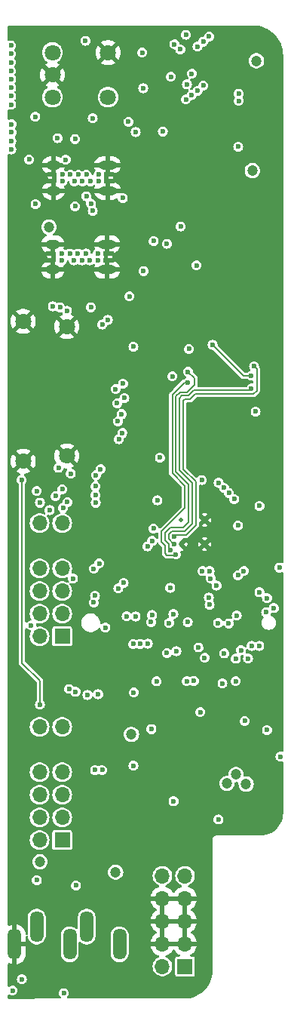
<source format=gbr>
%TF.GenerationSoftware,KiCad,Pcbnew,8.0.7*%
%TF.CreationDate,2025-01-04T21:32:03+01:00*%
%TF.ProjectId,tiliqua-motherboard,74696c69-7175-4612-9d6d-6f7468657262,rev?*%
%TF.SameCoordinates,Original*%
%TF.FileFunction,Copper,L5,Inr*%
%TF.FilePolarity,Positive*%
%FSLAX46Y46*%
G04 Gerber Fmt 4.6, Leading zero omitted, Abs format (unit mm)*
G04 Created by KiCad (PCBNEW 8.0.7) date 2025-01-04 21:32:03*
%MOMM*%
%LPD*%
G01*
G04 APERTURE LIST*
%TA.AperFunction,ComponentPad*%
%ADD10C,0.600000*%
%TD*%
%TA.AperFunction,ComponentPad*%
%ADD11O,1.600000X1.000000*%
%TD*%
%TA.AperFunction,ComponentPad*%
%ADD12O,2.000000X1.000000*%
%TD*%
%TA.AperFunction,ComponentPad*%
%ADD13R,1.700000X1.700000*%
%TD*%
%TA.AperFunction,ComponentPad*%
%ADD14O,1.700000X1.700000*%
%TD*%
%TA.AperFunction,ComponentPad*%
%ADD15C,1.800000*%
%TD*%
%TA.AperFunction,ComponentPad*%
%ADD16C,6.400000*%
%TD*%
%TA.AperFunction,HeatsinkPad*%
%ADD17C,0.500000*%
%TD*%
%TA.AperFunction,ComponentPad*%
%ADD18C,0.700000*%
%TD*%
%TA.AperFunction,ComponentPad*%
%ADD19C,4.400000*%
%TD*%
%TA.AperFunction,ComponentPad*%
%ADD20O,1.500000X3.500000*%
%TD*%
%TA.AperFunction,ViaPad*%
%ADD21C,0.600000*%
%TD*%
%TA.AperFunction,ViaPad*%
%ADD22C,1.200000*%
%TD*%
%TA.AperFunction,Conductor*%
%ADD23C,0.200000*%
%TD*%
G04 APERTURE END LIST*
D10*
%TO.N,GND*%
%TO.C,J5*%
X5565000Y-17145000D03*
%TO.N,/rp2040_jtag/RP2040_USB_VBUS*%
X6465000Y-17145000D03*
%TO.N,Net-(J5-CC1)*%
X7365000Y-17145000D03*
%TO.N,/rp2040_jtag/RP2040_USB_D+*%
X8265000Y-17145000D03*
%TO.N,/rp2040_jtag/RP2040_USB_D-*%
X9165000Y-17145000D03*
%TO.N,/rp2040_jtag/RP2040_USB_VBUS*%
X10515000Y-17145000D03*
%TO.N,GND*%
X11415000Y-17145000D03*
X5565000Y-17895000D03*
%TO.N,/rp2040_jtag/RP2040_USB_VBUS*%
X6465000Y-17895000D03*
%TO.N,Net-(J5-CC2)*%
X9615000Y-17895000D03*
%TO.N,/rp2040_jtag/RP2040_USB_D+*%
X8715000Y-17895000D03*
%TO.N,/rp2040_jtag/RP2040_USB_D-*%
X7815000Y-17895000D03*
%TO.N,/rp2040_jtag/RP2040_USB_VBUS*%
X10515000Y-17895000D03*
%TO.N,GND*%
X11415000Y-17895000D03*
D11*
X5440000Y-18950000D03*
D12*
X11540000Y-18950000D03*
D11*
X5440000Y-16090000D03*
D12*
X11540000Y-16090000D03*
%TD*%
D13*
%TO.N,Net-(J6-Pin_1)*%
%TO.C,J6*%
X20230000Y-105980000D03*
D14*
X17690000Y-105980000D03*
%TO.N,GND*%
X20230000Y-103440000D03*
X17690000Y-103440000D03*
X20230000Y-100900000D03*
X17690000Y-100900000D03*
X20230000Y-98360000D03*
X17690000Y-98360000D03*
%TO.N,Net-(J6-Pin_10)*%
X20230000Y-95820000D03*
X17690000Y-95820000D03*
%TD*%
D15*
%TO.N,GND*%
%TO.C,J10*%
X2065000Y-33600000D03*
X6965000Y-34200000D03*
X6965000Y-48700000D03*
X2065000Y-49300000D03*
%TD*%
D16*
%TO.N,GND*%
%TO.C,H3*%
X23615000Y-47200000D03*
%TD*%
D10*
%TO.N,GND*%
%TO.C,J7*%
X5498750Y-26005000D03*
%TO.N,SC_USB0_VBUS*%
X6398750Y-26005000D03*
%TO.N,Net-(J7-CC1)*%
X7298750Y-26005000D03*
%TO.N,SC_USB0_D+*%
X8198750Y-26005000D03*
%TO.N,SC_USB0_D-*%
X9098750Y-26005000D03*
%TO.N,SC_USB0_VBUS*%
X10448750Y-26005000D03*
%TO.N,GND*%
X11348750Y-26005000D03*
X5498750Y-26755000D03*
%TO.N,SC_USB0_VBUS*%
X6398750Y-26755000D03*
%TO.N,Net-(J7-CC2)*%
X9548750Y-26755000D03*
%TO.N,SC_USB0_D+*%
X8648750Y-26755000D03*
%TO.N,SC_USB0_D-*%
X7748750Y-26755000D03*
%TO.N,SC_USB0_VBUS*%
X10448750Y-26755000D03*
%TO.N,GND*%
X11348750Y-26755000D03*
D11*
X5373750Y-27810000D03*
D12*
X11473750Y-27810000D03*
D11*
X5373750Y-24950000D03*
D12*
X11473750Y-24950000D03*
%TD*%
D17*
%TO.N,GND*%
%TO.C,U2*%
X19740000Y-58600000D03*
X22440000Y-58600000D03*
X19740000Y-55900000D03*
X22440000Y-55900000D03*
%TD*%
D13*
%TO.N,EX1_1*%
%TO.C,J3*%
X6440000Y-68950000D03*
D14*
%TO.N,EX1_2*%
X6440000Y-66410000D03*
%TO.N,EX1_3*%
X6440000Y-63870000D03*
%TO.N,Net-(J3-Pin_4)*%
X6440000Y-61330000D03*
%TO.N,GND*%
X6440000Y-58790000D03*
%TO.N,+3V3*%
X6440000Y-56250000D03*
%TO.N,EX1_7*%
X3900000Y-68950000D03*
%TO.N,EX1_8*%
X3900000Y-66410000D03*
%TO.N,EX1_9*%
X3900000Y-63870000D03*
%TO.N,Net-(J3-Pin_10)*%
X3900000Y-61330000D03*
%TO.N,GND*%
X3900000Y-58790000D03*
%TO.N,+3V3*%
X3900000Y-56250000D03*
%TD*%
D18*
%TO.N,GND*%
%TO.C,H1*%
X27082000Y-23758800D03*
X27565274Y-22592074D03*
X27565274Y-24925526D03*
X28732000Y-22108800D03*
D19*
X28732000Y-23758800D03*
D18*
X28732000Y-25408800D03*
X29898726Y-22592074D03*
X29898726Y-24925526D03*
X30382000Y-23758800D03*
%TD*%
D17*
%TO.N,GND*%
%TO.C,U10*%
X27190000Y-81150000D03*
X27940000Y-81150000D03*
X28690000Y-81150000D03*
X27190000Y-80450000D03*
X27940000Y-80450000D03*
X28690000Y-80450000D03*
%TD*%
D15*
%TO.N,Net-(R21-Pad2)*%
%TO.C,SW3*%
X5340000Y-3450000D03*
%TO.N,Net-(R14-Pad2)*%
X5340000Y-8450000D03*
%TO.N,GND*%
X5340000Y-5950000D03*
X11590000Y-3450000D03*
%TO.N,Net-(R13-Pad2)*%
X11590000Y-8450000D03*
%TD*%
D13*
%TO.N,EX2_1*%
%TO.C,J2*%
X6440000Y-91810000D03*
D14*
%TO.N,EX2_2*%
X6440000Y-89270000D03*
%TO.N,EX2_3*%
X6440000Y-86730000D03*
%TO.N,Net-(J2-Pin_4)*%
X6440000Y-84190000D03*
%TO.N,GND*%
X6440000Y-81650000D03*
%TO.N,+3V3*%
X6440000Y-79110000D03*
%TO.N,EX2_7*%
X3900000Y-91810000D03*
%TO.N,EX2_8*%
X3900000Y-89270000D03*
%TO.N,EX2_9*%
X3900000Y-86730000D03*
%TO.N,Net-(J2-Pin_10)*%
X3900000Y-84190000D03*
%TO.N,GND*%
X3900000Y-81650000D03*
%TO.N,+3V3*%
X3900000Y-79110000D03*
%TD*%
D18*
%TO.N,GND*%
%TO.C,H2*%
X27082000Y-88842074D03*
X27565274Y-87675348D03*
X27565274Y-90008800D03*
X28732000Y-87192074D03*
D19*
X28732000Y-88842074D03*
D18*
X28732000Y-90492074D03*
X29898726Y-87675348D03*
X29898726Y-90008800D03*
X30382000Y-88842074D03*
%TD*%
D20*
%TO.N,GND*%
%TO.C,J4*%
X1090000Y-103507736D03*
%TO.N,Net-(J4-PadS)*%
X9190000Y-101507736D03*
%TO.N,unconnected-(J4-PadSN)*%
X7290000Y-103507736D03*
%TO.N,Net-(D1-A)*%
X3590000Y-101507736D03*
%TO.N,unconnected-(J4-PadTN)*%
X12890000Y-103507736D03*
%TD*%
D21*
%TO.N,GND*%
X28440000Y-20450000D03*
X23940000Y-79950000D03*
X16840000Y-47850000D03*
X24440000Y-1450000D03*
X16440000Y-14450000D03*
X18690000Y-700000D03*
X28440000Y-10450000D03*
X17890000Y-60699999D03*
D22*
X17440000Y-78450000D03*
D21*
X1183657Y-94449999D03*
X19940000Y-84412500D03*
X23756961Y-85950000D03*
X1933657Y-949999D03*
X14440000Y-108450000D03*
X30433657Y-44449999D03*
X25440000Y-80950000D03*
X13815158Y-44465136D03*
X20933657Y-34449999D03*
X25169540Y-74553293D03*
X6590000Y-22800000D03*
X30433657Y-35949999D03*
X1183657Y-80449999D03*
X6378235Y-72938235D03*
X13933657Y-46476477D03*
X28440000Y-12450000D03*
X30933657Y-56449999D03*
X8440000Y-108450000D03*
X13933657Y-45449999D03*
X690000Y-20450000D03*
D22*
X22440000Y-74450000D03*
D21*
X1440000Y-42450000D03*
X12940000Y-850000D03*
X690000Y-28450000D03*
X16433657Y-60699999D03*
X10440000Y-108450000D03*
X14433657Y-49949999D03*
X16440000Y-18450000D03*
X22964998Y-63250002D03*
X14440000Y-40250000D03*
X940000Y-1699999D03*
X2146733Y-73625000D03*
X1183657Y-92449999D03*
X1183657Y-78449999D03*
X1440000Y-36450000D03*
X28740000Y-61550000D03*
X1440000Y-46450000D03*
X16863003Y-49528467D03*
X28440000Y-74450000D03*
X1183657Y-82449999D03*
X23726511Y-82924737D03*
X1183657Y-88449999D03*
X29975971Y-74217349D03*
X1183657Y-84449999D03*
X6683657Y-51449999D03*
X7340000Y-75950000D03*
X1690000Y-31450000D03*
X30433657Y-46449999D03*
X28640000Y-45449999D03*
X30683657Y-86449999D03*
X29986855Y-69766042D03*
D22*
X25654247Y-90171510D03*
D21*
X690000Y-26450000D03*
X14183657Y-47699999D03*
X21988362Y-84371891D03*
X30433657Y-48449999D03*
X30433657Y-50449999D03*
X1440000Y-44450000D03*
X28440000Y-18450000D03*
X15933657Y-59699999D03*
X30240000Y-78150000D03*
X28940000Y-77450000D03*
X30683657Y-84449999D03*
X20940000Y-79450000D03*
X17527956Y-67528773D03*
X20940000Y-84450000D03*
X6540000Y-75550000D03*
X26440000Y-1450000D03*
X690000Y-30450000D03*
X30465000Y-8450000D03*
X28640000Y-47449999D03*
X30433657Y-52449999D03*
X30433657Y-54449999D03*
X1440000Y-38450000D03*
X1183657Y-90449999D03*
D22*
X22750000Y-69740000D03*
D21*
X13840000Y-39450000D03*
X690000Y-24450000D03*
X28640000Y-49449999D03*
X28440000Y-14450000D03*
X1183657Y-86449999D03*
X690000Y-22450000D03*
X29440000Y-85450000D03*
X28440000Y-1450000D03*
X9440000Y-63950000D03*
X1440000Y-40450000D03*
X24933657Y-35699999D03*
X10212782Y-22800000D03*
X30933657Y-26449999D03*
X30440000Y-3450000D03*
X28640000Y-51449999D03*
X15933657Y-30449999D03*
X1683657Y-10449999D03*
D22*
X10790000Y-90950000D03*
D21*
X12440000Y-108450000D03*
X16440000Y-16450000D03*
D22*
X14219756Y-91350000D03*
D21*
X18440000Y-83450000D03*
X11440000Y-54450000D03*
%TO.N,+3V3*%
X18574281Y-63512070D03*
X9990000Y-65150000D03*
D22*
X27790000Y-16690000D03*
D21*
X11565000Y-33450000D03*
X22185887Y-61625745D03*
X16705127Y-56849999D03*
X9860233Y-10820232D03*
D22*
X27092867Y-85524340D03*
D21*
X29340000Y-66250000D03*
X10127879Y-64393492D03*
X14481809Y-75235000D03*
D22*
X24940000Y-85450000D03*
D21*
X17133657Y-53681349D03*
X29440000Y-64650000D03*
X15580000Y-27960000D03*
X28165000Y-43725000D03*
X28590000Y-54300000D03*
X14433657Y-83449999D03*
D22*
X25940000Y-84450000D03*
D21*
X28590001Y-64002182D03*
X6615000Y-108975000D03*
X3445735Y-20440000D03*
D22*
X28265000Y-4375000D03*
D21*
X18190000Y-24900000D03*
X10187351Y-52096169D03*
X26190000Y-56518666D03*
X9040000Y-2130000D03*
D22*
X14219756Y-79949998D03*
D21*
X14690000Y-12375000D03*
X22115000Y-51400000D03*
X5923866Y-13045686D03*
%TO.N,Net-(D1-A)*%
X3590000Y-96300000D03*
%TO.N,Net-(D1-K)*%
X7990000Y-96900000D03*
%TO.N,Net-(D5-K)*%
X22930000Y-1640000D03*
X732000Y-14320000D03*
%TO.N,Net-(D6-K)*%
X20340000Y-1450000D03*
X699500Y-2650000D03*
%TO.N,Net-(D7-K)*%
X17750000Y-12300000D03*
X867626Y-108695513D03*
X2733657Y-15449999D03*
%TO.N,Net-(R15-Pad1)*%
X30841970Y-61231722D03*
X30940000Y-82450000D03*
D22*
%TO.N,+5V*%
X3933657Y-94250000D03*
D21*
X16715000Y-24600000D03*
D22*
X4965000Y-23025000D03*
D21*
X14440000Y-36450000D03*
X21940000Y-77450000D03*
X18940000Y-87450000D03*
%TO.N,Net-(U2-GPIO22{slash}SPI0_SCK{slash}UART1_CTS{slash}I2C1_SDA{slash}PWM3_A{slash}CLOCK_GPIN1{slash}USB_VBUS_DET)*%
X7887249Y-13145306D03*
X19740000Y-22950000D03*
X17415000Y-48890000D03*
D22*
%TO.N,-12V*%
X12440000Y-95400000D03*
D21*
X6440000Y-52450000D03*
%TO.N,+12V*%
X7399998Y-50700000D03*
X23990000Y-89489496D03*
%TO.N,ENC_S*%
X18188322Y-70816957D03*
X15533657Y-7449999D03*
%TO.N,ENC_B*%
X13881675Y-11203769D03*
X23115000Y-62449999D03*
%TO.N,ENC_A*%
X15433657Y-3449999D03*
X22985886Y-61623320D03*
%TO.N,GPDI_HPD*%
X16047383Y-69776945D03*
X3567893Y-52647893D03*
%TO.N,SC_USB0_ID*%
X7890000Y-20700000D03*
X23765000Y-63249999D03*
%TO.N,FFC_SDIN1*%
X10175982Y-53096276D03*
%TO.N,FFC_BICK*%
X6524828Y-54524629D03*
%TO.N,FFC_LRCK*%
X7015000Y-53892383D03*
%TO.N,ECP5_M10_TDO*%
X25166726Y-52854313D03*
X22440000Y-71350000D03*
%TO.N,/rp2040_jtag/RP2040_USB_D+*%
X10240000Y-50850000D03*
X13243528Y-19775000D03*
%TO.N,FFC_SDOUT1*%
X10200001Y-53949998D03*
%TO.N,EX2_4*%
X22990000Y-65405072D03*
%TO.N,EX2_8*%
X25934832Y-73984400D03*
%TO.N,EX2_10*%
X22915205Y-64608574D03*
%TO.N,SC_USB0_VBUS*%
X27314999Y-71434400D03*
%TO.N,EX2_9*%
X25940000Y-71450000D03*
%TO.N,EX2_3*%
X23940000Y-67450000D03*
%TO.N,ECP5_R11_TDI*%
X25140000Y-67501472D03*
X25766726Y-53550000D03*
%TO.N,ECP5_T10_TCK*%
X24615000Y-52275000D03*
X26042373Y-66600510D03*
%TO.N,EX1_9*%
X20540000Y-67335785D03*
%TO.N,ECP5_T11_TMS*%
X24015000Y-51725000D03*
X24633139Y-70859869D03*
%TO.N,/rp2040_jtag/RP2040_USB_D-*%
X10733621Y-50188291D03*
X6830000Y-15468981D03*
%TO.N,EX1_4*%
X19265735Y-70624265D03*
X7655917Y-62449999D03*
%TO.N,PLL_CLK1*%
X18933657Y-66449999D03*
X21228961Y-73935649D03*
%TO.N,RP2040_UART0_TX*%
X26190000Y-62100000D03*
X24440000Y-74225000D03*
%TO.N,Net-(D8-K)*%
X20340000Y-8700000D03*
X714500Y-6440000D03*
%TO.N,Net-(D9-K)*%
X732000Y-13370000D03*
X22290000Y-2220000D03*
%TO.N,Net-(D10-K)*%
X19700000Y-3090000D03*
X699500Y-3575000D03*
%TO.N,Net-(D11-K)*%
X21510003Y-27320000D03*
X20455144Y-7017180D03*
X5030000Y-54790000D03*
X1910007Y-107415846D03*
%TO.N,Net-(D12-K)*%
X714500Y-7390000D03*
X20973715Y-8211728D03*
%TO.N,Net-(D13-K)*%
X21640000Y-2780000D03*
X760000Y-12410000D03*
%TO.N,Net-(D14-K)*%
X19030000Y-2520000D03*
X699500Y-4550000D03*
%TO.N,Net-(U12-~{CS})*%
X20565000Y-40450000D03*
X19211908Y-59750536D03*
X20683657Y-36699999D03*
%TO.N,Net-(U12-DO(IO1))*%
X20565000Y-39250000D03*
X18587838Y-59250000D03*
%TO.N,Net-(U12-CLK)*%
X23333657Y-36249999D03*
X27683657Y-39699999D03*
X16540947Y-58247196D03*
%TO.N,Net-(U12-DI(IO0))*%
X27690000Y-41125000D03*
X18990000Y-58558430D03*
%TO.N,Net-(U12-IO3)*%
X18989998Y-57758428D03*
X27990000Y-38650000D03*
%TO.N,Net-(D16-K)*%
X714500Y-8340000D03*
X21640000Y-7740000D03*
%TO.N,Net-(D17-K)*%
X760000Y-11490000D03*
X20990000Y-5830000D03*
%TO.N,Net-(D18-K)*%
X699500Y-5500000D03*
X18640000Y-6150000D03*
%TO.N,Net-(D20-K)*%
X714500Y-9290000D03*
X22290000Y-7150000D03*
%TO.N,SC_USB0_D+*%
X28565000Y-70025000D03*
%TO.N,SC_USB0_D-*%
X27715000Y-70025000D03*
%TO.N,Net-(U12-IO2)*%
X18815000Y-39775000D03*
X16026528Y-58859876D03*
%TO.N,Net-(R14-Pad2)*%
X3415784Y-10645686D03*
%TO.N,MOBO_LED_OE*%
X26215000Y-14000000D03*
X30201507Y-65779648D03*
%TO.N,FFC_PDN_D*%
X9271915Y-75538257D03*
%TO.N,GPDI_D1+*%
X13340521Y-62949479D03*
X12683657Y-44824999D03*
%TO.N,GPDI_CK+*%
X12433657Y-41199999D03*
X16540266Y-66558879D03*
%TO.N,GPDI_D2+*%
X10591413Y-60758745D03*
X12794344Y-46824998D03*
%TO.N,GPDI_D0-*%
X14683657Y-66717326D03*
X13433657Y-42204956D03*
%TO.N,GPDI_CK-*%
X16408628Y-67347977D03*
X13267274Y-40599999D03*
%TO.N,GPDI_D2-*%
X13207802Y-46140121D03*
X9990371Y-61359787D03*
%TO.N,GPDI_D1-*%
X12739479Y-63550521D03*
X13124166Y-44019877D03*
%TO.N,GPDI_D0+*%
X13683657Y-66699999D03*
X12602202Y-42786099D03*
%TO.N,USB_VBUS_EN*%
X13990000Y-30790000D03*
X5390000Y-31925000D03*
X21744328Y-70185673D03*
%TO.N,MOBO_I2C_SCL*%
X5683657Y-53199999D03*
X14410000Y-69810000D03*
X6976137Y-32425000D03*
X10933657Y-83949999D03*
X9665000Y-20375000D03*
X10940000Y-33950000D03*
X26260000Y-8054634D03*
X2953482Y-67718389D03*
%TO.N,RP2040_UART0_RX*%
X26515000Y-70500000D03*
X26826347Y-61615164D03*
%TO.N,USB_INT*%
X9150000Y-19560000D03*
X17029279Y-73991289D03*
X3940000Y-76600000D03*
X1890000Y-51400000D03*
%TO.N,FFC_PDN_CLK*%
X11290000Y-67970000D03*
%TO.N,MOBO_I2C_SDA*%
X3933657Y-53949999D03*
X9665000Y-32025000D03*
X10133654Y-83949999D03*
X15209694Y-69787786D03*
X6185202Y-32025000D03*
X9871131Y-21200000D03*
X6033035Y-50030743D03*
X26260000Y-8863520D03*
X16457467Y-79349998D03*
%TO.N,Net-(U10-EN)*%
X29440000Y-79450000D03*
X26940000Y-78450000D03*
%TO.N,PLL_CLK0*%
X20428324Y-73984400D03*
X18433657Y-67449999D03*
%TO.N,Net-(J8-G8)*%
X10471370Y-75450000D03*
%TO.N,Net-(J8-G7{slash}BUS7)*%
X7931604Y-75172976D03*
%TO.N,Net-(J8-G6{slash}BUS6)*%
X7203040Y-74842523D03*
%TD*%
D23*
%TO.N,Net-(U12-~{CS})*%
X17987838Y-59654181D02*
X18183657Y-59850000D01*
X17990000Y-58999309D02*
X17987838Y-59001471D01*
X18815000Y-41831372D02*
X18815000Y-50672058D01*
X17990000Y-58738329D02*
X17990000Y-58999309D01*
X17589998Y-58338327D02*
X17990000Y-58738329D01*
X18815000Y-50672058D02*
X20233657Y-52090715D01*
X20233657Y-54534870D02*
X17589998Y-57178529D01*
X20565000Y-40450000D02*
X20196372Y-40450000D01*
X17589998Y-57178529D02*
X17589998Y-58338327D01*
X17987838Y-59001471D02*
X17987838Y-59654181D01*
X20233657Y-52090715D02*
X20233657Y-54534870D01*
X20196372Y-40450000D02*
X18815000Y-41831372D01*
X18183657Y-59850000D02*
X19112444Y-59850000D01*
X19112444Y-59850000D02*
X19211908Y-59750536D01*
%TO.N,Net-(U12-DO(IO1))*%
X20565000Y-39250000D02*
X21265000Y-39950000D01*
X21265000Y-40748529D02*
X20465000Y-41548529D01*
X17989998Y-57344214D02*
X17989998Y-58172642D01*
X19993856Y-56758428D02*
X18575784Y-56758428D01*
X20633657Y-56118627D02*
X19993856Y-56758428D01*
X18390000Y-59052162D02*
X18587838Y-59250000D01*
X19215000Y-50506372D02*
X20633657Y-51925029D01*
X17989998Y-58172642D02*
X18390000Y-58572644D01*
X21265000Y-39950000D02*
X21265000Y-40748529D01*
X20465000Y-41548529D02*
X19663529Y-41548529D01*
X18575784Y-56758428D02*
X17989998Y-57344214D01*
X19663529Y-41548529D02*
X19215000Y-41997058D01*
X18390000Y-58572644D02*
X18390000Y-59052162D01*
X20633657Y-51925029D02*
X20633657Y-56118627D01*
X19215000Y-41997058D02*
X19215000Y-50506372D01*
%TO.N,Net-(U12-CLK)*%
X27683657Y-39699999D02*
X26783657Y-39699999D01*
X26783657Y-39699999D02*
X23333657Y-36249999D01*
%TO.N,Net-(U12-DI(IO0))*%
X19615000Y-42225000D02*
X19891471Y-41948529D01*
X20630686Y-41948529D02*
X21254215Y-41325000D01*
X18990000Y-58558430D02*
X18941471Y-58558430D01*
X19615000Y-50340686D02*
X19615000Y-42225000D01*
X21033657Y-56284313D02*
X21033657Y-51759343D01*
X27490000Y-41325000D02*
X27690000Y-41125000D01*
X18389998Y-58006957D02*
X18389998Y-57509899D01*
X18941471Y-58558430D02*
X18389998Y-58006957D01*
X20159542Y-57158428D02*
X21033657Y-56284313D01*
X18741469Y-57158428D02*
X20159542Y-57158428D01*
X18389998Y-57509899D02*
X18741469Y-57158428D01*
X19891471Y-41948529D02*
X20630686Y-41948529D01*
X21033657Y-51759343D02*
X19615000Y-50340686D01*
X21254215Y-41325000D02*
X27490000Y-41325000D01*
%TO.N,Net-(U12-IO3)*%
X18989998Y-57758428D02*
X19189998Y-57558428D01*
X28283657Y-40870128D02*
X28283657Y-38943657D01*
X21419901Y-41725000D02*
X27938529Y-41725000D01*
X20216471Y-42348529D02*
X20796372Y-42348529D01*
X19189998Y-57558428D02*
X20325228Y-57558428D01*
X20015000Y-42550000D02*
X20216471Y-42348529D01*
X28290000Y-40876471D02*
X28283657Y-40870128D01*
X27938529Y-41725000D02*
X28290000Y-41373529D01*
X21433657Y-51593657D02*
X20015000Y-50175000D01*
X20325228Y-57558428D02*
X21433657Y-56449999D01*
X28290000Y-41373529D02*
X28290000Y-40876471D01*
X20796372Y-42348529D02*
X21419901Y-41725000D01*
X20015000Y-50175000D02*
X20015000Y-42550000D01*
X28283657Y-38943657D02*
X27990000Y-38650000D01*
X21433657Y-56449999D02*
X21433657Y-51593657D01*
%TO.N,USB_INT*%
X1933657Y-51443657D02*
X1890000Y-51400000D01*
X1933657Y-71943657D02*
X1933657Y-51443657D01*
X3940000Y-73950000D02*
X1933657Y-71943657D01*
X3940000Y-76600000D02*
X3940000Y-73950000D01*
%TD*%
%TA.AperFunction,Conductor*%
%TO.N,GND*%
G36*
X19764075Y-103247007D02*
G01*
X19730000Y-103374174D01*
X19730000Y-103505826D01*
X19764075Y-103632993D01*
X19796988Y-103690000D01*
X18123012Y-103690000D01*
X18155925Y-103632993D01*
X18190000Y-103505826D01*
X18190000Y-103374174D01*
X18155925Y-103247007D01*
X18123012Y-103190000D01*
X19796988Y-103190000D01*
X19764075Y-103247007D01*
G37*
%TD.AperFunction*%
%TA.AperFunction,Conductor*%
G36*
X17940000Y-103006988D02*
G01*
X17882993Y-102974075D01*
X17755826Y-102940000D01*
X17624174Y-102940000D01*
X17497007Y-102974075D01*
X17440000Y-103006988D01*
X17440000Y-101333012D01*
X17497007Y-101365925D01*
X17624174Y-101400000D01*
X17755826Y-101400000D01*
X17882993Y-101365925D01*
X17940000Y-101333012D01*
X17940000Y-103006988D01*
G37*
%TD.AperFunction*%
%TA.AperFunction,Conductor*%
G36*
X20480000Y-103006988D02*
G01*
X20422993Y-102974075D01*
X20295826Y-102940000D01*
X20164174Y-102940000D01*
X20037007Y-102974075D01*
X19980000Y-103006988D01*
X19980000Y-101333012D01*
X20037007Y-101365925D01*
X20164174Y-101400000D01*
X20295826Y-101400000D01*
X20422993Y-101365925D01*
X20480000Y-101333012D01*
X20480000Y-103006988D01*
G37*
%TD.AperFunction*%
%TA.AperFunction,Conductor*%
G36*
X19764075Y-100707007D02*
G01*
X19730000Y-100834174D01*
X19730000Y-100965826D01*
X19764075Y-101092993D01*
X19796988Y-101150000D01*
X18123012Y-101150000D01*
X18155925Y-101092993D01*
X18190000Y-100965826D01*
X18190000Y-100834174D01*
X18155925Y-100707007D01*
X18123012Y-100650000D01*
X19796988Y-100650000D01*
X19764075Y-100707007D01*
G37*
%TD.AperFunction*%
%TA.AperFunction,Conductor*%
G36*
X17940000Y-100466988D02*
G01*
X17882993Y-100434075D01*
X17755826Y-100400000D01*
X17624174Y-100400000D01*
X17497007Y-100434075D01*
X17440000Y-100466988D01*
X17440000Y-98793012D01*
X17497007Y-98825925D01*
X17624174Y-98860000D01*
X17755826Y-98860000D01*
X17882993Y-98825925D01*
X17940000Y-98793012D01*
X17940000Y-100466988D01*
G37*
%TD.AperFunction*%
%TA.AperFunction,Conductor*%
G36*
X20480000Y-100466988D02*
G01*
X20422993Y-100434075D01*
X20295826Y-100400000D01*
X20164174Y-100400000D01*
X20037007Y-100434075D01*
X19980000Y-100466988D01*
X19980000Y-98793012D01*
X20037007Y-98825925D01*
X20164174Y-98860000D01*
X20295826Y-98860000D01*
X20422993Y-98825925D01*
X20480000Y-98793012D01*
X20480000Y-100466988D01*
G37*
%TD.AperFunction*%
%TA.AperFunction,Conductor*%
G36*
X19764075Y-98167007D02*
G01*
X19730000Y-98294174D01*
X19730000Y-98425826D01*
X19764075Y-98552993D01*
X19796988Y-98610000D01*
X18123012Y-98610000D01*
X18155925Y-98552993D01*
X18190000Y-98425826D01*
X18190000Y-98294174D01*
X18155925Y-98167007D01*
X18123012Y-98110000D01*
X19796988Y-98110000D01*
X19764075Y-98167007D01*
G37*
%TD.AperFunction*%
%TA.AperFunction,Conductor*%
G36*
X27850863Y-390652D02*
G01*
X28175776Y-406614D01*
X28188070Y-407825D01*
X28501320Y-454291D01*
X28506796Y-455104D01*
X28518925Y-457516D01*
X28831486Y-535809D01*
X28843308Y-539395D01*
X29146699Y-647950D01*
X29158112Y-652678D01*
X29449406Y-790450D01*
X29460288Y-796267D01*
X29649660Y-909772D01*
X29736672Y-961925D01*
X29746953Y-968795D01*
X30005752Y-1160734D01*
X30015310Y-1168578D01*
X30254061Y-1384969D01*
X30262793Y-1393701D01*
X30479183Y-1632450D01*
X30487024Y-1642004D01*
X30641549Y-1850358D01*
X30678966Y-1900808D01*
X30685833Y-1911084D01*
X30699778Y-1934350D01*
X30851487Y-2187463D01*
X30857315Y-2198368D01*
X30995080Y-2489645D01*
X30999812Y-2501067D01*
X31008283Y-2524741D01*
X31108363Y-2804449D01*
X31111952Y-2816281D01*
X31190244Y-3128839D01*
X31192656Y-3140967D01*
X31239933Y-3459687D01*
X31241145Y-3471993D01*
X31257111Y-3796996D01*
X31257263Y-3803178D01*
X31257263Y-60614983D01*
X31237261Y-60683104D01*
X31183605Y-60729597D01*
X31113331Y-60739701D01*
X31083048Y-60731392D01*
X31014164Y-60702860D01*
X30986722Y-60691493D01*
X30841970Y-60672437D01*
X30697217Y-60691493D01*
X30629772Y-60719430D01*
X30562328Y-60747367D01*
X30562327Y-60747368D01*
X30562326Y-60747368D01*
X30446496Y-60836248D01*
X30357616Y-60952078D01*
X30357615Y-60952080D01*
X30352548Y-60964313D01*
X30301741Y-61086969D01*
X30282685Y-61231721D01*
X30282685Y-61231722D01*
X30301741Y-61376474D01*
X30357614Y-61511363D01*
X30357619Y-61511371D01*
X30446495Y-61627196D01*
X30562320Y-61716072D01*
X30562327Y-61716077D01*
X30697216Y-61771950D01*
X30841970Y-61791007D01*
X30986724Y-61771950D01*
X31083046Y-61732051D01*
X31153634Y-61724462D01*
X31217121Y-61756241D01*
X31253349Y-61817298D01*
X31257263Y-61848460D01*
X31257263Y-81792655D01*
X31237261Y-81860776D01*
X31183605Y-81907269D01*
X31113331Y-81917373D01*
X31092776Y-81911734D01*
X31092730Y-81911909D01*
X31084755Y-81909772D01*
X30940000Y-81890715D01*
X30795247Y-81909771D01*
X30727802Y-81937708D01*
X30660358Y-81965645D01*
X30660357Y-81965646D01*
X30660356Y-81965646D01*
X30544526Y-82054526D01*
X30455646Y-82170356D01*
X30455645Y-82170358D01*
X30427708Y-82237802D01*
X30399771Y-82305247D01*
X30380715Y-82449999D01*
X30380715Y-82450000D01*
X30399771Y-82594752D01*
X30455644Y-82729641D01*
X30455649Y-82729649D01*
X30544525Y-82845474D01*
X30660350Y-82934350D01*
X30660357Y-82934355D01*
X30795246Y-82990228D01*
X30940000Y-83009285D01*
X31084754Y-82990228D01*
X31084759Y-82990225D01*
X31092730Y-82988091D01*
X31093199Y-82989844D01*
X31153627Y-82983345D01*
X31217116Y-83015120D01*
X31253347Y-83076176D01*
X31257263Y-83107344D01*
X31257263Y-88754993D01*
X31257033Y-88762601D01*
X31239311Y-89055578D01*
X31237477Y-89070682D01*
X31185258Y-89355633D01*
X31181617Y-89370407D01*
X31095427Y-89646999D01*
X31090031Y-89661225D01*
X30971138Y-89925394D01*
X30964068Y-89938866D01*
X30814194Y-90186790D01*
X30805550Y-90199313D01*
X30626882Y-90427365D01*
X30616792Y-90438753D01*
X30411953Y-90643592D01*
X30400565Y-90653682D01*
X30172513Y-90832350D01*
X30159990Y-90840994D01*
X29912066Y-90990868D01*
X29898594Y-90997938D01*
X29634425Y-91116831D01*
X29620199Y-91122227D01*
X29343607Y-91208417D01*
X29328833Y-91212058D01*
X29043882Y-91264277D01*
X29028777Y-91266111D01*
X28735787Y-91283833D01*
X28728180Y-91284063D01*
X28667518Y-91284063D01*
X28664183Y-91284306D01*
X23731549Y-91302299D01*
X23731089Y-91302300D01*
X23679250Y-91302300D01*
X23678770Y-91302365D01*
X23678278Y-91302430D01*
X23677842Y-91302487D01*
X23627620Y-91316139D01*
X23627405Y-91316197D01*
X23607261Y-91321594D01*
X23577380Y-91329601D01*
X23576965Y-91329776D01*
X23576407Y-91330008D01*
X23576077Y-91330144D01*
X23531208Y-91356266D01*
X23530819Y-91356492D01*
X23486059Y-91382336D01*
X23485730Y-91382591D01*
X23485293Y-91382928D01*
X23484937Y-91383200D01*
X23448452Y-91419951D01*
X23448133Y-91420272D01*
X23411503Y-91456902D01*
X23411309Y-91457159D01*
X23410961Y-91457614D01*
X23410639Y-91458032D01*
X23384878Y-91503027D01*
X23384654Y-91503417D01*
X23358777Y-91548241D01*
X23358640Y-91548576D01*
X23358433Y-91549078D01*
X23358240Y-91549542D01*
X23351860Y-91573703D01*
X23344984Y-91599744D01*
X23344954Y-91599859D01*
X23331493Y-91650096D01*
X23331425Y-91650634D01*
X23331367Y-91651076D01*
X23331310Y-91651509D01*
X23331499Y-91703300D01*
X23331500Y-91703760D01*
X23331500Y-106431507D01*
X23331327Y-106438102D01*
X23314482Y-106759503D01*
X23313104Y-106772619D01*
X23263271Y-107087254D01*
X23260529Y-107100154D01*
X23178082Y-107407851D01*
X23174006Y-107420394D01*
X23059848Y-107717785D01*
X23054484Y-107729833D01*
X22909864Y-108013668D01*
X22903269Y-108025091D01*
X22729777Y-108292244D01*
X22722025Y-108302913D01*
X22521547Y-108550483D01*
X22512722Y-108560284D01*
X22287484Y-108785522D01*
X22277683Y-108794347D01*
X22030113Y-108994825D01*
X22019444Y-109002577D01*
X21752291Y-109176069D01*
X21740868Y-109182664D01*
X21457033Y-109327284D01*
X21444985Y-109332648D01*
X21147594Y-109446806D01*
X21135051Y-109450882D01*
X20827354Y-109533329D01*
X20814454Y-109536071D01*
X20499819Y-109585904D01*
X20486703Y-109587282D01*
X20182944Y-109603202D01*
X20165300Y-109604127D01*
X20158707Y-109604300D01*
X20096269Y-109604300D01*
X20096077Y-109604312D01*
X7073583Y-109606887D01*
X7005458Y-109586898D01*
X6958955Y-109533252D01*
X6948837Y-109462980D01*
X6978317Y-109398393D01*
X6996852Y-109380925D01*
X7010474Y-109370474D01*
X7099355Y-109254643D01*
X7155228Y-109119754D01*
X7174285Y-108975000D01*
X7155228Y-108830246D01*
X7099355Y-108695358D01*
X7010474Y-108579526D01*
X7010472Y-108579524D01*
X7010471Y-108579523D01*
X6894649Y-108490649D01*
X6894641Y-108490644D01*
X6759752Y-108434771D01*
X6615000Y-108415715D01*
X6470247Y-108434771D01*
X6402802Y-108462708D01*
X6335358Y-108490645D01*
X6335357Y-108490646D01*
X6335356Y-108490646D01*
X6219526Y-108579526D01*
X6130646Y-108695356D01*
X6130645Y-108695358D01*
X6130581Y-108695513D01*
X6074771Y-108830247D01*
X6055715Y-108974999D01*
X6055715Y-108975000D01*
X6074771Y-109119752D01*
X6130644Y-109254641D01*
X6130649Y-109254649D01*
X6219525Y-109370474D01*
X6233381Y-109381106D01*
X6275248Y-109438444D01*
X6279470Y-109509315D01*
X6244705Y-109571218D01*
X6181993Y-109604499D01*
X6156702Y-109607068D01*
X458524Y-109608195D01*
X390399Y-109588206D01*
X343896Y-109534560D01*
X332499Y-109482195D01*
X332499Y-109239331D01*
X352501Y-109171210D01*
X406157Y-109124717D01*
X476431Y-109114613D01*
X535202Y-109139367D01*
X587983Y-109179868D01*
X722872Y-109235741D01*
X867626Y-109254798D01*
X1012380Y-109235741D01*
X1147269Y-109179868D01*
X1263100Y-109090987D01*
X1351981Y-108975156D01*
X1407854Y-108840267D01*
X1426911Y-108695513D01*
X1426890Y-108695357D01*
X1409108Y-108560284D01*
X1407854Y-108550759D01*
X1351981Y-108415871D01*
X1263100Y-108300039D01*
X1263098Y-108300037D01*
X1263097Y-108300036D01*
X1147275Y-108211162D01*
X1147267Y-108211157D01*
X1012378Y-108155284D01*
X867626Y-108136228D01*
X722873Y-108155284D01*
X655428Y-108183221D01*
X587984Y-108211158D01*
X587983Y-108211159D01*
X587982Y-108211159D01*
X560457Y-108232279D01*
X535202Y-108251658D01*
X468984Y-108277258D01*
X399435Y-108262993D01*
X348639Y-108213392D01*
X332500Y-108151695D01*
X332500Y-107415845D01*
X1350722Y-107415845D01*
X1350722Y-107415846D01*
X1369778Y-107560598D01*
X1425651Y-107695487D01*
X1425656Y-107695495D01*
X1514532Y-107811320D01*
X1630357Y-107900196D01*
X1630364Y-107900201D01*
X1765253Y-107956074D01*
X1910007Y-107975131D01*
X2054761Y-107956074D01*
X2189650Y-107900201D01*
X2305481Y-107811320D01*
X2394362Y-107695489D01*
X2450235Y-107560600D01*
X2469292Y-107415846D01*
X2468239Y-107407851D01*
X2450235Y-107271093D01*
X2450235Y-107271092D01*
X2394362Y-107136204D01*
X2305481Y-107020372D01*
X2305479Y-107020370D01*
X2305478Y-107020369D01*
X2189656Y-106931495D01*
X2189648Y-106931490D01*
X2054759Y-106875617D01*
X1910007Y-106856561D01*
X1765254Y-106875617D01*
X1697809Y-106903554D01*
X1630365Y-106931491D01*
X1630364Y-106931492D01*
X1630363Y-106931492D01*
X1514533Y-107020372D01*
X1425653Y-107136202D01*
X1425652Y-107136204D01*
X1397715Y-107203648D01*
X1369778Y-107271093D01*
X1350722Y-107415845D01*
X332500Y-107415845D01*
X332500Y-105730291D01*
X352502Y-105662170D01*
X406158Y-105615677D01*
X476432Y-105605573D01*
X515703Y-105618024D01*
X610168Y-105666156D01*
X797288Y-105726956D01*
X840000Y-105733720D01*
X840000Y-104540748D01*
X897007Y-104573661D01*
X1024174Y-104607736D01*
X1155826Y-104607736D01*
X1282993Y-104573661D01*
X1340000Y-104540748D01*
X1340000Y-105733720D01*
X1382711Y-105726956D01*
X1569834Y-105666155D01*
X1745140Y-105576833D01*
X1904326Y-105461176D01*
X2043440Y-105322062D01*
X2159097Y-105162876D01*
X2248419Y-104987570D01*
X2309219Y-104800448D01*
X2340000Y-104606109D01*
X2340000Y-103757736D01*
X1590000Y-103757736D01*
X1590000Y-103257736D01*
X2340000Y-103257736D01*
X2340000Y-102651760D01*
X2360002Y-102583639D01*
X2413658Y-102537146D01*
X2483932Y-102527042D01*
X2548512Y-102556536D01*
X2586896Y-102616262D01*
X2589579Y-102627178D01*
X2624103Y-102800738D01*
X2699824Y-102983545D01*
X2809754Y-103148067D01*
X2949669Y-103287982D01*
X3114191Y-103397912D01*
X3296998Y-103473633D01*
X3491065Y-103512236D01*
X3688935Y-103512236D01*
X3883002Y-103473633D01*
X4065809Y-103397912D01*
X4230331Y-103287982D01*
X4370246Y-103148067D01*
X4480176Y-102983545D01*
X4555897Y-102800738D01*
X4594500Y-102606671D01*
X4594500Y-102408797D01*
X6285500Y-102408797D01*
X6285500Y-104606674D01*
X6324103Y-104800738D01*
X6324104Y-104800741D01*
X6384486Y-104946515D01*
X6399824Y-104983545D01*
X6509754Y-105148067D01*
X6649669Y-105287982D01*
X6814191Y-105397912D01*
X6996998Y-105473633D01*
X7191065Y-105512236D01*
X7388935Y-105512236D01*
X7583002Y-105473633D01*
X7765809Y-105397912D01*
X7930331Y-105287982D01*
X8070246Y-105148067D01*
X8180176Y-104983545D01*
X8255897Y-104800738D01*
X8294500Y-104606671D01*
X8294500Y-103337003D01*
X8314502Y-103268882D01*
X8368158Y-103222389D01*
X8438432Y-103212285D01*
X8503012Y-103241779D01*
X8509595Y-103247908D01*
X8549669Y-103287982D01*
X8714191Y-103397912D01*
X8896998Y-103473633D01*
X9091065Y-103512236D01*
X9288935Y-103512236D01*
X9483002Y-103473633D01*
X9665809Y-103397912D01*
X9830331Y-103287982D01*
X9970246Y-103148067D01*
X10080176Y-102983545D01*
X10155897Y-102800738D01*
X10194500Y-102606671D01*
X10194500Y-102408797D01*
X11885500Y-102408797D01*
X11885500Y-104606674D01*
X11924103Y-104800738D01*
X11924104Y-104800741D01*
X11984486Y-104946515D01*
X11999824Y-104983545D01*
X12109754Y-105148067D01*
X12249669Y-105287982D01*
X12414191Y-105397912D01*
X12596998Y-105473633D01*
X12791065Y-105512236D01*
X12988935Y-105512236D01*
X13183002Y-105473633D01*
X13365809Y-105397912D01*
X13530331Y-105287982D01*
X13670246Y-105148067D01*
X13780176Y-104983545D01*
X13855897Y-104800738D01*
X13894500Y-104606671D01*
X13894500Y-102408801D01*
X13855897Y-102214734D01*
X13780176Y-102031927D01*
X13670246Y-101867405D01*
X13530331Y-101727490D01*
X13365809Y-101617560D01*
X13269286Y-101577579D01*
X13183005Y-101541840D01*
X13183002Y-101541839D01*
X12988938Y-101503236D01*
X12988935Y-101503236D01*
X12791065Y-101503236D01*
X12791061Y-101503236D01*
X12596997Y-101541839D01*
X12596994Y-101541840D01*
X12414190Y-101617560D01*
X12249673Y-101727487D01*
X12249666Y-101727492D01*
X12109756Y-101867402D01*
X12109751Y-101867409D01*
X11999824Y-102031926D01*
X11924104Y-102214730D01*
X11924103Y-102214733D01*
X11885500Y-102408797D01*
X10194500Y-102408797D01*
X10194500Y-100408801D01*
X10155897Y-100214734D01*
X10080176Y-100031927D01*
X9970246Y-99867405D01*
X9830331Y-99727490D01*
X9665809Y-99617560D01*
X9487681Y-99543777D01*
X9483005Y-99541840D01*
X9483002Y-99541839D01*
X9288938Y-99503236D01*
X9288935Y-99503236D01*
X9091065Y-99503236D01*
X9091061Y-99503236D01*
X8896997Y-99541839D01*
X8896994Y-99541840D01*
X8714190Y-99617560D01*
X8549673Y-99727487D01*
X8549666Y-99727492D01*
X8409756Y-99867402D01*
X8409751Y-99867409D01*
X8299824Y-100031926D01*
X8224104Y-100214730D01*
X8224103Y-100214733D01*
X8185500Y-100408797D01*
X8185500Y-101678469D01*
X8165498Y-101746590D01*
X8111842Y-101793083D01*
X8041568Y-101803187D01*
X7976988Y-101773693D01*
X7970405Y-101767564D01*
X7930333Y-101727492D01*
X7930331Y-101727490D01*
X7765809Y-101617560D01*
X7669286Y-101577579D01*
X7583005Y-101541840D01*
X7583002Y-101541839D01*
X7388938Y-101503236D01*
X7388935Y-101503236D01*
X7191065Y-101503236D01*
X7191061Y-101503236D01*
X6996997Y-101541839D01*
X6996994Y-101541840D01*
X6814190Y-101617560D01*
X6649673Y-101727487D01*
X6649666Y-101727492D01*
X6509756Y-101867402D01*
X6509751Y-101867409D01*
X6399824Y-102031926D01*
X6324104Y-102214730D01*
X6324103Y-102214733D01*
X6285500Y-102408797D01*
X4594500Y-102408797D01*
X4594500Y-100408801D01*
X4555897Y-100214734D01*
X4480176Y-100031927D01*
X4370246Y-99867405D01*
X4230331Y-99727490D01*
X4065809Y-99617560D01*
X3887681Y-99543777D01*
X3883005Y-99541840D01*
X3883002Y-99541839D01*
X3688938Y-99503236D01*
X3688935Y-99503236D01*
X3491065Y-99503236D01*
X3491061Y-99503236D01*
X3296997Y-99541839D01*
X3296994Y-99541840D01*
X3114190Y-99617560D01*
X2949673Y-99727487D01*
X2949666Y-99727492D01*
X2809756Y-99867402D01*
X2809751Y-99867409D01*
X2699824Y-100031926D01*
X2624104Y-100214730D01*
X2624103Y-100214733D01*
X2585500Y-100408797D01*
X2585500Y-102358404D01*
X2565498Y-102426525D01*
X2511842Y-102473018D01*
X2441568Y-102483122D01*
X2376988Y-102453628D01*
X2338604Y-102393902D01*
X2335051Y-102378115D01*
X2309219Y-102215023D01*
X2248419Y-102027901D01*
X2159097Y-101852595D01*
X2043440Y-101693409D01*
X1904326Y-101554295D01*
X1745140Y-101438638D01*
X1569834Y-101349316D01*
X1382713Y-101288516D01*
X1340000Y-101281750D01*
X1340000Y-102474724D01*
X1282993Y-102441811D01*
X1155826Y-102407736D01*
X1024174Y-102407736D01*
X897007Y-102441811D01*
X840000Y-102474724D01*
X840000Y-101281750D01*
X797286Y-101288516D01*
X610168Y-101349315D01*
X515703Y-101397448D01*
X445926Y-101410552D01*
X380141Y-101383852D01*
X339235Y-101325824D01*
X332500Y-101285181D01*
X332500Y-98110000D01*
X16359363Y-98110000D01*
X17256988Y-98110000D01*
X17224075Y-98167007D01*
X17190000Y-98294174D01*
X17190000Y-98425826D01*
X17224075Y-98552993D01*
X17256988Y-98610000D01*
X16359364Y-98610000D01*
X16416568Y-98823488D01*
X16416570Y-98823493D01*
X16516399Y-99037577D01*
X16516400Y-99037579D01*
X16651886Y-99231073D01*
X16651893Y-99231082D01*
X16818917Y-99398106D01*
X16818926Y-99398113D01*
X17002690Y-99526786D01*
X17047019Y-99582243D01*
X17054328Y-99652862D01*
X17022298Y-99716223D01*
X17002691Y-99733212D01*
X16818925Y-99861887D01*
X16818919Y-99861892D01*
X16651892Y-100028919D01*
X16651887Y-100028925D01*
X16516400Y-100222421D01*
X16416570Y-100436506D01*
X16416568Y-100436511D01*
X16359363Y-100650000D01*
X17256988Y-100650000D01*
X17224075Y-100707007D01*
X17190000Y-100834174D01*
X17190000Y-100965826D01*
X17224075Y-101092993D01*
X17256988Y-101150000D01*
X16359364Y-101150000D01*
X16416568Y-101363488D01*
X16416570Y-101363493D01*
X16516399Y-101577577D01*
X16516400Y-101577579D01*
X16651886Y-101771073D01*
X16651893Y-101771082D01*
X16818917Y-101938106D01*
X16818926Y-101938113D01*
X17002690Y-102066786D01*
X17047019Y-102122243D01*
X17054328Y-102192862D01*
X17022298Y-102256223D01*
X17002691Y-102273212D01*
X16818925Y-102401887D01*
X16818919Y-102401892D01*
X16651892Y-102568919D01*
X16651887Y-102568925D01*
X16516400Y-102762421D01*
X16416570Y-102976506D01*
X16416568Y-102976511D01*
X16359363Y-103190000D01*
X17256988Y-103190000D01*
X17224075Y-103247007D01*
X17190000Y-103374174D01*
X17190000Y-103505826D01*
X17224075Y-103632993D01*
X17256988Y-103690000D01*
X16359364Y-103690000D01*
X16416568Y-103903488D01*
X16416570Y-103903493D01*
X16516399Y-104117577D01*
X16516400Y-104117579D01*
X16651886Y-104311073D01*
X16651893Y-104311082D01*
X16818917Y-104478106D01*
X16818926Y-104478113D01*
X17012420Y-104613599D01*
X17012422Y-104613600D01*
X17226506Y-104713429D01*
X17226513Y-104713432D01*
X17253123Y-104720562D01*
X17313746Y-104757513D01*
X17344768Y-104821373D01*
X17336340Y-104891868D01*
X17291138Y-104946615D01*
X17266031Y-104959760D01*
X17195574Y-104987055D01*
X17195566Y-104987059D01*
X17021536Y-105094814D01*
X16870266Y-105232715D01*
X16746913Y-105396063D01*
X16655671Y-105579301D01*
X16599654Y-105776180D01*
X16580768Y-105979995D01*
X16580768Y-105980004D01*
X16599654Y-106183819D01*
X16599655Y-106183821D01*
X16655672Y-106380701D01*
X16746912Y-106563935D01*
X16746913Y-106563936D01*
X16870266Y-106727284D01*
X17021536Y-106865185D01*
X17195566Y-106972940D01*
X17195568Y-106972940D01*
X17195573Y-106972944D01*
X17386444Y-107046888D01*
X17587653Y-107084500D01*
X17587655Y-107084500D01*
X17792345Y-107084500D01*
X17792347Y-107084500D01*
X17993556Y-107046888D01*
X18184427Y-106972944D01*
X18358462Y-106865186D01*
X18509732Y-106727285D01*
X18633088Y-106563935D01*
X18724328Y-106380701D01*
X18780345Y-106183821D01*
X18799232Y-105980000D01*
X18780345Y-105776179D01*
X18724328Y-105579299D01*
X18633088Y-105396065D01*
X18577204Y-105322062D01*
X18509733Y-105232715D01*
X18358463Y-105094814D01*
X18184433Y-104987059D01*
X18184428Y-104987057D01*
X18184427Y-104987056D01*
X18175364Y-104983545D01*
X18113969Y-104959760D01*
X18057674Y-104916501D01*
X18033704Y-104849673D01*
X18049668Y-104780494D01*
X18100499Y-104730929D01*
X18126877Y-104720562D01*
X18153484Y-104713433D01*
X18153493Y-104713429D01*
X18367577Y-104613600D01*
X18367579Y-104613599D01*
X18561073Y-104478113D01*
X18561082Y-104478106D01*
X18728106Y-104311082D01*
X18728113Y-104311073D01*
X18856787Y-104127308D01*
X18912244Y-104082979D01*
X18982863Y-104075670D01*
X19046223Y-104107700D01*
X19063213Y-104127308D01*
X19191886Y-104311073D01*
X19191893Y-104311082D01*
X19358917Y-104478106D01*
X19358926Y-104478113D01*
X19552420Y-104613599D01*
X19552426Y-104613602D01*
X19598968Y-104635305D01*
X19652253Y-104682221D01*
X19671715Y-104750498D01*
X19651174Y-104818458D01*
X19597152Y-104864525D01*
X19545720Y-104875500D01*
X19354936Y-104875500D01*
X19354926Y-104875501D01*
X19280699Y-104890265D01*
X19196515Y-104946516D01*
X19140266Y-105030697D01*
X19125500Y-105104930D01*
X19125500Y-106855063D01*
X19125501Y-106855073D01*
X19140265Y-106929300D01*
X19196516Y-107013484D01*
X19280697Y-107069733D01*
X19280699Y-107069734D01*
X19354933Y-107084500D01*
X21105066Y-107084499D01*
X21105069Y-107084498D01*
X21105073Y-107084498D01*
X21154326Y-107074701D01*
X21179301Y-107069734D01*
X21263484Y-107013484D01*
X21319734Y-106929301D01*
X21334500Y-106855067D01*
X21334499Y-105104934D01*
X21334498Y-105104930D01*
X21334498Y-105104926D01*
X21319734Y-105030699D01*
X21290572Y-104987056D01*
X21263484Y-104946516D01*
X21263483Y-104946515D01*
X21179302Y-104890266D01*
X21105069Y-104875500D01*
X20914282Y-104875500D01*
X20846161Y-104855498D01*
X20799668Y-104801842D01*
X20789564Y-104731568D01*
X20819058Y-104666988D01*
X20861033Y-104635305D01*
X20907573Y-104613603D01*
X20907579Y-104613599D01*
X21101073Y-104478113D01*
X21101082Y-104478106D01*
X21268106Y-104311082D01*
X21268113Y-104311073D01*
X21403599Y-104117579D01*
X21403600Y-104117577D01*
X21503429Y-103903493D01*
X21503431Y-103903488D01*
X21560636Y-103690000D01*
X20663012Y-103690000D01*
X20695925Y-103632993D01*
X20730000Y-103505826D01*
X20730000Y-103374174D01*
X20695925Y-103247007D01*
X20663012Y-103190000D01*
X21560636Y-103190000D01*
X21503431Y-102976511D01*
X21503429Y-102976506D01*
X21403599Y-102762421D01*
X21268112Y-102568925D01*
X21101076Y-102401888D01*
X21101073Y-102401886D01*
X20917308Y-102273213D01*
X20872979Y-102217756D01*
X20865670Y-102147137D01*
X20897700Y-102083777D01*
X20917308Y-102066787D01*
X21101073Y-101938113D01*
X21101082Y-101938106D01*
X21268106Y-101771082D01*
X21268113Y-101771073D01*
X21403599Y-101577579D01*
X21403600Y-101577577D01*
X21503429Y-101363493D01*
X21503431Y-101363488D01*
X21560636Y-101150000D01*
X20663012Y-101150000D01*
X20695925Y-101092993D01*
X20730000Y-100965826D01*
X20730000Y-100834174D01*
X20695925Y-100707007D01*
X20663012Y-100650000D01*
X21560636Y-100650000D01*
X21503431Y-100436511D01*
X21503429Y-100436506D01*
X21403599Y-100222421D01*
X21268112Y-100028925D01*
X21101076Y-99861888D01*
X21101073Y-99861886D01*
X20917308Y-99733213D01*
X20872979Y-99677756D01*
X20865670Y-99607137D01*
X20897700Y-99543777D01*
X20917308Y-99526787D01*
X21101073Y-99398113D01*
X21101082Y-99398106D01*
X21268106Y-99231082D01*
X21268113Y-99231073D01*
X21403599Y-99037579D01*
X21403600Y-99037577D01*
X21503429Y-98823493D01*
X21503431Y-98823488D01*
X21560636Y-98610000D01*
X20663012Y-98610000D01*
X20695925Y-98552993D01*
X20730000Y-98425826D01*
X20730000Y-98294174D01*
X20695925Y-98167007D01*
X20663012Y-98110000D01*
X21560636Y-98110000D01*
X21503431Y-97896511D01*
X21503429Y-97896506D01*
X21403599Y-97682421D01*
X21268112Y-97488925D01*
X21101076Y-97321888D01*
X21101073Y-97321886D01*
X20907579Y-97186400D01*
X20907577Y-97186399D01*
X20693493Y-97086570D01*
X20693483Y-97086566D01*
X20666873Y-97079436D01*
X20606251Y-97042484D01*
X20575230Y-96978623D01*
X20583660Y-96908129D01*
X20628863Y-96853382D01*
X20653960Y-96840242D01*
X20724427Y-96812944D01*
X20898462Y-96705186D01*
X21049732Y-96567285D01*
X21173088Y-96403935D01*
X21264328Y-96220701D01*
X21320345Y-96023821D01*
X21331353Y-95905026D01*
X21339232Y-95820004D01*
X21339232Y-95819995D01*
X21320345Y-95616180D01*
X21309664Y-95578639D01*
X21264328Y-95419299D01*
X21173088Y-95236065D01*
X21132538Y-95182368D01*
X21049733Y-95072715D01*
X20898463Y-94934814D01*
X20724433Y-94827059D01*
X20724428Y-94827057D01*
X20724427Y-94827056D01*
X20724422Y-94827054D01*
X20533559Y-94753113D01*
X20533560Y-94753113D01*
X20533557Y-94753112D01*
X20533556Y-94753112D01*
X20332347Y-94715500D01*
X20127653Y-94715500D01*
X19926444Y-94753112D01*
X19926439Y-94753113D01*
X19735577Y-94827054D01*
X19735566Y-94827059D01*
X19561536Y-94934814D01*
X19410266Y-95072715D01*
X19286913Y-95236063D01*
X19195671Y-95419301D01*
X19139654Y-95616180D01*
X19120768Y-95819995D01*
X19120768Y-95820004D01*
X19139654Y-96023819D01*
X19194663Y-96217154D01*
X19195672Y-96220701D01*
X19286912Y-96403935D01*
X19286913Y-96403936D01*
X19410266Y-96567284D01*
X19561536Y-96705185D01*
X19735566Y-96812940D01*
X19735567Y-96812940D01*
X19735573Y-96812944D01*
X19806031Y-96840239D01*
X19862324Y-96883498D01*
X19886295Y-96950325D01*
X19870331Y-97019504D01*
X19819500Y-97069069D01*
X19793127Y-97079436D01*
X19766514Y-97086567D01*
X19766506Y-97086570D01*
X19552421Y-97186400D01*
X19358925Y-97321887D01*
X19358919Y-97321892D01*
X19191892Y-97488919D01*
X19191887Y-97488925D01*
X19063213Y-97672691D01*
X19007756Y-97717019D01*
X18937136Y-97724328D01*
X18873776Y-97692297D01*
X18856787Y-97672691D01*
X18728112Y-97488925D01*
X18561076Y-97321888D01*
X18561073Y-97321886D01*
X18367579Y-97186400D01*
X18367577Y-97186399D01*
X18153493Y-97086570D01*
X18153483Y-97086566D01*
X18126873Y-97079436D01*
X18066251Y-97042484D01*
X18035230Y-96978623D01*
X18043660Y-96908129D01*
X18088863Y-96853382D01*
X18113960Y-96840242D01*
X18184427Y-96812944D01*
X18358462Y-96705186D01*
X18509732Y-96567285D01*
X18633088Y-96403935D01*
X18724328Y-96220701D01*
X18780345Y-96023821D01*
X18791353Y-95905026D01*
X18799232Y-95820004D01*
X18799232Y-95819995D01*
X18780345Y-95616180D01*
X18769664Y-95578639D01*
X18724328Y-95419299D01*
X18633088Y-95236065D01*
X18592538Y-95182368D01*
X18509733Y-95072715D01*
X18358463Y-94934814D01*
X18184433Y-94827059D01*
X18184428Y-94827057D01*
X18184427Y-94827056D01*
X18184422Y-94827054D01*
X17993559Y-94753113D01*
X17993560Y-94753113D01*
X17993557Y-94753112D01*
X17993556Y-94753112D01*
X17792347Y-94715500D01*
X17587653Y-94715500D01*
X17386444Y-94753112D01*
X17386439Y-94753113D01*
X17195577Y-94827054D01*
X17195566Y-94827059D01*
X17021536Y-94934814D01*
X16870266Y-95072715D01*
X16746913Y-95236063D01*
X16655671Y-95419301D01*
X16599654Y-95616180D01*
X16580768Y-95819995D01*
X16580768Y-95820004D01*
X16599654Y-96023819D01*
X16654663Y-96217154D01*
X16655672Y-96220701D01*
X16746912Y-96403935D01*
X16746913Y-96403936D01*
X16870266Y-96567284D01*
X17021536Y-96705185D01*
X17195566Y-96812940D01*
X17195567Y-96812940D01*
X17195573Y-96812944D01*
X17266031Y-96840239D01*
X17322324Y-96883498D01*
X17346295Y-96950325D01*
X17330331Y-97019504D01*
X17279500Y-97069069D01*
X17253127Y-97079436D01*
X17226514Y-97086567D01*
X17226506Y-97086570D01*
X17012421Y-97186400D01*
X16818925Y-97321887D01*
X16818919Y-97321892D01*
X16651892Y-97488919D01*
X16651887Y-97488925D01*
X16516400Y-97682421D01*
X16416570Y-97896506D01*
X16416568Y-97896511D01*
X16359363Y-98110000D01*
X332500Y-98110000D01*
X332500Y-96899999D01*
X7430715Y-96899999D01*
X7430715Y-96900000D01*
X7449771Y-97044752D01*
X7505644Y-97179641D01*
X7505649Y-97179649D01*
X7594525Y-97295474D01*
X7710350Y-97384350D01*
X7710357Y-97384355D01*
X7845246Y-97440228D01*
X7990000Y-97459285D01*
X8134754Y-97440228D01*
X8269643Y-97384355D01*
X8385474Y-97295474D01*
X8474355Y-97179643D01*
X8530228Y-97044754D01*
X8549285Y-96900000D01*
X8547112Y-96883498D01*
X8534060Y-96784355D01*
X8530228Y-96755246D01*
X8474355Y-96620358D01*
X8385474Y-96504526D01*
X8385472Y-96504524D01*
X8385471Y-96504523D01*
X8269649Y-96415649D01*
X8269641Y-96415644D01*
X8134752Y-96359771D01*
X7990000Y-96340715D01*
X7845247Y-96359771D01*
X7777802Y-96387708D01*
X7710358Y-96415645D01*
X7710357Y-96415646D01*
X7710356Y-96415646D01*
X7594526Y-96504526D01*
X7505646Y-96620356D01*
X7505645Y-96620358D01*
X7477708Y-96687802D01*
X7449771Y-96755247D01*
X7430715Y-96899999D01*
X332500Y-96899999D01*
X332500Y-96299999D01*
X3030715Y-96299999D01*
X3030715Y-96300000D01*
X3049771Y-96444752D01*
X3105644Y-96579641D01*
X3105649Y-96579649D01*
X3194525Y-96695474D01*
X3310350Y-96784350D01*
X3310357Y-96784355D01*
X3445246Y-96840228D01*
X3590000Y-96859285D01*
X3734754Y-96840228D01*
X3869643Y-96784355D01*
X3985474Y-96695474D01*
X4074355Y-96579643D01*
X4130228Y-96444754D01*
X4149285Y-96300000D01*
X4130228Y-96155246D01*
X4074355Y-96020358D01*
X3985474Y-95904526D01*
X3985472Y-95904524D01*
X3985471Y-95904523D01*
X3869649Y-95815649D01*
X3869641Y-95815644D01*
X3734752Y-95759771D01*
X3590000Y-95740715D01*
X3445247Y-95759771D01*
X3377802Y-95787708D01*
X3310358Y-95815645D01*
X3310357Y-95815646D01*
X3310356Y-95815646D01*
X3194526Y-95904526D01*
X3105646Y-96020356D01*
X3105645Y-96020358D01*
X3104211Y-96023821D01*
X3049771Y-96155247D01*
X3030715Y-96299999D01*
X332500Y-96299999D01*
X332500Y-95400000D01*
X11580793Y-95400000D01*
X11599568Y-95578639D01*
X11655072Y-95749466D01*
X11655075Y-95749472D01*
X11744885Y-95905026D01*
X11744887Y-95905029D01*
X11865078Y-96038515D01*
X12010396Y-96144095D01*
X12174490Y-96217154D01*
X12350188Y-96254500D01*
X12529812Y-96254500D01*
X12705510Y-96217154D01*
X12869604Y-96144095D01*
X13014922Y-96038515D01*
X13135113Y-95905029D01*
X13224925Y-95749471D01*
X13280431Y-95578639D01*
X13299207Y-95400000D01*
X13280431Y-95221361D01*
X13280431Y-95221360D01*
X13224927Y-95050533D01*
X13224924Y-95050527D01*
X13180019Y-94972750D01*
X13135113Y-94894971D01*
X13014922Y-94761485D01*
X13006037Y-94755030D01*
X12869604Y-94655905D01*
X12705510Y-94582846D01*
X12529812Y-94545500D01*
X12350188Y-94545500D01*
X12174489Y-94582846D01*
X12010392Y-94655907D01*
X11865078Y-94761484D01*
X11744888Y-94894969D01*
X11744885Y-94894973D01*
X11655075Y-95050527D01*
X11655072Y-95050533D01*
X11599568Y-95221360D01*
X11580793Y-95400000D01*
X332500Y-95400000D01*
X332500Y-94250000D01*
X3074450Y-94250000D01*
X3093225Y-94428639D01*
X3148729Y-94599466D01*
X3148732Y-94599472D01*
X3237437Y-94753112D01*
X3238544Y-94755029D01*
X3358735Y-94888515D01*
X3504053Y-94994095D01*
X3668147Y-95067154D01*
X3843845Y-95104500D01*
X4023469Y-95104500D01*
X4199167Y-95067154D01*
X4363261Y-94994095D01*
X4508579Y-94888515D01*
X4628770Y-94755029D01*
X4718582Y-94599471D01*
X4774088Y-94428639D01*
X4792864Y-94250000D01*
X4774088Y-94071361D01*
X4774088Y-94071360D01*
X4718584Y-93900533D01*
X4718581Y-93900527D01*
X4628771Y-93744973D01*
X4628770Y-93744971D01*
X4508579Y-93611485D01*
X4363261Y-93505905D01*
X4199167Y-93432846D01*
X4023469Y-93395500D01*
X3843845Y-93395500D01*
X3668146Y-93432846D01*
X3504049Y-93505907D01*
X3358735Y-93611484D01*
X3238545Y-93744969D01*
X3238542Y-93744973D01*
X3148732Y-93900527D01*
X3148729Y-93900533D01*
X3093225Y-94071360D01*
X3074450Y-94250000D01*
X332500Y-94250000D01*
X332500Y-91809995D01*
X2790768Y-91809995D01*
X2790768Y-91810004D01*
X2809654Y-92013819D01*
X2809655Y-92013821D01*
X2865672Y-92210701D01*
X2956912Y-92393935D01*
X2956913Y-92393936D01*
X3080266Y-92557284D01*
X3231536Y-92695185D01*
X3405566Y-92802940D01*
X3405568Y-92802940D01*
X3405573Y-92802944D01*
X3596444Y-92876888D01*
X3797653Y-92914500D01*
X3797655Y-92914500D01*
X4002345Y-92914500D01*
X4002347Y-92914500D01*
X4203556Y-92876888D01*
X4394427Y-92802944D01*
X4568462Y-92695186D01*
X4719732Y-92557285D01*
X4843088Y-92393935D01*
X4934328Y-92210701D01*
X4990345Y-92013821D01*
X5009232Y-91810000D01*
X4994545Y-91651509D01*
X4990345Y-91606180D01*
X4988547Y-91599859D01*
X4934328Y-91409299D01*
X4843088Y-91226065D01*
X4802538Y-91172368D01*
X4719733Y-91062715D01*
X4579560Y-90934930D01*
X5335500Y-90934930D01*
X5335500Y-92685063D01*
X5335501Y-92685073D01*
X5350265Y-92759300D01*
X5406516Y-92843484D01*
X5490697Y-92899733D01*
X5490699Y-92899734D01*
X5564933Y-92914500D01*
X7315066Y-92914499D01*
X7315069Y-92914498D01*
X7315073Y-92914498D01*
X7364326Y-92904701D01*
X7389301Y-92899734D01*
X7473484Y-92843484D01*
X7529734Y-92759301D01*
X7544500Y-92685067D01*
X7544499Y-90934934D01*
X7544498Y-90934930D01*
X7544498Y-90934926D01*
X7529734Y-90860699D01*
X7513933Y-90837051D01*
X7473484Y-90776516D01*
X7423494Y-90743113D01*
X7389302Y-90720266D01*
X7315067Y-90705500D01*
X5564936Y-90705500D01*
X5564926Y-90705501D01*
X5490699Y-90720265D01*
X5406515Y-90776516D01*
X5350266Y-90860697D01*
X5335500Y-90934930D01*
X4579560Y-90934930D01*
X4568463Y-90924814D01*
X4394433Y-90817059D01*
X4394428Y-90817057D01*
X4394427Y-90817056D01*
X4394422Y-90817054D01*
X4203559Y-90743113D01*
X4203560Y-90743113D01*
X4203557Y-90743112D01*
X4203556Y-90743112D01*
X4002347Y-90705500D01*
X3797653Y-90705500D01*
X3596444Y-90743112D01*
X3596439Y-90743113D01*
X3405577Y-90817054D01*
X3405566Y-90817059D01*
X3231536Y-90924814D01*
X3080266Y-91062715D01*
X2956913Y-91226063D01*
X2865671Y-91409301D01*
X2809654Y-91606180D01*
X2790768Y-91809995D01*
X332500Y-91809995D01*
X332500Y-89269995D01*
X2790768Y-89269995D01*
X2790768Y-89270004D01*
X2809654Y-89473819D01*
X2851497Y-89620881D01*
X2865672Y-89670701D01*
X2956912Y-89853935D01*
X2956913Y-89853936D01*
X3080266Y-90017284D01*
X3231536Y-90155185D01*
X3405566Y-90262940D01*
X3405568Y-90262940D01*
X3405573Y-90262944D01*
X3596444Y-90336888D01*
X3797653Y-90374500D01*
X3797655Y-90374500D01*
X4002345Y-90374500D01*
X4002347Y-90374500D01*
X4203556Y-90336888D01*
X4394427Y-90262944D01*
X4568462Y-90155186D01*
X4719732Y-90017285D01*
X4843088Y-89853935D01*
X4934328Y-89670701D01*
X4990345Y-89473821D01*
X5009232Y-89270000D01*
X5009232Y-89269995D01*
X5330768Y-89269995D01*
X5330768Y-89270004D01*
X5349654Y-89473819D01*
X5391497Y-89620881D01*
X5405672Y-89670701D01*
X5496912Y-89853935D01*
X5496913Y-89853936D01*
X5620266Y-90017284D01*
X5771536Y-90155185D01*
X5945566Y-90262940D01*
X5945568Y-90262940D01*
X5945573Y-90262944D01*
X6136444Y-90336888D01*
X6337653Y-90374500D01*
X6337655Y-90374500D01*
X6542345Y-90374500D01*
X6542347Y-90374500D01*
X6743556Y-90336888D01*
X6934427Y-90262944D01*
X7108462Y-90155186D01*
X7259732Y-90017285D01*
X7383088Y-89853935D01*
X7474328Y-89670701D01*
X7525885Y-89489495D01*
X23430715Y-89489495D01*
X23430715Y-89489496D01*
X23449771Y-89634248D01*
X23505644Y-89769137D01*
X23505649Y-89769145D01*
X23594525Y-89884970D01*
X23682481Y-89952461D01*
X23710357Y-89973851D01*
X23845246Y-90029724D01*
X23990000Y-90048781D01*
X24134754Y-90029724D01*
X24269643Y-89973851D01*
X24385474Y-89884970D01*
X24474355Y-89769139D01*
X24530228Y-89634250D01*
X24549285Y-89489496D01*
X24530228Y-89344742D01*
X24474355Y-89209854D01*
X24385474Y-89094022D01*
X24385472Y-89094020D01*
X24385471Y-89094019D01*
X24269649Y-89005145D01*
X24269641Y-89005140D01*
X24134752Y-88949267D01*
X23990000Y-88930211D01*
X23845247Y-88949267D01*
X23777802Y-88977204D01*
X23710358Y-89005141D01*
X23710357Y-89005142D01*
X23710356Y-89005142D01*
X23594526Y-89094022D01*
X23505646Y-89209852D01*
X23505645Y-89209854D01*
X23480730Y-89270004D01*
X23449771Y-89344743D01*
X23430715Y-89489495D01*
X7525885Y-89489495D01*
X7530345Y-89473821D01*
X7549232Y-89270000D01*
X7543658Y-89209853D01*
X7530345Y-89066180D01*
X7529493Y-89063186D01*
X7474328Y-88869299D01*
X7383088Y-88686065D01*
X7342538Y-88632368D01*
X7259733Y-88522715D01*
X7108463Y-88384814D01*
X6934433Y-88277059D01*
X6934428Y-88277057D01*
X6934427Y-88277056D01*
X6743559Y-88203113D01*
X6743560Y-88203113D01*
X6743557Y-88203112D01*
X6743556Y-88203112D01*
X6542347Y-88165500D01*
X6337653Y-88165500D01*
X6136444Y-88203112D01*
X6136439Y-88203113D01*
X5945577Y-88277054D01*
X5945566Y-88277059D01*
X5771536Y-88384814D01*
X5620266Y-88522715D01*
X5496913Y-88686063D01*
X5405671Y-88869301D01*
X5349654Y-89066180D01*
X5330768Y-89269995D01*
X5009232Y-89269995D01*
X5003658Y-89209853D01*
X4990345Y-89066180D01*
X4989493Y-89063186D01*
X4934328Y-88869299D01*
X4843088Y-88686065D01*
X4802538Y-88632368D01*
X4719733Y-88522715D01*
X4568463Y-88384814D01*
X4394433Y-88277059D01*
X4394428Y-88277057D01*
X4394427Y-88277056D01*
X4203559Y-88203113D01*
X4203560Y-88203113D01*
X4203557Y-88203112D01*
X4203556Y-88203112D01*
X4002347Y-88165500D01*
X3797653Y-88165500D01*
X3596444Y-88203112D01*
X3596439Y-88203113D01*
X3405577Y-88277054D01*
X3405566Y-88277059D01*
X3231536Y-88384814D01*
X3080266Y-88522715D01*
X2956913Y-88686063D01*
X2865671Y-88869301D01*
X2809654Y-89066180D01*
X2790768Y-89269995D01*
X332500Y-89269995D01*
X332500Y-86729995D01*
X2790768Y-86729995D01*
X2790768Y-86730004D01*
X2809654Y-86933819D01*
X2843998Y-87054526D01*
X2865672Y-87130701D01*
X2956912Y-87313935D01*
X2956913Y-87313936D01*
X3080266Y-87477284D01*
X3231536Y-87615185D01*
X3405566Y-87722940D01*
X3405568Y-87722940D01*
X3405573Y-87722944D01*
X3596444Y-87796888D01*
X3797653Y-87834500D01*
X3797655Y-87834500D01*
X4002345Y-87834500D01*
X4002347Y-87834500D01*
X4203556Y-87796888D01*
X4394427Y-87722944D01*
X4568462Y-87615186D01*
X4719732Y-87477285D01*
X4843088Y-87313935D01*
X4934328Y-87130701D01*
X4990345Y-86933821D01*
X5009232Y-86730000D01*
X5009232Y-86729995D01*
X5330768Y-86729995D01*
X5330768Y-86730004D01*
X5349654Y-86933819D01*
X5383998Y-87054526D01*
X5405672Y-87130701D01*
X5496912Y-87313935D01*
X5496913Y-87313936D01*
X5620266Y-87477284D01*
X5771536Y-87615185D01*
X5945566Y-87722940D01*
X5945568Y-87722940D01*
X5945573Y-87722944D01*
X6136444Y-87796888D01*
X6337653Y-87834500D01*
X6337655Y-87834500D01*
X6542345Y-87834500D01*
X6542347Y-87834500D01*
X6743556Y-87796888D01*
X6934427Y-87722944D01*
X7108462Y-87615186D01*
X7259732Y-87477285D01*
X7280337Y-87449999D01*
X18380715Y-87449999D01*
X18380715Y-87450000D01*
X18399771Y-87594752D01*
X18455644Y-87729641D01*
X18455649Y-87729649D01*
X18544525Y-87845474D01*
X18660350Y-87934350D01*
X18660357Y-87934355D01*
X18795246Y-87990228D01*
X18940000Y-88009285D01*
X19084754Y-87990228D01*
X19219643Y-87934355D01*
X19335474Y-87845474D01*
X19424355Y-87729643D01*
X19480228Y-87594754D01*
X19499285Y-87450000D01*
X19480228Y-87305246D01*
X19424355Y-87170358D01*
X19335474Y-87054526D01*
X19335472Y-87054524D01*
X19335471Y-87054523D01*
X19219649Y-86965649D01*
X19219641Y-86965644D01*
X19084752Y-86909771D01*
X18940000Y-86890715D01*
X18795247Y-86909771D01*
X18737192Y-86933819D01*
X18660358Y-86965645D01*
X18660357Y-86965646D01*
X18660356Y-86965646D01*
X18544526Y-87054526D01*
X18455646Y-87170356D01*
X18455645Y-87170358D01*
X18427708Y-87237802D01*
X18399771Y-87305247D01*
X18380715Y-87449999D01*
X7280337Y-87449999D01*
X7383088Y-87313935D01*
X7474328Y-87130701D01*
X7530345Y-86933821D01*
X7549232Y-86730000D01*
X7530345Y-86526179D01*
X7474328Y-86329299D01*
X7383088Y-86146065D01*
X7339628Y-86088515D01*
X7259733Y-85982715D01*
X7108463Y-85844814D01*
X6934433Y-85737059D01*
X6934428Y-85737057D01*
X6934427Y-85737056D01*
X6934422Y-85737054D01*
X6743559Y-85663113D01*
X6743560Y-85663113D01*
X6743557Y-85663112D01*
X6743556Y-85663112D01*
X6542347Y-85625500D01*
X6337653Y-85625500D01*
X6136444Y-85663112D01*
X6136439Y-85663113D01*
X5945577Y-85737054D01*
X5945566Y-85737059D01*
X5771536Y-85844814D01*
X5620266Y-85982715D01*
X5496913Y-86146063D01*
X5405671Y-86329301D01*
X5349654Y-86526180D01*
X5330768Y-86729995D01*
X5009232Y-86729995D01*
X4990345Y-86526179D01*
X4934328Y-86329299D01*
X4843088Y-86146065D01*
X4799628Y-86088515D01*
X4719733Y-85982715D01*
X4568463Y-85844814D01*
X4394433Y-85737059D01*
X4394428Y-85737057D01*
X4394427Y-85737056D01*
X4394422Y-85737054D01*
X4203559Y-85663113D01*
X4203560Y-85663113D01*
X4203557Y-85663112D01*
X4203556Y-85663112D01*
X4002347Y-85625500D01*
X3797653Y-85625500D01*
X3596444Y-85663112D01*
X3596439Y-85663113D01*
X3405577Y-85737054D01*
X3405566Y-85737059D01*
X3231536Y-85844814D01*
X3080266Y-85982715D01*
X2956913Y-86146063D01*
X2865671Y-86329301D01*
X2809654Y-86526180D01*
X2790768Y-86729995D01*
X332500Y-86729995D01*
X332500Y-85450000D01*
X24080793Y-85450000D01*
X24099568Y-85628639D01*
X24155072Y-85799466D01*
X24155075Y-85799472D01*
X24197995Y-85873811D01*
X24244887Y-85955029D01*
X24365078Y-86088515D01*
X24510396Y-86194095D01*
X24674490Y-86267154D01*
X24850188Y-86304500D01*
X25029812Y-86304500D01*
X25205510Y-86267154D01*
X25369604Y-86194095D01*
X25514922Y-86088515D01*
X25635113Y-85955029D01*
X25724925Y-85799471D01*
X25745206Y-85737054D01*
X25780431Y-85628639D01*
X25791393Y-85524340D01*
X25799207Y-85450000D01*
X25799207Y-85449996D01*
X25798542Y-85443667D01*
X25811316Y-85373829D01*
X25859820Y-85321983D01*
X25923852Y-85304500D01*
X26029815Y-85304500D01*
X26066912Y-85296614D01*
X26092316Y-85291214D01*
X26163106Y-85296614D01*
X26219739Y-85339430D01*
X26244234Y-85406067D01*
X26243824Y-85427630D01*
X26233660Y-85524339D01*
X26252435Y-85702979D01*
X26307939Y-85873806D01*
X26307942Y-85873812D01*
X26354834Y-85955030D01*
X26397754Y-86029369D01*
X26517945Y-86162855D01*
X26663263Y-86268435D01*
X26827357Y-86341494D01*
X27003055Y-86378840D01*
X27182679Y-86378840D01*
X27358377Y-86341494D01*
X27522471Y-86268435D01*
X27667789Y-86162855D01*
X27787980Y-86029369D01*
X27877792Y-85873811D01*
X27922227Y-85737054D01*
X27933298Y-85702979D01*
X27937488Y-85663112D01*
X27952074Y-85524340D01*
X27933298Y-85345701D01*
X27933298Y-85345700D01*
X27877794Y-85174873D01*
X27877791Y-85174867D01*
X27787981Y-85019313D01*
X27787980Y-85019311D01*
X27667789Y-84885825D01*
X27522471Y-84780245D01*
X27358377Y-84707186D01*
X27182679Y-84669840D01*
X27003055Y-84669840D01*
X27003054Y-84669840D01*
X26940548Y-84683126D01*
X26869757Y-84677724D01*
X26813124Y-84634907D01*
X26788631Y-84568269D01*
X26789040Y-84546724D01*
X26799207Y-84450000D01*
X26780431Y-84271361D01*
X26766876Y-84229642D01*
X26724927Y-84100533D01*
X26724924Y-84100527D01*
X26635114Y-83944973D01*
X26635113Y-83944971D01*
X26514922Y-83811485D01*
X26506333Y-83805245D01*
X26369604Y-83705905D01*
X26205510Y-83632846D01*
X26029812Y-83595500D01*
X25850188Y-83595500D01*
X25674489Y-83632846D01*
X25510392Y-83705907D01*
X25365078Y-83811484D01*
X25244888Y-83944969D01*
X25244885Y-83944973D01*
X25155075Y-84100527D01*
X25155072Y-84100533D01*
X25099568Y-84271360D01*
X25080793Y-84450000D01*
X25081458Y-84456325D01*
X25068689Y-84526164D01*
X25020189Y-84578012D01*
X24956149Y-84595500D01*
X24850188Y-84595500D01*
X24674489Y-84632846D01*
X24510392Y-84705907D01*
X24365078Y-84811484D01*
X24244888Y-84944969D01*
X24244885Y-84944973D01*
X24155075Y-85100527D01*
X24155072Y-85100533D01*
X24099568Y-85271360D01*
X24080793Y-85450000D01*
X332500Y-85450000D01*
X332500Y-84189995D01*
X2790768Y-84189995D01*
X2790768Y-84190004D01*
X2809654Y-84393819D01*
X2862062Y-84578012D01*
X2865672Y-84590701D01*
X2956912Y-84773935D01*
X2956913Y-84773936D01*
X3080266Y-84937284D01*
X3231536Y-85075185D01*
X3405566Y-85182940D01*
X3405568Y-85182940D01*
X3405573Y-85182944D01*
X3596444Y-85256888D01*
X3797653Y-85294500D01*
X3797655Y-85294500D01*
X4002345Y-85294500D01*
X4002347Y-85294500D01*
X4203556Y-85256888D01*
X4394427Y-85182944D01*
X4568462Y-85075186D01*
X4719732Y-84937285D01*
X4843088Y-84773935D01*
X4934328Y-84590701D01*
X4990345Y-84393821D01*
X5009232Y-84190000D01*
X5009232Y-84189995D01*
X5330768Y-84189995D01*
X5330768Y-84190004D01*
X5349654Y-84393819D01*
X5402062Y-84578012D01*
X5405672Y-84590701D01*
X5496912Y-84773935D01*
X5496913Y-84773936D01*
X5620266Y-84937284D01*
X5771536Y-85075185D01*
X5945566Y-85182940D01*
X5945568Y-85182940D01*
X5945573Y-85182944D01*
X6136444Y-85256888D01*
X6337653Y-85294500D01*
X6337655Y-85294500D01*
X6542345Y-85294500D01*
X6542347Y-85294500D01*
X6743556Y-85256888D01*
X6934427Y-85182944D01*
X7108462Y-85075186D01*
X7259732Y-84937285D01*
X7383088Y-84773935D01*
X7474328Y-84590701D01*
X7530345Y-84393821D01*
X7549232Y-84190000D01*
X7530345Y-83986179D01*
X7520051Y-83949998D01*
X9574369Y-83949998D01*
X9574369Y-83949999D01*
X9593425Y-84094751D01*
X9649298Y-84229640D01*
X9649303Y-84229648D01*
X9738179Y-84345473D01*
X9810357Y-84400857D01*
X9854011Y-84434354D01*
X9988900Y-84490227D01*
X10133654Y-84509284D01*
X10278408Y-84490227D01*
X10413297Y-84434354D01*
X10456952Y-84400855D01*
X10523169Y-84375255D01*
X10592718Y-84389519D01*
X10610353Y-84400851D01*
X10654014Y-84434354D01*
X10788903Y-84490227D01*
X10933657Y-84509284D01*
X11078411Y-84490227D01*
X11213300Y-84434354D01*
X11329131Y-84345473D01*
X11418012Y-84229642D01*
X11473885Y-84094753D01*
X11492942Y-83949999D01*
X11473885Y-83805245D01*
X11418012Y-83670357D01*
X11329131Y-83554525D01*
X11329129Y-83554523D01*
X11329128Y-83554522D01*
X11213306Y-83465648D01*
X11213298Y-83465643D01*
X11175528Y-83449998D01*
X13874372Y-83449998D01*
X13874372Y-83449999D01*
X13893428Y-83594751D01*
X13949301Y-83729640D01*
X13949306Y-83729648D01*
X14038182Y-83845473D01*
X14154007Y-83934349D01*
X14154014Y-83934354D01*
X14288903Y-83990227D01*
X14433657Y-84009284D01*
X14578411Y-83990227D01*
X14713300Y-83934354D01*
X14829131Y-83845473D01*
X14918012Y-83729642D01*
X14973885Y-83594753D01*
X14992942Y-83449999D01*
X14973885Y-83305245D01*
X14918012Y-83170357D01*
X14829131Y-83054525D01*
X14829129Y-83054523D01*
X14829128Y-83054522D01*
X14713306Y-82965648D01*
X14713298Y-82965643D01*
X14578409Y-82909770D01*
X14433657Y-82890714D01*
X14288904Y-82909770D01*
X14221459Y-82937707D01*
X14154015Y-82965644D01*
X14154014Y-82965645D01*
X14154013Y-82965645D01*
X14038183Y-83054525D01*
X13949303Y-83170355D01*
X13949302Y-83170357D01*
X13938244Y-83197054D01*
X13893428Y-83305246D01*
X13874372Y-83449998D01*
X11175528Y-83449998D01*
X11078409Y-83409770D01*
X10933657Y-83390714D01*
X10788904Y-83409770D01*
X10721459Y-83437707D01*
X10654015Y-83465644D01*
X10654014Y-83465645D01*
X10654008Y-83465648D01*
X10610358Y-83499142D01*
X10544137Y-83524742D01*
X10474589Y-83510477D01*
X10456952Y-83499142D01*
X10413297Y-83465644D01*
X10375525Y-83449998D01*
X10278406Y-83409770D01*
X10133654Y-83390714D01*
X9988901Y-83409770D01*
X9921456Y-83437707D01*
X9854012Y-83465644D01*
X9854011Y-83465645D01*
X9854010Y-83465645D01*
X9738180Y-83554525D01*
X9649300Y-83670355D01*
X9649299Y-83670357D01*
X9634574Y-83705907D01*
X9593425Y-83805246D01*
X9574369Y-83949998D01*
X7520051Y-83949998D01*
X7474328Y-83789299D01*
X7383088Y-83606065D01*
X7321676Y-83524742D01*
X7259733Y-83442715D01*
X7108463Y-83304814D01*
X6934433Y-83197059D01*
X6934428Y-83197057D01*
X6934427Y-83197056D01*
X6743559Y-83123113D01*
X6743560Y-83123113D01*
X6743557Y-83123112D01*
X6743556Y-83123112D01*
X6542347Y-83085500D01*
X6337653Y-83085500D01*
X6136444Y-83123112D01*
X6136439Y-83123113D01*
X5945577Y-83197054D01*
X5945566Y-83197059D01*
X5771536Y-83304814D01*
X5620266Y-83442715D01*
X5496913Y-83606063D01*
X5405671Y-83789301D01*
X5349654Y-83986180D01*
X5330768Y-84189995D01*
X5009232Y-84189995D01*
X4990345Y-83986179D01*
X4934328Y-83789299D01*
X4843088Y-83606065D01*
X4781676Y-83524742D01*
X4719733Y-83442715D01*
X4568463Y-83304814D01*
X4394433Y-83197059D01*
X4394428Y-83197057D01*
X4394427Y-83197056D01*
X4203559Y-83123113D01*
X4203560Y-83123113D01*
X4203557Y-83123112D01*
X4203556Y-83123112D01*
X4002347Y-83085500D01*
X3797653Y-83085500D01*
X3596444Y-83123112D01*
X3596439Y-83123113D01*
X3405577Y-83197054D01*
X3405566Y-83197059D01*
X3231536Y-83304814D01*
X3080266Y-83442715D01*
X2956913Y-83606063D01*
X2865671Y-83789301D01*
X2809654Y-83986180D01*
X2790768Y-84189995D01*
X332500Y-84189995D01*
X332500Y-79109995D01*
X2790768Y-79109995D01*
X2790768Y-79110004D01*
X2809654Y-79313819D01*
X2861134Y-79494752D01*
X2865672Y-79510701D01*
X2956912Y-79693935D01*
X2956913Y-79693936D01*
X3080266Y-79857284D01*
X3231536Y-79995185D01*
X3405566Y-80102940D01*
X3405568Y-80102940D01*
X3405573Y-80102944D01*
X3596444Y-80176888D01*
X3797653Y-80214500D01*
X3797655Y-80214500D01*
X4002345Y-80214500D01*
X4002347Y-80214500D01*
X4203556Y-80176888D01*
X4394427Y-80102944D01*
X4568462Y-79995186D01*
X4719732Y-79857285D01*
X4843088Y-79693935D01*
X4934328Y-79510701D01*
X4990345Y-79313821D01*
X5009232Y-79110000D01*
X5009232Y-79109995D01*
X5330768Y-79109995D01*
X5330768Y-79110004D01*
X5349654Y-79313819D01*
X5401134Y-79494752D01*
X5405672Y-79510701D01*
X5496912Y-79693935D01*
X5496913Y-79693936D01*
X5620266Y-79857284D01*
X5771536Y-79995185D01*
X5945566Y-80102940D01*
X5945568Y-80102940D01*
X5945573Y-80102944D01*
X6136444Y-80176888D01*
X6337653Y-80214500D01*
X6337655Y-80214500D01*
X6542345Y-80214500D01*
X6542347Y-80214500D01*
X6743556Y-80176888D01*
X6934427Y-80102944D01*
X7108462Y-79995186D01*
X7158031Y-79949998D01*
X13360549Y-79949998D01*
X13379324Y-80128637D01*
X13434828Y-80299464D01*
X13434831Y-80299470D01*
X13524641Y-80455024D01*
X13524643Y-80455027D01*
X13644834Y-80588513D01*
X13790152Y-80694093D01*
X13954246Y-80767152D01*
X14129944Y-80804498D01*
X14309568Y-80804498D01*
X14485266Y-80767152D01*
X14649360Y-80694093D01*
X14794678Y-80588513D01*
X14914869Y-80455027D01*
X15004681Y-80299469D01*
X15044510Y-80176888D01*
X15060187Y-80128637D01*
X15062888Y-80102940D01*
X15078963Y-79949998D01*
X15060187Y-79771359D01*
X15046633Y-79729643D01*
X15004683Y-79600531D01*
X15004680Y-79600525D01*
X14914870Y-79444971D01*
X14914869Y-79444969D01*
X14829356Y-79349997D01*
X15898182Y-79349997D01*
X15898182Y-79349998D01*
X15917238Y-79494750D01*
X15973111Y-79629639D01*
X15973116Y-79629647D01*
X16061992Y-79745472D01*
X16177817Y-79834348D01*
X16177824Y-79834353D01*
X16312713Y-79890226D01*
X16457467Y-79909283D01*
X16602221Y-79890226D01*
X16737110Y-79834353D01*
X16852941Y-79745472D01*
X16941822Y-79629641D01*
X16997695Y-79494752D01*
X17003587Y-79449999D01*
X28880715Y-79449999D01*
X28880715Y-79450000D01*
X28899771Y-79594752D01*
X28955644Y-79729641D01*
X28955649Y-79729649D01*
X29044525Y-79845474D01*
X29160350Y-79934350D01*
X29160357Y-79934355D01*
X29295246Y-79990228D01*
X29440000Y-80009285D01*
X29584754Y-79990228D01*
X29719643Y-79934355D01*
X29835474Y-79845474D01*
X29924355Y-79729643D01*
X29980228Y-79594754D01*
X29999285Y-79450000D01*
X29998622Y-79444967D01*
X29986120Y-79349998D01*
X29980228Y-79305246D01*
X29924355Y-79170358D01*
X29835474Y-79054526D01*
X29835472Y-79054524D01*
X29835471Y-79054523D01*
X29719649Y-78965649D01*
X29719641Y-78965644D01*
X29584752Y-78909771D01*
X29440000Y-78890715D01*
X29295247Y-78909771D01*
X29235910Y-78934350D01*
X29160358Y-78965645D01*
X29160357Y-78965646D01*
X29160356Y-78965646D01*
X29044526Y-79054526D01*
X28955646Y-79170356D01*
X28955645Y-79170358D01*
X28941195Y-79205244D01*
X28899771Y-79305247D01*
X28880715Y-79449999D01*
X17003587Y-79449999D01*
X17016752Y-79349998D01*
X17011681Y-79311483D01*
X16997695Y-79205245D01*
X16997695Y-79205244D01*
X16941822Y-79070356D01*
X16852941Y-78954524D01*
X16852939Y-78954522D01*
X16852938Y-78954521D01*
X16737116Y-78865647D01*
X16737108Y-78865642D01*
X16602219Y-78809769D01*
X16457467Y-78790713D01*
X16312714Y-78809769D01*
X16245269Y-78837706D01*
X16177825Y-78865643D01*
X16177824Y-78865644D01*
X16177823Y-78865644D01*
X16061993Y-78954524D01*
X15973113Y-79070354D01*
X15973112Y-79070356D01*
X15962698Y-79095498D01*
X15917238Y-79205245D01*
X15898182Y-79349997D01*
X14829356Y-79349997D01*
X14794678Y-79311483D01*
X14649360Y-79205903D01*
X14485266Y-79132844D01*
X14309568Y-79095498D01*
X14129944Y-79095498D01*
X13954245Y-79132844D01*
X13790148Y-79205905D01*
X13644834Y-79311482D01*
X13524644Y-79444967D01*
X13524641Y-79444971D01*
X13434831Y-79600525D01*
X13434828Y-79600531D01*
X13379324Y-79771358D01*
X13360549Y-79949998D01*
X7158031Y-79949998D01*
X7259732Y-79857285D01*
X7383088Y-79693935D01*
X7474328Y-79510701D01*
X7530345Y-79313821D01*
X7549232Y-79110000D01*
X7547888Y-79095498D01*
X7530345Y-78906180D01*
X7525945Y-78890715D01*
X7474328Y-78709299D01*
X7383088Y-78526065D01*
X7342538Y-78472368D01*
X7325646Y-78449999D01*
X26380715Y-78449999D01*
X26380715Y-78450000D01*
X26399771Y-78594752D01*
X26455644Y-78729641D01*
X26455649Y-78729649D01*
X26544525Y-78845474D01*
X26660350Y-78934350D01*
X26660357Y-78934355D01*
X26795246Y-78990228D01*
X26940000Y-79009285D01*
X27084754Y-78990228D01*
X27219643Y-78934355D01*
X27335474Y-78845474D01*
X27424355Y-78729643D01*
X27480228Y-78594754D01*
X27499285Y-78450000D01*
X27480228Y-78305246D01*
X27424355Y-78170358D01*
X27335474Y-78054526D01*
X27335472Y-78054524D01*
X27335471Y-78054523D01*
X27219649Y-77965649D01*
X27219641Y-77965644D01*
X27084752Y-77909771D01*
X26940000Y-77890715D01*
X26795247Y-77909771D01*
X26735910Y-77934350D01*
X26660358Y-77965645D01*
X26660357Y-77965646D01*
X26660356Y-77965646D01*
X26544526Y-78054526D01*
X26455646Y-78170356D01*
X26455645Y-78170358D01*
X26433088Y-78224814D01*
X26399771Y-78305247D01*
X26380715Y-78449999D01*
X7325646Y-78449999D01*
X7259733Y-78362715D01*
X7108463Y-78224814D01*
X6934433Y-78117059D01*
X6934428Y-78117057D01*
X6934427Y-78117056D01*
X6743559Y-78043113D01*
X6743560Y-78043113D01*
X6743557Y-78043112D01*
X6743556Y-78043112D01*
X6542347Y-78005500D01*
X6337653Y-78005500D01*
X6136444Y-78043112D01*
X6136439Y-78043113D01*
X5945577Y-78117054D01*
X5945566Y-78117059D01*
X5771536Y-78224814D01*
X5620266Y-78362715D01*
X5496913Y-78526063D01*
X5405671Y-78709301D01*
X5349654Y-78906180D01*
X5330768Y-79109995D01*
X5009232Y-79109995D01*
X5007888Y-79095498D01*
X4990345Y-78906180D01*
X4985945Y-78890715D01*
X4934328Y-78709299D01*
X4843088Y-78526065D01*
X4802538Y-78472368D01*
X4719733Y-78362715D01*
X4568463Y-78224814D01*
X4394433Y-78117059D01*
X4394428Y-78117057D01*
X4394427Y-78117056D01*
X4203559Y-78043113D01*
X4203560Y-78043113D01*
X4203557Y-78043112D01*
X4203556Y-78043112D01*
X4002347Y-78005500D01*
X3797653Y-78005500D01*
X3596444Y-78043112D01*
X3596439Y-78043113D01*
X3405577Y-78117054D01*
X3405566Y-78117059D01*
X3231536Y-78224814D01*
X3080266Y-78362715D01*
X2956913Y-78526063D01*
X2865671Y-78709301D01*
X2809654Y-78906180D01*
X2790768Y-79109995D01*
X332500Y-79109995D01*
X332500Y-77449999D01*
X21380715Y-77449999D01*
X21380715Y-77450000D01*
X21399771Y-77594752D01*
X21455644Y-77729641D01*
X21455649Y-77729649D01*
X21544525Y-77845474D01*
X21660350Y-77934350D01*
X21660357Y-77934355D01*
X21795246Y-77990228D01*
X21940000Y-78009285D01*
X22084754Y-77990228D01*
X22219643Y-77934355D01*
X22335474Y-77845474D01*
X22424355Y-77729643D01*
X22480228Y-77594754D01*
X22499285Y-77450000D01*
X22480228Y-77305246D01*
X22424355Y-77170358D01*
X22335474Y-77054526D01*
X22335472Y-77054524D01*
X22335471Y-77054523D01*
X22219649Y-76965649D01*
X22219641Y-76965644D01*
X22084752Y-76909771D01*
X21940000Y-76890715D01*
X21795247Y-76909771D01*
X21727802Y-76937708D01*
X21660358Y-76965645D01*
X21660357Y-76965646D01*
X21660356Y-76965646D01*
X21544526Y-77054526D01*
X21455646Y-77170356D01*
X21455645Y-77170358D01*
X21427708Y-77237802D01*
X21399771Y-77305247D01*
X21380715Y-77449999D01*
X332500Y-77449999D01*
X332500Y-49300000D01*
X660202Y-49300000D01*
X679363Y-49531229D01*
X736316Y-49756133D01*
X736319Y-49756140D01*
X829514Y-49968604D01*
X829521Y-49968618D01*
X913811Y-50097633D01*
X913812Y-50097634D01*
X1463958Y-49547488D01*
X1488978Y-49607890D01*
X1560112Y-49714351D01*
X1650649Y-49804888D01*
X1757110Y-49876022D01*
X1817510Y-49901041D01*
X1266200Y-50452351D01*
X1266201Y-50452352D01*
X1296641Y-50476045D01*
X1296650Y-50476050D01*
X1500699Y-50586477D01*
X1500702Y-50586478D01*
X1680209Y-50648103D01*
X1738144Y-50689140D01*
X1764696Y-50754985D01*
X1751435Y-50824732D01*
X1702570Y-50876237D01*
X1687516Y-50883684D01*
X1610363Y-50915642D01*
X1610356Y-50915646D01*
X1494526Y-51004526D01*
X1405646Y-51120356D01*
X1405645Y-51120358D01*
X1379138Y-51184350D01*
X1349771Y-51255247D01*
X1330715Y-51399999D01*
X1330715Y-51400000D01*
X1349771Y-51544752D01*
X1405644Y-51679641D01*
X1405649Y-51679649D01*
X1494524Y-51795472D01*
X1494526Y-51795474D01*
X1529860Y-51822587D01*
X1571728Y-51879923D01*
X1579157Y-51922549D01*
X1579157Y-71990331D01*
X1603316Y-72080490D01*
X1649983Y-72161321D01*
X1649985Y-72161323D01*
X1649986Y-72161325D01*
X3548596Y-74059934D01*
X3582620Y-74122245D01*
X3585500Y-74149028D01*
X3585500Y-76111361D01*
X3565498Y-76179482D01*
X3548595Y-76200456D01*
X3544531Y-76204519D01*
X3455646Y-76320356D01*
X3455645Y-76320358D01*
X3427708Y-76387802D01*
X3399771Y-76455247D01*
X3380715Y-76599999D01*
X3380715Y-76600000D01*
X3399771Y-76744752D01*
X3455644Y-76879641D01*
X3455649Y-76879649D01*
X3544525Y-76995474D01*
X3621483Y-77054526D01*
X3660357Y-77084355D01*
X3795246Y-77140228D01*
X3940000Y-77159285D01*
X4084754Y-77140228D01*
X4219643Y-77084355D01*
X4335474Y-76995474D01*
X4424355Y-76879643D01*
X4480228Y-76744754D01*
X4499285Y-76600000D01*
X4480228Y-76455246D01*
X4424355Y-76320358D01*
X4335474Y-76204526D01*
X4335472Y-76204524D01*
X4335468Y-76204519D01*
X4331405Y-76200456D01*
X4297379Y-76138144D01*
X4294500Y-76111361D01*
X4294500Y-74842522D01*
X6643755Y-74842522D01*
X6643755Y-74842523D01*
X6662811Y-74987275D01*
X6718684Y-75122164D01*
X6718689Y-75122172D01*
X6807565Y-75237997D01*
X6911475Y-75317730D01*
X6923397Y-75326878D01*
X7058286Y-75382751D01*
X7203040Y-75401808D01*
X7319266Y-75386506D01*
X7389412Y-75397445D01*
X7442511Y-75444573D01*
X7444831Y-75448431D01*
X7447249Y-75452619D01*
X7536131Y-75568451D01*
X7616960Y-75630474D01*
X7651961Y-75657331D01*
X7786850Y-75713204D01*
X7931604Y-75732261D01*
X8076358Y-75713204D01*
X8211247Y-75657331D01*
X8327078Y-75568450D01*
X8350247Y-75538256D01*
X8712630Y-75538256D01*
X8712630Y-75538257D01*
X8731686Y-75683009D01*
X8787559Y-75817898D01*
X8787564Y-75817906D01*
X8876440Y-75933731D01*
X8974904Y-76009285D01*
X8992272Y-76022612D01*
X9127161Y-76078485D01*
X9271915Y-76097542D01*
X9416669Y-76078485D01*
X9551558Y-76022612D01*
X9667389Y-75933731D01*
X9756270Y-75817900D01*
X9777388Y-75766914D01*
X9821935Y-75711636D01*
X9889298Y-75689215D01*
X9958090Y-75706773D01*
X9993758Y-75738431D01*
X10075895Y-75845474D01*
X10191720Y-75934350D01*
X10191727Y-75934355D01*
X10326616Y-75990228D01*
X10471370Y-76009285D01*
X10616124Y-75990228D01*
X10751013Y-75934355D01*
X10866844Y-75845474D01*
X10955725Y-75729643D01*
X11011598Y-75594754D01*
X11030655Y-75450000D01*
X11030448Y-75448431D01*
X11014445Y-75326873D01*
X11011598Y-75305246D01*
X10982500Y-75234999D01*
X13922524Y-75234999D01*
X13922524Y-75235000D01*
X13941580Y-75379752D01*
X13997453Y-75514641D01*
X13997458Y-75514649D01*
X14086334Y-75630474D01*
X14202159Y-75719350D01*
X14202166Y-75719355D01*
X14337055Y-75775228D01*
X14481809Y-75794285D01*
X14626563Y-75775228D01*
X14761452Y-75719355D01*
X14877283Y-75630474D01*
X14966164Y-75514643D01*
X15022037Y-75379754D01*
X15041094Y-75235000D01*
X15032928Y-75172976D01*
X15022037Y-75090247D01*
X15022037Y-75090246D01*
X14966164Y-74955358D01*
X14877283Y-74839526D01*
X14877281Y-74839524D01*
X14877280Y-74839523D01*
X14761458Y-74750649D01*
X14761450Y-74750644D01*
X14626561Y-74694771D01*
X14481809Y-74675715D01*
X14337056Y-74694771D01*
X14269611Y-74722708D01*
X14202167Y-74750645D01*
X14202166Y-74750646D01*
X14202165Y-74750646D01*
X14086335Y-74839526D01*
X13997455Y-74955356D01*
X13997454Y-74955358D01*
X13979779Y-74998029D01*
X13941580Y-75090247D01*
X13922524Y-75234999D01*
X10982500Y-75234999D01*
X10955725Y-75170358D01*
X10866844Y-75054526D01*
X10866842Y-75054524D01*
X10866841Y-75054523D01*
X10751019Y-74965649D01*
X10751011Y-74965644D01*
X10616122Y-74909771D01*
X10471370Y-74890715D01*
X10326617Y-74909771D01*
X10259172Y-74937708D01*
X10191728Y-74965645D01*
X10191727Y-74965646D01*
X10191726Y-74965646D01*
X10075896Y-75054526D01*
X9987016Y-75170356D01*
X9987013Y-75170361D01*
X9965896Y-75221342D01*
X9921347Y-75276622D01*
X9853983Y-75299042D01*
X9785192Y-75281483D01*
X9749528Y-75249828D01*
X9667389Y-75142783D01*
X9667387Y-75142781D01*
X9667386Y-75142780D01*
X9551564Y-75053906D01*
X9551556Y-75053901D01*
X9416667Y-74998028D01*
X9271915Y-74978972D01*
X9127162Y-74998028D01*
X9059717Y-75025965D01*
X8992273Y-75053902D01*
X8992272Y-75053903D01*
X8992271Y-75053903D01*
X8876441Y-75142783D01*
X8787561Y-75258613D01*
X8787560Y-75258615D01*
X8768245Y-75305246D01*
X8731686Y-75393504D01*
X8712630Y-75538256D01*
X8350247Y-75538256D01*
X8415959Y-75452619D01*
X8471832Y-75317730D01*
X8490889Y-75172976D01*
X8471832Y-75028222D01*
X8415959Y-74893334D01*
X8327078Y-74777502D01*
X8327076Y-74777500D01*
X8327075Y-74777499D01*
X8211253Y-74688625D01*
X8211245Y-74688620D01*
X8076356Y-74632747D01*
X7931604Y-74613691D01*
X7815379Y-74628992D01*
X7745230Y-74618053D01*
X7692132Y-74570924D01*
X7689815Y-74567072D01*
X7687397Y-74562884D01*
X7687393Y-74562879D01*
X7598514Y-74447049D01*
X7598512Y-74447047D01*
X7598511Y-74447046D01*
X7482689Y-74358172D01*
X7482681Y-74358167D01*
X7347792Y-74302294D01*
X7203040Y-74283238D01*
X7058287Y-74302294D01*
X6990842Y-74330231D01*
X6923398Y-74358168D01*
X6923397Y-74358169D01*
X6923396Y-74358169D01*
X6807566Y-74447049D01*
X6718686Y-74562879D01*
X6718685Y-74562881D01*
X6697639Y-74613691D01*
X6662811Y-74697770D01*
X6643755Y-74842522D01*
X4294500Y-74842522D01*
X4294500Y-73991288D01*
X16469994Y-73991288D01*
X16469994Y-73991289D01*
X16489050Y-74136041D01*
X16544923Y-74270930D01*
X16544928Y-74270938D01*
X16633804Y-74386763D01*
X16740658Y-74468755D01*
X16749636Y-74475644D01*
X16884525Y-74531517D01*
X17029279Y-74550574D01*
X17174033Y-74531517D01*
X17308922Y-74475644D01*
X17424753Y-74386763D01*
X17513634Y-74270932D01*
X17569507Y-74136043D01*
X17588564Y-73991289D01*
X17587657Y-73984399D01*
X19869039Y-73984399D01*
X19869039Y-73984400D01*
X19888095Y-74129152D01*
X19943968Y-74264041D01*
X19943973Y-74264049D01*
X20032849Y-74379874D01*
X20120393Y-74447049D01*
X20148681Y-74468755D01*
X20283570Y-74524628D01*
X20428324Y-74543685D01*
X20573078Y-74524628D01*
X20707967Y-74468755D01*
X20783705Y-74410639D01*
X20849925Y-74385038D01*
X20919474Y-74399302D01*
X20937110Y-74410636D01*
X20949318Y-74420004D01*
X21084207Y-74475877D01*
X21228961Y-74494934D01*
X21373715Y-74475877D01*
X21508604Y-74420004D01*
X21624435Y-74331123D01*
X21705867Y-74224999D01*
X23880715Y-74224999D01*
X23880715Y-74225000D01*
X23899771Y-74369752D01*
X23955644Y-74504641D01*
X23955649Y-74504649D01*
X24044525Y-74620474D01*
X24145259Y-74697770D01*
X24160357Y-74709355D01*
X24295246Y-74765228D01*
X24440000Y-74784285D01*
X24584754Y-74765228D01*
X24719643Y-74709355D01*
X24835474Y-74620474D01*
X24924355Y-74504643D01*
X24980228Y-74369754D01*
X24999285Y-74225000D01*
X24980228Y-74080246D01*
X24940526Y-73984399D01*
X25375547Y-73984399D01*
X25375547Y-73984400D01*
X25394603Y-74129152D01*
X25450476Y-74264041D01*
X25450481Y-74264049D01*
X25539357Y-74379874D01*
X25626901Y-74447049D01*
X25655189Y-74468755D01*
X25790078Y-74524628D01*
X25934832Y-74543685D01*
X26079586Y-74524628D01*
X26214475Y-74468755D01*
X26330306Y-74379874D01*
X26419187Y-74264043D01*
X26475060Y-74129154D01*
X26494117Y-73984400D01*
X26475060Y-73839646D01*
X26419187Y-73704758D01*
X26330306Y-73588926D01*
X26330304Y-73588924D01*
X26330303Y-73588923D01*
X26214481Y-73500049D01*
X26214473Y-73500044D01*
X26079584Y-73444171D01*
X25934832Y-73425115D01*
X25790079Y-73444171D01*
X25722634Y-73472108D01*
X25655190Y-73500045D01*
X25655189Y-73500046D01*
X25655188Y-73500046D01*
X25539358Y-73588926D01*
X25450478Y-73704756D01*
X25450477Y-73704758D01*
X25422540Y-73772202D01*
X25394603Y-73839647D01*
X25375547Y-73984399D01*
X24940526Y-73984399D01*
X24924355Y-73945358D01*
X24835474Y-73829526D01*
X24835472Y-73829524D01*
X24835471Y-73829523D01*
X24719649Y-73740649D01*
X24719641Y-73740644D01*
X24584752Y-73684771D01*
X24440000Y-73665715D01*
X24295247Y-73684771D01*
X24246998Y-73704757D01*
X24160358Y-73740645D01*
X24160357Y-73740646D01*
X24160356Y-73740646D01*
X24044526Y-73829526D01*
X23955646Y-73945356D01*
X23955645Y-73945358D01*
X23939474Y-73984399D01*
X23899771Y-74080247D01*
X23880715Y-74224999D01*
X21705867Y-74224999D01*
X21713316Y-74215292D01*
X21769189Y-74080403D01*
X21788246Y-73935649D01*
X21769189Y-73790895D01*
X21713316Y-73656007D01*
X21624435Y-73540175D01*
X21624433Y-73540173D01*
X21624432Y-73540172D01*
X21508610Y-73451298D01*
X21508602Y-73451293D01*
X21373713Y-73395420D01*
X21228961Y-73376364D01*
X21084208Y-73395420D01*
X21016763Y-73423357D01*
X20949319Y-73451294D01*
X20949318Y-73451295D01*
X20949317Y-73451295D01*
X20907518Y-73483368D01*
X20873578Y-73509411D01*
X20807360Y-73535011D01*
X20737811Y-73520746D01*
X20720173Y-73509411D01*
X20707967Y-73500045D01*
X20590275Y-73451295D01*
X20573076Y-73444171D01*
X20428324Y-73425115D01*
X20283571Y-73444171D01*
X20216126Y-73472108D01*
X20148682Y-73500045D01*
X20148681Y-73500046D01*
X20148680Y-73500046D01*
X20032850Y-73588926D01*
X19943970Y-73704756D01*
X19943969Y-73704758D01*
X19916032Y-73772202D01*
X19888095Y-73839647D01*
X19869039Y-73984399D01*
X17587657Y-73984399D01*
X17569507Y-73846535D01*
X17513634Y-73711647D01*
X17424753Y-73595815D01*
X17424751Y-73595813D01*
X17424750Y-73595812D01*
X17308928Y-73506938D01*
X17308920Y-73506933D01*
X17174031Y-73451060D01*
X17029279Y-73432004D01*
X16884526Y-73451060D01*
X16817081Y-73478997D01*
X16749637Y-73506934D01*
X16749636Y-73506935D01*
X16749635Y-73506935D01*
X16633805Y-73595815D01*
X16544925Y-73711645D01*
X16544924Y-73711647D01*
X16536359Y-73732325D01*
X16489050Y-73846536D01*
X16469994Y-73991288D01*
X4294500Y-73991288D01*
X4294500Y-73903329D01*
X4294499Y-73903327D01*
X4282312Y-73857845D01*
X4282311Y-73857843D01*
X4270341Y-73813168D01*
X4257482Y-73790895D01*
X4257482Y-73790894D01*
X4223673Y-73732335D01*
X4223665Y-73732325D01*
X4153279Y-73661939D01*
X4153256Y-73661918D01*
X2325062Y-71833723D01*
X2291036Y-71771411D01*
X2288157Y-71744628D01*
X2288157Y-70816956D01*
X17629037Y-70816956D01*
X17629037Y-70816957D01*
X17648093Y-70961709D01*
X17703966Y-71096598D01*
X17703971Y-71096606D01*
X17792847Y-71212431D01*
X17908672Y-71301307D01*
X17908679Y-71301312D01*
X18043568Y-71357185D01*
X18188322Y-71376242D01*
X18333076Y-71357185D01*
X18350424Y-71349999D01*
X21880715Y-71349999D01*
X21880715Y-71350000D01*
X21899771Y-71494752D01*
X21955644Y-71629641D01*
X21955649Y-71629649D01*
X22044525Y-71745474D01*
X22078327Y-71771411D01*
X22160357Y-71834355D01*
X22295246Y-71890228D01*
X22440000Y-71909285D01*
X22584754Y-71890228D01*
X22719643Y-71834355D01*
X22835474Y-71745474D01*
X22924355Y-71629643D01*
X22980228Y-71494754D01*
X22986120Y-71449999D01*
X25380715Y-71449999D01*
X25380715Y-71450000D01*
X25399771Y-71594752D01*
X25455644Y-71729641D01*
X25455649Y-71729649D01*
X25544525Y-71845474D01*
X25660350Y-71934350D01*
X25660357Y-71934355D01*
X25795246Y-71990228D01*
X25940000Y-72009285D01*
X26084754Y-71990228D01*
X26219643Y-71934355D01*
X26335474Y-71845474D01*
X26424355Y-71729643D01*
X26480228Y-71594754D01*
X26499285Y-71450000D01*
X26485359Y-71344224D01*
X26480228Y-71305246D01*
X26480226Y-71305242D01*
X26473766Y-71289647D01*
X26448252Y-71228052D01*
X26440663Y-71157464D01*
X26472441Y-71093976D01*
X26533499Y-71057748D01*
X26548211Y-71054912D01*
X26659754Y-71040228D01*
X26659754Y-71040227D01*
X26667942Y-71039150D01*
X26668157Y-71040783D01*
X26729507Y-71042237D01*
X26788307Y-71082024D01*
X26816262Y-71147286D01*
X26807564Y-71210476D01*
X26774771Y-71289645D01*
X26774770Y-71289646D01*
X26755714Y-71434399D01*
X26755714Y-71434400D01*
X26774770Y-71579152D01*
X26830643Y-71714041D01*
X26830648Y-71714049D01*
X26919524Y-71829874D01*
X27035349Y-71918750D01*
X27035356Y-71918755D01*
X27170245Y-71974628D01*
X27314999Y-71993685D01*
X27459753Y-71974628D01*
X27594642Y-71918755D01*
X27710473Y-71829874D01*
X27799354Y-71714043D01*
X27855227Y-71579154D01*
X27874284Y-71434400D01*
X27855227Y-71289646D01*
X27799354Y-71154758D01*
X27710473Y-71038926D01*
X27710471Y-71038924D01*
X27710470Y-71038923D01*
X27594648Y-70950049D01*
X27594640Y-70950044D01*
X27459751Y-70894171D01*
X27314999Y-70875115D01*
X27162057Y-70895250D01*
X27161842Y-70893620D01*
X27100470Y-70892156D01*
X27041677Y-70852358D01*
X27013733Y-70787091D01*
X27022433Y-70723927D01*
X27055228Y-70644754D01*
X27074285Y-70500000D01*
X27072234Y-70484422D01*
X27083173Y-70414274D01*
X27130301Y-70361175D01*
X27198655Y-70341985D01*
X27266533Y-70362796D01*
X27297116Y-70391269D01*
X27319526Y-70420474D01*
X27319528Y-70420476D01*
X27396465Y-70479512D01*
X27435357Y-70509355D01*
X27570246Y-70565228D01*
X27715000Y-70584285D01*
X27859754Y-70565228D01*
X27994643Y-70509355D01*
X28063297Y-70456673D01*
X28129515Y-70431074D01*
X28199064Y-70445338D01*
X28216696Y-70456669D01*
X28285357Y-70509355D01*
X28420246Y-70565228D01*
X28565000Y-70584285D01*
X28709754Y-70565228D01*
X28844643Y-70509355D01*
X28960474Y-70420474D01*
X29049355Y-70304643D01*
X29105228Y-70169754D01*
X29124285Y-70025000D01*
X29123053Y-70015645D01*
X29105228Y-69880247D01*
X29086563Y-69835186D01*
X29049355Y-69745358D01*
X28960474Y-69629526D01*
X28960472Y-69629524D01*
X28960471Y-69629523D01*
X28844649Y-69540649D01*
X28844641Y-69540644D01*
X28709752Y-69484771D01*
X28565000Y-69465715D01*
X28420247Y-69484771D01*
X28352802Y-69512708D01*
X28285358Y-69540645D01*
X28285357Y-69540646D01*
X28285352Y-69540649D01*
X28216703Y-69593325D01*
X28150483Y-69618925D01*
X28080934Y-69604660D01*
X28063296Y-69593324D01*
X27994649Y-69540649D01*
X27994641Y-69540644D01*
X27859752Y-69484771D01*
X27715000Y-69465715D01*
X27570247Y-69484771D01*
X27502802Y-69512708D01*
X27435358Y-69540645D01*
X27435357Y-69540646D01*
X27435356Y-69540646D01*
X27319526Y-69629526D01*
X27230646Y-69745356D01*
X27230645Y-69745358D01*
X27212071Y-69790199D01*
X27174771Y-69880247D01*
X27155715Y-70024998D01*
X27157766Y-70040580D01*
X27146824Y-70110729D01*
X27099694Y-70163826D01*
X27031340Y-70183014D01*
X26963463Y-70162201D01*
X26932882Y-70133729D01*
X26910474Y-70104526D01*
X26910472Y-70104524D01*
X26910471Y-70104523D01*
X26794649Y-70015649D01*
X26794641Y-70015644D01*
X26659752Y-69959771D01*
X26515000Y-69940715D01*
X26370247Y-69959771D01*
X26313003Y-69983483D01*
X26235358Y-70015645D01*
X26235357Y-70015646D01*
X26235356Y-70015646D01*
X26119526Y-70104526D01*
X26030646Y-70220356D01*
X26030645Y-70220358D01*
X26027152Y-70228791D01*
X25974771Y-70355247D01*
X25955715Y-70499999D01*
X25955715Y-70500000D01*
X25974771Y-70644752D01*
X25974772Y-70644754D01*
X26006747Y-70721948D01*
X26014336Y-70792536D01*
X25982557Y-70856024D01*
X25921499Y-70892251D01*
X25906785Y-70895087D01*
X25795247Y-70909771D01*
X25727802Y-70937708D01*
X25660358Y-70965645D01*
X25660357Y-70965646D01*
X25660356Y-70965646D01*
X25544526Y-71054526D01*
X25455646Y-71170356D01*
X25455645Y-71170358D01*
X25438218Y-71212431D01*
X25399771Y-71305247D01*
X25380715Y-71449999D01*
X22986120Y-71449999D01*
X22999285Y-71350000D01*
X22980228Y-71205246D01*
X22924355Y-71070358D01*
X22835474Y-70954526D01*
X22835472Y-70954524D01*
X22835471Y-70954523D01*
X22719649Y-70865649D01*
X22719641Y-70865644D01*
X22705697Y-70859868D01*
X24073854Y-70859868D01*
X24073854Y-70859869D01*
X24092910Y-71004621D01*
X24148783Y-71139510D01*
X24148788Y-71139518D01*
X24237664Y-71255343D01*
X24353489Y-71344219D01*
X24353496Y-71344224D01*
X24488385Y-71400097D01*
X24633139Y-71419154D01*
X24777893Y-71400097D01*
X24912782Y-71344224D01*
X25028613Y-71255343D01*
X25117494Y-71139512D01*
X25173367Y-71004623D01*
X25192424Y-70859869D01*
X25186774Y-70816956D01*
X25181862Y-70779643D01*
X25173367Y-70715115D01*
X25117494Y-70580227D01*
X25028613Y-70464395D01*
X25028611Y-70464393D01*
X25028610Y-70464392D01*
X24912788Y-70375518D01*
X24912780Y-70375513D01*
X24777891Y-70319640D01*
X24633139Y-70300584D01*
X24488386Y-70319640D01*
X24428076Y-70344622D01*
X24353497Y-70375514D01*
X24353496Y-70375515D01*
X24353495Y-70375515D01*
X24237665Y-70464395D01*
X24148785Y-70580225D01*
X24148784Y-70580227D01*
X24132245Y-70620155D01*
X24092910Y-70715116D01*
X24073854Y-70859868D01*
X22705697Y-70859868D01*
X22584752Y-70809771D01*
X22440000Y-70790715D01*
X22295246Y-70809771D01*
X22295245Y-70809772D01*
X22194218Y-70851619D01*
X22146420Y-70856757D01*
X22117389Y-70898571D01*
X22115032Y-70900424D01*
X22044528Y-70954523D01*
X21955646Y-71070356D01*
X21955645Y-71070358D01*
X21939796Y-71108620D01*
X21899771Y-71205247D01*
X21880715Y-71349999D01*
X18350424Y-71349999D01*
X18467965Y-71301312D01*
X18583796Y-71212431D01*
X18672677Y-71096600D01*
X18681650Y-71074935D01*
X18726196Y-71019657D01*
X18793559Y-70997235D01*
X18862350Y-71014792D01*
X18874762Y-71023193D01*
X18970424Y-71096598D01*
X18986092Y-71108620D01*
X19120981Y-71164493D01*
X19265735Y-71183550D01*
X19410489Y-71164493D01*
X19545378Y-71108620D01*
X19661209Y-71019739D01*
X19750090Y-70903908D01*
X19805963Y-70769019D01*
X19825020Y-70624265D01*
X19819343Y-70581147D01*
X19805963Y-70479512D01*
X19805963Y-70479511D01*
X19750090Y-70344623D01*
X19661209Y-70228791D01*
X19661207Y-70228789D01*
X19661206Y-70228788D01*
X19605017Y-70185672D01*
X21185043Y-70185672D01*
X21185043Y-70185673D01*
X21204099Y-70330425D01*
X21259972Y-70465314D01*
X21259977Y-70465322D01*
X21348853Y-70581147D01*
X21464678Y-70670023D01*
X21464685Y-70670028D01*
X21599574Y-70725901D01*
X21744328Y-70744958D01*
X21889082Y-70725901D01*
X21990112Y-70684052D01*
X22037907Y-70678914D01*
X22066939Y-70637101D01*
X22069252Y-70635282D01*
X22139802Y-70581147D01*
X22228683Y-70465316D01*
X22284556Y-70330427D01*
X22303613Y-70185673D01*
X22284556Y-70040919D01*
X22228683Y-69906031D01*
X22139802Y-69790199D01*
X22139800Y-69790197D01*
X22139799Y-69790196D01*
X22023977Y-69701322D01*
X22023969Y-69701317D01*
X21889080Y-69645444D01*
X21744328Y-69626388D01*
X21599575Y-69645444D01*
X21551768Y-69665247D01*
X21464686Y-69701318D01*
X21464685Y-69701319D01*
X21464684Y-69701319D01*
X21348854Y-69790199D01*
X21259974Y-69906029D01*
X21259973Y-69906031D01*
X21244685Y-69942940D01*
X21204099Y-70040920D01*
X21185043Y-70185672D01*
X19605017Y-70185672D01*
X19545384Y-70139914D01*
X19545376Y-70139909D01*
X19410487Y-70084036D01*
X19265735Y-70064980D01*
X19120982Y-70084036D01*
X19056541Y-70110729D01*
X18986093Y-70139910D01*
X18986092Y-70139911D01*
X18986091Y-70139911D01*
X18870261Y-70228791D01*
X18781381Y-70344621D01*
X18781377Y-70344628D01*
X18772405Y-70366288D01*
X18727855Y-70421568D01*
X18660491Y-70443986D01*
X18591700Y-70426425D01*
X18579294Y-70418028D01*
X18467971Y-70332606D01*
X18467963Y-70332601D01*
X18333074Y-70276728D01*
X18188322Y-70257672D01*
X18043569Y-70276728D01*
X17976183Y-70304641D01*
X17908680Y-70332602D01*
X17908679Y-70332603D01*
X17908678Y-70332603D01*
X17792848Y-70421483D01*
X17703968Y-70537313D01*
X17703967Y-70537315D01*
X17685811Y-70581147D01*
X17648093Y-70672204D01*
X17629037Y-70816956D01*
X2288157Y-70816956D01*
X2288157Y-68133370D01*
X2308159Y-68065249D01*
X2361815Y-68018756D01*
X2432089Y-68008652D01*
X2496669Y-68038146D01*
X2514113Y-68056659D01*
X2558008Y-68113863D01*
X2558010Y-68113865D01*
X2673801Y-68202715D01*
X2673839Y-68202744D01*
X2808728Y-68258617D01*
X2822964Y-68260491D01*
X2887892Y-68289212D01*
X2926984Y-68348476D01*
X2927831Y-68419468D01*
X2919311Y-68441575D01*
X2865672Y-68549297D01*
X2865671Y-68549299D01*
X2809654Y-68746180D01*
X2790768Y-68949995D01*
X2790768Y-68950004D01*
X2809654Y-69153819D01*
X2858543Y-69325644D01*
X2865672Y-69350701D01*
X2956912Y-69533935D01*
X2961979Y-69540645D01*
X3080266Y-69697284D01*
X3231536Y-69835185D01*
X3405566Y-69942940D01*
X3405568Y-69942940D01*
X3405573Y-69942944D01*
X3596444Y-70016888D01*
X3797653Y-70054500D01*
X3797655Y-70054500D01*
X4002345Y-70054500D01*
X4002347Y-70054500D01*
X4203556Y-70016888D01*
X4394427Y-69942944D01*
X4568462Y-69835186D01*
X4719732Y-69697285D01*
X4843088Y-69533935D01*
X4934328Y-69350701D01*
X4990345Y-69153821D01*
X5009232Y-68950000D01*
X4990345Y-68746179D01*
X4934328Y-68549299D01*
X4843088Y-68366065D01*
X4802538Y-68312368D01*
X4719733Y-68202715D01*
X4579560Y-68074930D01*
X5335500Y-68074930D01*
X5335500Y-69825063D01*
X5335501Y-69825073D01*
X5350265Y-69899300D01*
X5406516Y-69983484D01*
X5490697Y-70039733D01*
X5490699Y-70039734D01*
X5564933Y-70054500D01*
X7315066Y-70054499D01*
X7315069Y-70054498D01*
X7315073Y-70054498D01*
X7364326Y-70044701D01*
X7389301Y-70039734D01*
X7473484Y-69983484D01*
X7529734Y-69899301D01*
X7544500Y-69825067D01*
X7544500Y-69809999D01*
X13850715Y-69809999D01*
X13850715Y-69810000D01*
X13869771Y-69954752D01*
X13925644Y-70089641D01*
X13925649Y-70089649D01*
X14014525Y-70205474D01*
X14130349Y-70294349D01*
X14130357Y-70294355D01*
X14265246Y-70350228D01*
X14410000Y-70369285D01*
X14554754Y-70350228D01*
X14689643Y-70294355D01*
X14747616Y-70249869D01*
X14813836Y-70224268D01*
X14883385Y-70238532D01*
X14901025Y-70249869D01*
X14930044Y-70272136D01*
X14930051Y-70272141D01*
X15064940Y-70328014D01*
X15209694Y-70347071D01*
X15354448Y-70328014D01*
X15489337Y-70272141D01*
X15558900Y-70218762D01*
X15625117Y-70193163D01*
X15694666Y-70207427D01*
X15712306Y-70218764D01*
X15763011Y-70257672D01*
X15767740Y-70261300D01*
X15902629Y-70317173D01*
X16047383Y-70336230D01*
X16192137Y-70317173D01*
X16327026Y-70261300D01*
X16442857Y-70172419D01*
X16531738Y-70056588D01*
X16587611Y-69921699D01*
X16606668Y-69776945D01*
X16587611Y-69632191D01*
X16531738Y-69497303D01*
X16442857Y-69381471D01*
X16442855Y-69381469D01*
X16442854Y-69381468D01*
X16327032Y-69292594D01*
X16327024Y-69292589D01*
X16192135Y-69236716D01*
X16047383Y-69217660D01*
X15902630Y-69236716D01*
X15835185Y-69264653D01*
X15767741Y-69292590D01*
X15767740Y-69292591D01*
X15767734Y-69292594D01*
X15698177Y-69345967D01*
X15631957Y-69371567D01*
X15562408Y-69357302D01*
X15544770Y-69345966D01*
X15489343Y-69303435D01*
X15489335Y-69303430D01*
X15354446Y-69247557D01*
X15209694Y-69228501D01*
X15064941Y-69247557D01*
X15011311Y-69269772D01*
X14930052Y-69303431D01*
X14930051Y-69303432D01*
X14930045Y-69303435D01*
X14872075Y-69347917D01*
X14805854Y-69373517D01*
X14736306Y-69359252D01*
X14718668Y-69347917D01*
X14716125Y-69345966D01*
X14689643Y-69325645D01*
X14636024Y-69303435D01*
X14554752Y-69269771D01*
X14410000Y-69250715D01*
X14265247Y-69269771D01*
X14210149Y-69292594D01*
X14130358Y-69325645D01*
X14130357Y-69325646D01*
X14130356Y-69325646D01*
X14014526Y-69414526D01*
X13925646Y-69530356D01*
X13925645Y-69530358D01*
X13899563Y-69593324D01*
X13869771Y-69665247D01*
X13850715Y-69809999D01*
X7544500Y-69809999D01*
X7544499Y-68074934D01*
X7544498Y-68074930D01*
X7544498Y-68074926D01*
X7529734Y-68000699D01*
X7509221Y-67969999D01*
X7473484Y-67916516D01*
X7444196Y-67896946D01*
X7389302Y-67860266D01*
X7315067Y-67845500D01*
X5564936Y-67845500D01*
X5564926Y-67845501D01*
X5490699Y-67860265D01*
X5406515Y-67916516D01*
X5350266Y-68000697D01*
X5335500Y-68074930D01*
X4579560Y-68074930D01*
X4568463Y-68064814D01*
X4394433Y-67957059D01*
X4394428Y-67957057D01*
X4394427Y-67957056D01*
X4394422Y-67957054D01*
X4203559Y-67883113D01*
X4203560Y-67883113D01*
X4203557Y-67883112D01*
X4203556Y-67883112D01*
X4002347Y-67845500D01*
X3797653Y-67845500D01*
X3659168Y-67871386D01*
X3588533Y-67864242D01*
X3532973Y-67820043D01*
X3510128Y-67752822D01*
X3511094Y-67731092D01*
X3512767Y-67718389D01*
X3500732Y-67626975D01*
X3511671Y-67556828D01*
X3558799Y-67503729D01*
X3627153Y-67484539D01*
X3648793Y-67486673D01*
X3797653Y-67514500D01*
X3797656Y-67514500D01*
X4002345Y-67514500D01*
X4002347Y-67514500D01*
X4203556Y-67476888D01*
X4394427Y-67402944D01*
X4568462Y-67295186D01*
X4719732Y-67157285D01*
X4843088Y-66993935D01*
X4934328Y-66810701D01*
X4990345Y-66613821D01*
X5006667Y-66437682D01*
X5009232Y-66410004D01*
X5009232Y-66409995D01*
X5330768Y-66409995D01*
X5330768Y-66410004D01*
X5349654Y-66613819D01*
X5392594Y-66764737D01*
X5405672Y-66810701D01*
X5496912Y-66993935D01*
X5499202Y-66996967D01*
X5620266Y-67157284D01*
X5771536Y-67295185D01*
X5945566Y-67402940D01*
X5945568Y-67402940D01*
X5945573Y-67402944D01*
X6136444Y-67476888D01*
X6337653Y-67514500D01*
X6337655Y-67514500D01*
X6542345Y-67514500D01*
X6542347Y-67514500D01*
X6743556Y-67476888D01*
X6934427Y-67402944D01*
X7050730Y-67330932D01*
X8589500Y-67330932D01*
X8589500Y-67537867D01*
X8624485Y-67713749D01*
X8629870Y-67740820D01*
X8709059Y-67931998D01*
X8824023Y-68104055D01*
X8824024Y-68104056D01*
X8824029Y-68104062D01*
X8970337Y-68250370D01*
X8970343Y-68250375D01*
X8970345Y-68250377D01*
X9142402Y-68365341D01*
X9333580Y-68444530D01*
X9536535Y-68484900D01*
X9536536Y-68484900D01*
X9743464Y-68484900D01*
X9743465Y-68484900D01*
X9946420Y-68444530D01*
X10137598Y-68365341D01*
X10309655Y-68250377D01*
X10455977Y-68104055D01*
X10514248Y-68016845D01*
X10568722Y-67971320D01*
X10639165Y-67962471D01*
X10703209Y-67993112D01*
X10740521Y-68053513D01*
X10743933Y-68070402D01*
X10749771Y-68114752D01*
X10805644Y-68249641D01*
X10805649Y-68249649D01*
X10894525Y-68365474D01*
X11010350Y-68454350D01*
X11010357Y-68454355D01*
X11145246Y-68510228D01*
X11290000Y-68529285D01*
X11434754Y-68510228D01*
X11569643Y-68454355D01*
X11685474Y-68365474D01*
X11774355Y-68249643D01*
X11830228Y-68114754D01*
X11849285Y-67970000D01*
X11841025Y-67907262D01*
X11837846Y-67883112D01*
X11830228Y-67825246D01*
X11774355Y-67690358D01*
X11685474Y-67574526D01*
X11685472Y-67574524D01*
X11685471Y-67574523D01*
X11569649Y-67485649D01*
X11569641Y-67485644D01*
X11434752Y-67429771D01*
X11290000Y-67410715D01*
X11145247Y-67429771D01*
X11077802Y-67457708D01*
X11010358Y-67485645D01*
X11010357Y-67485646D01*
X11010352Y-67485649D01*
X10893203Y-67575540D01*
X10826983Y-67601140D01*
X10757434Y-67586875D01*
X10706639Y-67537274D01*
X10690500Y-67475577D01*
X10690500Y-67347976D01*
X15849343Y-67347976D01*
X15849343Y-67347977D01*
X15868399Y-67492729D01*
X15924272Y-67627618D01*
X15924277Y-67627626D01*
X16013153Y-67743451D01*
X16128978Y-67832327D01*
X16128985Y-67832332D01*
X16263874Y-67888205D01*
X16408628Y-67907262D01*
X16553382Y-67888205D01*
X16688271Y-67832332D01*
X16804102Y-67743451D01*
X16892983Y-67627620D01*
X16948856Y-67492731D01*
X16954482Y-67449998D01*
X17874372Y-67449998D01*
X17874372Y-67449999D01*
X17893428Y-67594751D01*
X17949301Y-67729640D01*
X17949306Y-67729648D01*
X18038182Y-67845473D01*
X18153989Y-67934335D01*
X18154014Y-67934354D01*
X18288903Y-67990227D01*
X18433657Y-68009284D01*
X18578411Y-67990227D01*
X18713300Y-67934354D01*
X18829131Y-67845473D01*
X18918012Y-67729642D01*
X18973885Y-67594753D01*
X18992942Y-67449999D01*
X18977905Y-67335784D01*
X19980715Y-67335784D01*
X19980715Y-67335785D01*
X19999771Y-67480537D01*
X20055644Y-67615426D01*
X20055649Y-67615434D01*
X20144525Y-67731259D01*
X20260350Y-67820135D01*
X20260357Y-67820140D01*
X20395246Y-67876013D01*
X20540000Y-67895070D01*
X20684754Y-67876013D01*
X20819643Y-67820140D01*
X20935474Y-67731259D01*
X21024355Y-67615428D01*
X21080228Y-67480539D01*
X21084249Y-67449999D01*
X23380715Y-67449999D01*
X23380715Y-67450000D01*
X23399771Y-67594752D01*
X23455644Y-67729641D01*
X23455649Y-67729649D01*
X23544525Y-67845474D01*
X23660349Y-67934349D01*
X23660357Y-67934355D01*
X23795246Y-67990228D01*
X23940000Y-68009285D01*
X24084754Y-67990228D01*
X24219643Y-67934355D01*
X24335474Y-67845474D01*
X24424355Y-67729643D01*
X24424354Y-67729643D01*
X24427861Y-67725074D01*
X24485199Y-67683207D01*
X24556070Y-67678985D01*
X24617972Y-67713749D01*
X24644230Y-67753557D01*
X24653357Y-67775592D01*
X24655644Y-67781113D01*
X24655649Y-67781121D01*
X24744525Y-67896946D01*
X24841451Y-67971320D01*
X24860357Y-67985827D01*
X24995246Y-68041700D01*
X25140000Y-68060757D01*
X25284754Y-68041700D01*
X25419643Y-67985827D01*
X25535474Y-67896946D01*
X25624355Y-67781115D01*
X25680228Y-67646226D01*
X25699285Y-67501472D01*
X25697201Y-67485646D01*
X25680228Y-67356718D01*
X25680226Y-67356714D01*
X25679747Y-67355558D01*
X25643622Y-67268346D01*
X25636033Y-67197757D01*
X25667811Y-67134270D01*
X25728869Y-67098042D01*
X25799821Y-67100576D01*
X25808233Y-67103713D01*
X25897619Y-67140738D01*
X26042373Y-67159795D01*
X26187127Y-67140738D01*
X26322016Y-67084865D01*
X26437847Y-66995984D01*
X26526728Y-66880153D01*
X26582601Y-66745264D01*
X26601658Y-66600510D01*
X26582601Y-66455756D01*
X26526728Y-66320868D01*
X26472348Y-66249999D01*
X28780715Y-66249999D01*
X28780715Y-66250000D01*
X28799771Y-66394752D01*
X28855644Y-66529641D01*
X28855649Y-66529649D01*
X28944524Y-66645472D01*
X28944526Y-66645474D01*
X28983960Y-66675733D01*
X29029894Y-66710980D01*
X29071761Y-66768318D01*
X29075982Y-66839189D01*
X29042286Y-66900036D01*
X29018209Y-66924112D01*
X29018208Y-66924115D01*
X28930606Y-67055220D01*
X28870265Y-67200897D01*
X28870263Y-67200902D01*
X28839500Y-67355555D01*
X28839500Y-67513244D01*
X28870263Y-67667897D01*
X28870265Y-67667902D01*
X28917158Y-67781113D01*
X28930606Y-67813579D01*
X29018211Y-67944689D01*
X29129711Y-68056189D01*
X29260821Y-68143794D01*
X29406503Y-68204137D01*
X29561158Y-68234900D01*
X29561159Y-68234900D01*
X29718841Y-68234900D01*
X29718842Y-68234900D01*
X29873497Y-68204137D01*
X30019179Y-68143794D01*
X30150289Y-68056189D01*
X30261789Y-67944689D01*
X30349394Y-67813579D01*
X30409737Y-67667897D01*
X30440500Y-67513242D01*
X30440500Y-67355558D01*
X30409737Y-67200903D01*
X30349394Y-67055221D01*
X30261789Y-66924111D01*
X30150289Y-66812611D01*
X30019179Y-66725006D01*
X29967575Y-66703631D01*
X29900223Y-66675733D01*
X29844942Y-66631185D01*
X29822521Y-66563821D01*
X29832032Y-66511108D01*
X29880228Y-66394754D01*
X29880227Y-66394754D01*
X29883389Y-66387123D01*
X29886102Y-66388246D01*
X29915659Y-66339723D01*
X29979511Y-66308683D01*
X30048660Y-66316523D01*
X30056753Y-66319876D01*
X30201507Y-66338933D01*
X30346261Y-66319876D01*
X30481150Y-66264003D01*
X30596981Y-66175122D01*
X30685862Y-66059291D01*
X30741735Y-65924402D01*
X30760792Y-65779648D01*
X30758948Y-65765645D01*
X30741735Y-65634895D01*
X30741735Y-65634894D01*
X30685862Y-65500006D01*
X30596981Y-65384174D01*
X30596979Y-65384172D01*
X30596978Y-65384171D01*
X30481156Y-65295297D01*
X30481148Y-65295292D01*
X30346259Y-65239419D01*
X30201507Y-65220363D01*
X30056754Y-65239419D01*
X30006301Y-65260318D01*
X29921865Y-65295293D01*
X29921862Y-65295294D01*
X29914236Y-65298454D01*
X29913630Y-65296991D01*
X29887120Y-65303419D01*
X29872937Y-65330937D01*
X29858444Y-65343957D01*
X29806033Y-65384173D01*
X29717153Y-65500004D01*
X29717152Y-65500006D01*
X29661279Y-65634894D01*
X29658119Y-65642524D01*
X29655412Y-65641402D01*
X29625810Y-65689957D01*
X29561947Y-65720972D01*
X29492849Y-65713125D01*
X29484754Y-65709772D01*
X29484752Y-65709771D01*
X29340000Y-65690715D01*
X29195247Y-65709771D01*
X29127802Y-65737708D01*
X29060358Y-65765645D01*
X29060357Y-65765646D01*
X29060356Y-65765646D01*
X28944526Y-65854526D01*
X28855646Y-65970356D01*
X28855645Y-65970358D01*
X28843535Y-65999594D01*
X28799771Y-66105247D01*
X28780715Y-66249999D01*
X26472348Y-66249999D01*
X26437847Y-66205036D01*
X26437845Y-66205034D01*
X26437844Y-66205033D01*
X26322022Y-66116159D01*
X26322014Y-66116154D01*
X26187125Y-66060281D01*
X26042373Y-66041225D01*
X25897620Y-66060281D01*
X25863226Y-66074528D01*
X25762731Y-66116155D01*
X25762730Y-66116156D01*
X25762729Y-66116156D01*
X25646899Y-66205036D01*
X25558019Y-66320866D01*
X25558018Y-66320868D01*
X25531909Y-66383900D01*
X25502144Y-66455757D01*
X25483088Y-66600509D01*
X25483088Y-66600510D01*
X25502144Y-66745262D01*
X25502145Y-66745264D01*
X25524533Y-66799314D01*
X25538750Y-66833635D01*
X25546339Y-66904225D01*
X25514560Y-66967712D01*
X25453502Y-67003939D01*
X25382550Y-67001405D01*
X25374123Y-66998262D01*
X25371001Y-66996969D01*
X25295389Y-66965649D01*
X25284752Y-66961243D01*
X25140000Y-66942187D01*
X24995247Y-66961243D01*
X24950815Y-66979648D01*
X24860358Y-67017117D01*
X24860357Y-67017118D01*
X24860356Y-67017118D01*
X24744523Y-67106000D01*
X24652139Y-67226398D01*
X24594801Y-67268265D01*
X24523930Y-67272487D01*
X24462028Y-67237723D01*
X24435769Y-67197913D01*
X24424357Y-67170363D01*
X24424355Y-67170358D01*
X24335474Y-67054526D01*
X24335472Y-67054524D01*
X24335471Y-67054523D01*
X24219649Y-66965649D01*
X24219641Y-66965644D01*
X24084752Y-66909771D01*
X23940000Y-66890715D01*
X23795247Y-66909771D01*
X23760619Y-66924115D01*
X23660358Y-66965645D01*
X23660357Y-66965646D01*
X23660356Y-66965646D01*
X23544526Y-67054526D01*
X23455646Y-67170356D01*
X23455645Y-67170358D01*
X23432432Y-67226398D01*
X23399771Y-67305247D01*
X23380715Y-67449999D01*
X21084249Y-67449999D01*
X21099285Y-67335785D01*
X21098646Y-67330935D01*
X21086375Y-67237723D01*
X21080228Y-67191031D01*
X21024355Y-67056143D01*
X20935474Y-66940311D01*
X20935472Y-66940309D01*
X20935471Y-66940308D01*
X20819649Y-66851434D01*
X20819641Y-66851429D01*
X20684752Y-66795556D01*
X20540000Y-66776500D01*
X20395247Y-66795556D01*
X20327802Y-66823493D01*
X20260358Y-66851430D01*
X20260357Y-66851431D01*
X20260356Y-66851431D01*
X20144526Y-66940311D01*
X20055646Y-67056141D01*
X20055645Y-67056143D01*
X20035938Y-67103719D01*
X19999771Y-67191032D01*
X19980715Y-67335784D01*
X18977905Y-67335784D01*
X18973885Y-67305245D01*
X18918390Y-67171271D01*
X18910802Y-67100684D01*
X18942581Y-67037197D01*
X19003639Y-67000969D01*
X19018347Y-66998134D01*
X19078411Y-66990227D01*
X19213300Y-66934354D01*
X19329131Y-66845473D01*
X19418012Y-66729642D01*
X19473885Y-66594753D01*
X19492942Y-66449999D01*
X19491320Y-66437682D01*
X19483413Y-66377622D01*
X19473885Y-66305245D01*
X19418012Y-66170357D01*
X19329131Y-66054525D01*
X19329129Y-66054523D01*
X19329128Y-66054522D01*
X19213306Y-65965648D01*
X19213298Y-65965643D01*
X19078409Y-65909770D01*
X18933657Y-65890714D01*
X18788904Y-65909770D01*
X18721459Y-65937707D01*
X18654015Y-65965644D01*
X18654014Y-65965645D01*
X18654013Y-65965645D01*
X18538183Y-66054525D01*
X18449303Y-66170355D01*
X18449302Y-66170357D01*
X18430543Y-66215645D01*
X18393428Y-66305246D01*
X18374372Y-66449998D01*
X18374372Y-66449999D01*
X18393428Y-66594751D01*
X18401326Y-66613819D01*
X18437023Y-66699999D01*
X18448922Y-66728724D01*
X18456511Y-66799314D01*
X18424732Y-66862801D01*
X18363674Y-66899028D01*
X18348960Y-66901864D01*
X18288904Y-66909770D01*
X18229567Y-66934349D01*
X18154015Y-66965644D01*
X18154014Y-66965645D01*
X18154013Y-66965645D01*
X18038183Y-67054525D01*
X17949303Y-67170355D01*
X17949302Y-67170357D01*
X17935688Y-67203224D01*
X17893428Y-67305246D01*
X17874372Y-67449998D01*
X16954482Y-67449998D01*
X16967913Y-67347977D01*
X16965669Y-67330935D01*
X16948856Y-67203223D01*
X16948854Y-67203219D01*
X16947895Y-67200903D01*
X16904339Y-67095752D01*
X16896750Y-67025165D01*
X16928528Y-66961677D01*
X16931657Y-66958435D01*
X16935735Y-66954356D01*
X16935740Y-66954353D01*
X16937164Y-66952498D01*
X16974205Y-66904225D01*
X17024621Y-66838522D01*
X17080494Y-66703633D01*
X17099551Y-66558879D01*
X17080494Y-66414125D01*
X17024621Y-66279237D01*
X16935740Y-66163405D01*
X16935738Y-66163403D01*
X16935737Y-66163402D01*
X16819915Y-66074528D01*
X16819907Y-66074523D01*
X16685018Y-66018650D01*
X16540266Y-65999594D01*
X16395513Y-66018650D01*
X16341014Y-66041225D01*
X16260624Y-66074524D01*
X16260623Y-66074525D01*
X16260622Y-66074525D01*
X16144792Y-66163405D01*
X16055912Y-66279235D01*
X16055911Y-66279237D01*
X16031184Y-66338933D01*
X16000037Y-66414126D01*
X15980981Y-66558878D01*
X15980981Y-66558879D01*
X16000037Y-66703631D01*
X16000038Y-66703633D01*
X16044554Y-66811104D01*
X16052143Y-66881691D01*
X16020364Y-66945178D01*
X16017245Y-66948411D01*
X16013157Y-66952498D01*
X15924274Y-67068333D01*
X15924273Y-67068335D01*
X15899567Y-67127979D01*
X15868399Y-67203224D01*
X15849343Y-67347976D01*
X10690500Y-67347976D01*
X10690500Y-67330936D01*
X10690499Y-67330932D01*
X10688905Y-67322917D01*
X10650130Y-67127980D01*
X10570941Y-66936802D01*
X10455977Y-66764745D01*
X10455975Y-66764743D01*
X10455970Y-66764737D01*
X10391231Y-66699998D01*
X13124372Y-66699998D01*
X13124372Y-66699999D01*
X13143428Y-66844751D01*
X13199301Y-66979640D01*
X13199306Y-66979648D01*
X13288182Y-67095473D01*
X13395943Y-67178161D01*
X13404014Y-67184354D01*
X13538903Y-67240227D01*
X13683657Y-67259284D01*
X13828411Y-67240227D01*
X13963300Y-67184354D01*
X14079131Y-67095473D01*
X14079132Y-67095472D01*
X14084971Y-67089634D01*
X14086572Y-67091235D01*
X14134375Y-67056325D01*
X14205246Y-67052098D01*
X14267152Y-67086857D01*
X14276971Y-67098189D01*
X14288182Y-67112800D01*
X14403000Y-67200903D01*
X14404014Y-67201681D01*
X14538903Y-67257554D01*
X14683657Y-67276611D01*
X14828411Y-67257554D01*
X14963300Y-67201681D01*
X15079131Y-67112800D01*
X15168012Y-66996969D01*
X15223885Y-66862080D01*
X15242942Y-66717326D01*
X15223885Y-66572572D01*
X15168012Y-66437684D01*
X15079131Y-66321852D01*
X15079129Y-66321850D01*
X15079128Y-66321849D01*
X14963306Y-66232975D01*
X14963298Y-66232970D01*
X14828409Y-66177097D01*
X14683657Y-66158041D01*
X14538904Y-66177097D01*
X14471463Y-66205033D01*
X14404015Y-66232971D01*
X14404014Y-66232972D01*
X14404013Y-66232972D01*
X14288176Y-66321857D01*
X14282343Y-66327691D01*
X14280745Y-66326093D01*
X14232903Y-66361011D01*
X14162031Y-66365218D01*
X14100136Y-66330441D01*
X14090341Y-66319134D01*
X14086474Y-66314094D01*
X14079131Y-66304525D01*
X14079130Y-66304524D01*
X13963306Y-66215648D01*
X13963298Y-66215643D01*
X13828409Y-66159770D01*
X13683657Y-66140714D01*
X13538904Y-66159770D01*
X13497072Y-66177098D01*
X13404015Y-66215644D01*
X13404014Y-66215645D01*
X13404013Y-66215645D01*
X13288183Y-66304525D01*
X13199303Y-66420355D01*
X13199302Y-66420357D01*
X13187024Y-66449999D01*
X13143428Y-66555246D01*
X13124372Y-66699998D01*
X10391231Y-66699998D01*
X10309662Y-66618429D01*
X10309656Y-66618424D01*
X10309655Y-66618423D01*
X10137598Y-66503459D01*
X9946420Y-66424270D01*
X9926738Y-66420355D01*
X9743467Y-66383900D01*
X9743465Y-66383900D01*
X9536535Y-66383900D01*
X9536532Y-66383900D01*
X9333579Y-66424270D01*
X9333574Y-66424272D01*
X9142402Y-66503459D01*
X8970343Y-66618424D01*
X8970337Y-66618429D01*
X8824029Y-66764737D01*
X8824024Y-66764743D01*
X8709059Y-66936802D01*
X8629872Y-67127974D01*
X8629870Y-67127979D01*
X8589500Y-67330932D01*
X7050730Y-67330932D01*
X7108462Y-67295186D01*
X7259732Y-67157285D01*
X7383088Y-66993935D01*
X7474328Y-66810701D01*
X7530345Y-66613821D01*
X7546667Y-66437682D01*
X7549232Y-66410004D01*
X7549232Y-66409995D01*
X7530345Y-66206180D01*
X7530019Y-66205033D01*
X7474328Y-66009299D01*
X7383088Y-65826065D01*
X7295268Y-65709772D01*
X7259733Y-65662715D01*
X7108463Y-65524814D01*
X6934433Y-65417059D01*
X6934428Y-65417057D01*
X6934427Y-65417056D01*
X6849549Y-65384174D01*
X6743559Y-65343113D01*
X6743560Y-65343113D01*
X6743557Y-65343112D01*
X6743556Y-65343112D01*
X6542347Y-65305500D01*
X6337653Y-65305500D01*
X6136444Y-65343112D01*
X6136439Y-65343113D01*
X5945577Y-65417054D01*
X5945566Y-65417059D01*
X5771536Y-65524814D01*
X5620266Y-65662715D01*
X5496913Y-65826063D01*
X5405671Y-66009301D01*
X5349654Y-66206180D01*
X5330768Y-66409995D01*
X5009232Y-66409995D01*
X4990345Y-66206180D01*
X4990019Y-66205033D01*
X4934328Y-66009299D01*
X4843088Y-65826065D01*
X4755268Y-65709772D01*
X4719733Y-65662715D01*
X4568463Y-65524814D01*
X4394433Y-65417059D01*
X4394428Y-65417057D01*
X4394427Y-65417056D01*
X4309549Y-65384174D01*
X4203559Y-65343113D01*
X4203560Y-65343113D01*
X4203557Y-65343112D01*
X4203556Y-65343112D01*
X4002347Y-65305500D01*
X3797653Y-65305500D01*
X3596444Y-65343112D01*
X3596439Y-65343113D01*
X3405577Y-65417054D01*
X3405566Y-65417059D01*
X3231536Y-65524814D01*
X3080266Y-65662715D01*
X2956913Y-65826063D01*
X2865671Y-66009301D01*
X2809654Y-66206180D01*
X2790768Y-66409995D01*
X2790768Y-66410004D01*
X2809654Y-66613819D01*
X2852594Y-66764737D01*
X2865672Y-66810701D01*
X2932634Y-66945178D01*
X2955190Y-66990477D01*
X2967648Y-67060372D01*
X2940342Y-67125907D01*
X2881939Y-67166275D01*
X2858847Y-67171562D01*
X2808729Y-67178160D01*
X2748221Y-67203224D01*
X2673840Y-67234034D01*
X2673839Y-67234035D01*
X2673838Y-67234035D01*
X2558005Y-67322917D01*
X2514119Y-67380111D01*
X2456781Y-67421978D01*
X2385910Y-67426200D01*
X2324007Y-67391436D01*
X2290726Y-67328723D01*
X2288157Y-67303407D01*
X2288157Y-65149999D01*
X9430715Y-65149999D01*
X9430715Y-65150000D01*
X9449771Y-65294752D01*
X9505644Y-65429641D01*
X9505649Y-65429649D01*
X9594525Y-65545474D01*
X9710350Y-65634350D01*
X9710357Y-65634355D01*
X9845246Y-65690228D01*
X9990000Y-65709285D01*
X10134754Y-65690228D01*
X10269643Y-65634355D01*
X10385474Y-65545474D01*
X10474355Y-65429643D01*
X10530228Y-65294754D01*
X10549285Y-65150000D01*
X10530228Y-65005246D01*
X10497084Y-64925232D01*
X10489496Y-64854644D01*
X10518879Y-64795942D01*
X10518326Y-64795518D01*
X10520529Y-64792646D01*
X10521275Y-64791157D01*
X10523215Y-64789145D01*
X10523351Y-64788967D01*
X10523353Y-64788966D01*
X10612234Y-64673135D01*
X10638977Y-64608573D01*
X22355920Y-64608573D01*
X22355920Y-64608574D01*
X22374976Y-64753326D01*
X22423453Y-64870358D01*
X22430850Y-64888217D01*
X22500431Y-64978896D01*
X22526032Y-65045116D01*
X22511768Y-65114664D01*
X22509590Y-65118597D01*
X22505647Y-65125425D01*
X22449771Y-65260319D01*
X22430715Y-65405071D01*
X22430715Y-65405072D01*
X22449771Y-65549824D01*
X22505644Y-65684713D01*
X22505649Y-65684721D01*
X22594525Y-65800546D01*
X22710350Y-65889422D01*
X22710357Y-65889427D01*
X22845246Y-65945300D01*
X22990000Y-65964357D01*
X23134754Y-65945300D01*
X23269643Y-65889427D01*
X23385474Y-65800546D01*
X23474355Y-65684715D01*
X23530228Y-65549826D01*
X23549285Y-65405072D01*
X23530228Y-65260318D01*
X23474355Y-65125430D01*
X23404771Y-65034746D01*
X23379172Y-64968531D01*
X23393436Y-64898982D01*
X23395619Y-64895040D01*
X23399552Y-64888226D01*
X23399560Y-64888217D01*
X23455433Y-64753328D01*
X23474490Y-64608574D01*
X23455433Y-64463820D01*
X23399560Y-64328932D01*
X23310679Y-64213100D01*
X23310677Y-64213098D01*
X23310676Y-64213097D01*
X23194854Y-64124223D01*
X23194846Y-64124218D01*
X23059957Y-64068345D01*
X22915205Y-64049289D01*
X22770452Y-64068345D01*
X22716448Y-64090715D01*
X22635563Y-64124219D01*
X22635562Y-64124220D01*
X22635561Y-64124220D01*
X22519731Y-64213100D01*
X22430851Y-64328930D01*
X22430850Y-64328932D01*
X22413691Y-64370357D01*
X22374976Y-64463821D01*
X22355920Y-64608573D01*
X10638977Y-64608573D01*
X10668107Y-64538246D01*
X10687164Y-64393492D01*
X10668107Y-64248738D01*
X10612234Y-64113850D01*
X10523353Y-63998018D01*
X10523351Y-63998016D01*
X10523350Y-63998015D01*
X10407528Y-63909141D01*
X10407520Y-63909136D01*
X10272631Y-63853263D01*
X10127879Y-63834207D01*
X9983126Y-63853263D01*
X9942733Y-63869995D01*
X9848237Y-63909137D01*
X9848236Y-63909138D01*
X9848235Y-63909138D01*
X9732405Y-63998018D01*
X9643525Y-64113848D01*
X9643524Y-64113850D01*
X9629820Y-64146934D01*
X9587650Y-64248739D01*
X9568594Y-64393491D01*
X9568594Y-64393492D01*
X9587650Y-64538244D01*
X9620793Y-64618258D01*
X9628382Y-64688848D01*
X9598997Y-64747548D01*
X9599553Y-64747975D01*
X9597342Y-64750855D01*
X9596602Y-64752335D01*
X9594672Y-64754335D01*
X9505649Y-64870351D01*
X9505646Y-64870356D01*
X9505645Y-64870358D01*
X9482914Y-64925234D01*
X9449771Y-65005247D01*
X9430715Y-65149999D01*
X2288157Y-65149999D01*
X2288157Y-63869995D01*
X2790768Y-63869995D01*
X2790768Y-63870004D01*
X2809654Y-64073819D01*
X2830457Y-64146934D01*
X2865672Y-64270701D01*
X2956912Y-64453935D01*
X2956913Y-64453936D01*
X3080266Y-64617284D01*
X3231536Y-64755185D01*
X3405566Y-64862940D01*
X3405568Y-64862940D01*
X3405573Y-64862944D01*
X3596444Y-64936888D01*
X3797653Y-64974500D01*
X3797655Y-64974500D01*
X4002345Y-64974500D01*
X4002347Y-64974500D01*
X4203556Y-64936888D01*
X4394427Y-64862944D01*
X4568462Y-64755186D01*
X4719732Y-64617285D01*
X4732886Y-64599867D01*
X4740006Y-64590436D01*
X4843088Y-64453935D01*
X4934328Y-64270701D01*
X4990345Y-64073821D01*
X4996983Y-64002182D01*
X5009232Y-63870004D01*
X5009232Y-63869995D01*
X4990345Y-63666180D01*
X4987683Y-63656824D01*
X4934328Y-63469299D01*
X4843088Y-63286065D01*
X4800085Y-63229120D01*
X4719733Y-63122715D01*
X4568463Y-62984814D01*
X4394433Y-62877059D01*
X4394428Y-62877057D01*
X4394427Y-62877056D01*
X4312902Y-62845473D01*
X4203559Y-62803113D01*
X4203560Y-62803113D01*
X4203557Y-62803112D01*
X4203556Y-62803112D01*
X4002347Y-62765500D01*
X3797653Y-62765500D01*
X3596444Y-62803112D01*
X3596439Y-62803113D01*
X3405577Y-62877054D01*
X3405566Y-62877059D01*
X3231536Y-62984814D01*
X3080266Y-63122715D01*
X2956913Y-63286063D01*
X2865671Y-63469301D01*
X2809654Y-63666180D01*
X2790768Y-63869995D01*
X2288157Y-63869995D01*
X2288157Y-61329995D01*
X2790768Y-61329995D01*
X2790768Y-61330004D01*
X2809654Y-61533819D01*
X2861510Y-61716072D01*
X2865672Y-61730701D01*
X2956912Y-61913935D01*
X2956913Y-61913936D01*
X3080266Y-62077284D01*
X3231536Y-62215185D01*
X3405566Y-62322940D01*
X3405568Y-62322940D01*
X3405573Y-62322944D01*
X3596444Y-62396888D01*
X3797653Y-62434500D01*
X3797655Y-62434500D01*
X4002345Y-62434500D01*
X4002347Y-62434500D01*
X4203556Y-62396888D01*
X4394427Y-62322944D01*
X4568462Y-62215186D01*
X4719732Y-62077285D01*
X4843088Y-61913935D01*
X4934328Y-61730701D01*
X4990345Y-61533821D01*
X5001009Y-61418744D01*
X5009232Y-61330004D01*
X5009232Y-61329995D01*
X5330768Y-61329995D01*
X5330768Y-61330004D01*
X5349654Y-61533819D01*
X5401510Y-61716072D01*
X5405672Y-61730701D01*
X5496912Y-61913935D01*
X5496913Y-61913936D01*
X5620266Y-62077284D01*
X5771536Y-62215185D01*
X5945566Y-62322940D01*
X5945568Y-62322940D01*
X5945573Y-62322944D01*
X6136444Y-62396888D01*
X6337653Y-62434500D01*
X6337655Y-62434500D01*
X6542345Y-62434500D01*
X6542347Y-62434500D01*
X6743556Y-62396888D01*
X6925116Y-62326550D01*
X6995861Y-62320594D01*
X7058597Y-62353831D01*
X7093405Y-62415709D01*
X7096632Y-62444042D01*
X7096632Y-62449999D01*
X7115688Y-62594751D01*
X7171561Y-62729640D01*
X7171568Y-62729651D01*
X7182448Y-62743831D01*
X7208047Y-62810052D01*
X7193781Y-62879600D01*
X7144178Y-62930395D01*
X7074988Y-62946309D01*
X7016154Y-62927659D01*
X6934427Y-62877056D01*
X6852902Y-62845473D01*
X6743559Y-62803113D01*
X6743560Y-62803113D01*
X6743557Y-62803112D01*
X6743556Y-62803112D01*
X6542347Y-62765500D01*
X6337653Y-62765500D01*
X6136444Y-62803112D01*
X6136439Y-62803113D01*
X5945577Y-62877054D01*
X5945566Y-62877059D01*
X5771536Y-62984814D01*
X5620266Y-63122715D01*
X5496913Y-63286063D01*
X5405671Y-63469301D01*
X5349654Y-63666180D01*
X5330768Y-63869995D01*
X5330768Y-63870004D01*
X5349654Y-64073819D01*
X5370457Y-64146934D01*
X5405672Y-64270701D01*
X5496912Y-64453935D01*
X5496913Y-64453936D01*
X5620266Y-64617284D01*
X5771536Y-64755185D01*
X5945566Y-64862940D01*
X5945568Y-64862940D01*
X5945573Y-64862944D01*
X6136444Y-64936888D01*
X6337653Y-64974500D01*
X6337655Y-64974500D01*
X6542345Y-64974500D01*
X6542347Y-64974500D01*
X6743556Y-64936888D01*
X6934427Y-64862944D01*
X7108462Y-64755186D01*
X7259732Y-64617285D01*
X7272886Y-64599867D01*
X7280006Y-64590436D01*
X7383088Y-64453935D01*
X7474328Y-64270701D01*
X7530345Y-64073821D01*
X7536983Y-64002182D01*
X7549232Y-63870004D01*
X7549232Y-63869995D01*
X7530345Y-63666180D01*
X7527683Y-63656824D01*
X7497437Y-63550520D01*
X12180194Y-63550520D01*
X12180194Y-63550521D01*
X12199250Y-63695273D01*
X12255123Y-63830162D01*
X12255128Y-63830170D01*
X12344004Y-63945995D01*
X12459829Y-64034871D01*
X12459836Y-64034876D01*
X12594725Y-64090749D01*
X12739479Y-64109806D01*
X12884233Y-64090749D01*
X13019122Y-64034876D01*
X13134953Y-63945995D01*
X13223834Y-63830164D01*
X13279707Y-63695275D01*
X13291002Y-63609477D01*
X13319724Y-63544551D01*
X13368968Y-63512069D01*
X18014996Y-63512069D01*
X18014996Y-63512070D01*
X18034052Y-63656822D01*
X18089925Y-63791711D01*
X18089930Y-63791719D01*
X18178806Y-63907544D01*
X18294631Y-63996420D01*
X18294638Y-63996425D01*
X18429527Y-64052298D01*
X18574281Y-64071355D01*
X18719035Y-64052298D01*
X18840028Y-64002181D01*
X28030716Y-64002181D01*
X28030716Y-64002182D01*
X28049772Y-64146934D01*
X28105645Y-64281823D01*
X28105650Y-64281831D01*
X28194526Y-64397656D01*
X28280754Y-64463821D01*
X28310358Y-64486537D01*
X28445247Y-64542410D01*
X28590001Y-64561467D01*
X28734755Y-64542410D01*
X28734758Y-64542408D01*
X28739382Y-64541800D01*
X28809531Y-64552739D01*
X28862630Y-64599867D01*
X28880751Y-64650276D01*
X28899771Y-64794752D01*
X28955644Y-64929641D01*
X28955649Y-64929649D01*
X29044525Y-65045474D01*
X29158148Y-65132660D01*
X29160357Y-65134355D01*
X29295246Y-65190228D01*
X29440000Y-65209285D01*
X29584754Y-65190228D01*
X29719643Y-65134355D01*
X29719644Y-65134353D01*
X29727273Y-65131194D01*
X29727880Y-65132660D01*
X29754386Y-65126227D01*
X29768586Y-65098692D01*
X29783057Y-65085694D01*
X29835474Y-65045474D01*
X29924355Y-64929643D01*
X29980228Y-64794754D01*
X29999285Y-64650000D01*
X29980228Y-64505246D01*
X29924355Y-64370358D01*
X29835474Y-64254526D01*
X29835472Y-64254524D01*
X29835471Y-64254523D01*
X29719649Y-64165649D01*
X29719641Y-64165644D01*
X29584752Y-64109771D01*
X29440000Y-64090715D01*
X29290617Y-64110381D01*
X29220468Y-64099441D01*
X29167370Y-64052313D01*
X29149249Y-64001907D01*
X29130229Y-63857428D01*
X29074356Y-63722540D01*
X28985475Y-63606708D01*
X28985473Y-63606706D01*
X28985472Y-63606705D01*
X28869650Y-63517831D01*
X28869642Y-63517826D01*
X28734753Y-63461953D01*
X28590001Y-63442897D01*
X28445248Y-63461953D01*
X28378246Y-63489707D01*
X28310359Y-63517827D01*
X28310358Y-63517828D01*
X28310357Y-63517828D01*
X28194527Y-63606708D01*
X28105647Y-63722538D01*
X28105646Y-63722540D01*
X28077709Y-63789984D01*
X28049772Y-63857429D01*
X28030716Y-64002181D01*
X18840028Y-64002181D01*
X18853924Y-63996425D01*
X18969755Y-63907544D01*
X19058636Y-63791713D01*
X19114509Y-63656824D01*
X19133566Y-63512070D01*
X19114509Y-63367316D01*
X19058636Y-63232428D01*
X18969755Y-63116596D01*
X18969753Y-63116594D01*
X18969752Y-63116593D01*
X18853930Y-63027719D01*
X18853922Y-63027714D01*
X18719033Y-62971841D01*
X18574281Y-62952785D01*
X18429528Y-62971841D01*
X18367424Y-62997566D01*
X18294639Y-63027715D01*
X18294638Y-63027716D01*
X18294637Y-63027716D01*
X18178807Y-63116596D01*
X18089927Y-63232426D01*
X18089926Y-63232428D01*
X18067709Y-63286065D01*
X18034052Y-63367317D01*
X18014996Y-63512069D01*
X13368968Y-63512069D01*
X13378989Y-63505459D01*
X13399475Y-63501002D01*
X13485275Y-63489707D01*
X13620164Y-63433834D01*
X13735995Y-63344953D01*
X13824876Y-63229122D01*
X13880749Y-63094233D01*
X13899806Y-62949479D01*
X13880749Y-62804725D01*
X13824876Y-62669837D01*
X13735995Y-62554005D01*
X13735993Y-62554003D01*
X13735992Y-62554002D01*
X13620170Y-62465128D01*
X13620162Y-62465123D01*
X13485273Y-62409250D01*
X13340521Y-62390194D01*
X13195768Y-62409250D01*
X13134811Y-62434500D01*
X13060879Y-62465124D01*
X13060878Y-62465125D01*
X13060877Y-62465125D01*
X12945047Y-62554005D01*
X12856167Y-62669835D01*
X12856166Y-62669837D01*
X12847268Y-62691319D01*
X12800292Y-62804726D01*
X12788997Y-62890522D01*
X12760274Y-62955449D01*
X12701008Y-62994540D01*
X12680522Y-62998997D01*
X12594726Y-63010292D01*
X12552655Y-63027719D01*
X12459837Y-63066166D01*
X12459836Y-63066167D01*
X12459835Y-63066167D01*
X12344005Y-63155047D01*
X12255125Y-63270877D01*
X12255124Y-63270879D01*
X12248835Y-63286063D01*
X12199250Y-63405768D01*
X12180194Y-63550520D01*
X7497437Y-63550520D01*
X7474328Y-63469299D01*
X7383088Y-63286065D01*
X7280371Y-63150045D01*
X7278774Y-63147930D01*
X7253684Y-63081514D01*
X7268484Y-63012077D01*
X7318475Y-62961665D01*
X7387785Y-62946282D01*
X7427535Y-62955587D01*
X7511163Y-62990227D01*
X7655917Y-63009284D01*
X7800671Y-62990227D01*
X7935560Y-62934354D01*
X8051391Y-62845473D01*
X8140272Y-62729642D01*
X8196145Y-62594753D01*
X8215202Y-62449999D01*
X8209837Y-62409251D01*
X8198475Y-62322944D01*
X8196145Y-62305245D01*
X8140272Y-62170357D01*
X8051391Y-62054525D01*
X8051389Y-62054523D01*
X8051388Y-62054522D01*
X7935566Y-61965648D01*
X7935558Y-61965643D01*
X7800669Y-61909770D01*
X7655917Y-61890714D01*
X7655916Y-61890714D01*
X7609960Y-61896764D01*
X7539811Y-61885824D01*
X7486713Y-61838696D01*
X7467523Y-61770342D01*
X7474031Y-61736673D01*
X7472734Y-61736304D01*
X7500297Y-61639428D01*
X7530345Y-61533821D01*
X7541009Y-61418744D01*
X7546472Y-61359786D01*
X9431086Y-61359786D01*
X9431086Y-61359787D01*
X9450142Y-61504539D01*
X9506015Y-61639428D01*
X9506020Y-61639436D01*
X9594896Y-61755261D01*
X9710721Y-61844137D01*
X9710728Y-61844142D01*
X9845617Y-61900015D01*
X9990371Y-61919072D01*
X10135125Y-61900015D01*
X10270014Y-61844142D01*
X10385845Y-61755261D01*
X10474726Y-61639430D01*
X10480395Y-61625744D01*
X21626602Y-61625744D01*
X21626602Y-61625745D01*
X21645658Y-61770497D01*
X21701531Y-61905386D01*
X21701536Y-61905394D01*
X21790412Y-62021219D01*
X21906237Y-62110095D01*
X21906244Y-62110100D01*
X22041133Y-62165973D01*
X22185887Y-62185030D01*
X22330641Y-62165973D01*
X22413934Y-62131471D01*
X22484522Y-62123882D01*
X22548009Y-62155661D01*
X22584237Y-62216718D01*
X22581703Y-62287670D01*
X22578562Y-62296093D01*
X22574773Y-62305241D01*
X22574771Y-62305245D01*
X22555715Y-62449998D01*
X22555715Y-62449999D01*
X22574771Y-62594751D01*
X22630644Y-62729640D01*
X22630649Y-62729648D01*
X22719525Y-62845473D01*
X22835350Y-62934349D01*
X22835357Y-62934354D01*
X22970246Y-62990227D01*
X23036862Y-62998997D01*
X23110397Y-63008678D01*
X23175324Y-63037400D01*
X23214416Y-63096665D01*
X23218873Y-63150045D01*
X23205715Y-63249997D01*
X23205715Y-63249999D01*
X23224771Y-63394751D01*
X23280644Y-63529640D01*
X23280649Y-63529648D01*
X23369525Y-63645473D01*
X23485350Y-63734349D01*
X23485357Y-63734354D01*
X23620246Y-63790227D01*
X23765000Y-63809284D01*
X23909754Y-63790227D01*
X24044643Y-63734354D01*
X24160474Y-63645473D01*
X24249355Y-63529642D01*
X24305228Y-63394753D01*
X24324285Y-63249999D01*
X24321971Y-63232426D01*
X24311126Y-63150045D01*
X24305228Y-63105245D01*
X24249355Y-62970357D01*
X24160474Y-62854525D01*
X24160472Y-62854523D01*
X24160471Y-62854522D01*
X24044649Y-62765648D01*
X24044641Y-62765643D01*
X23909752Y-62709770D01*
X23769601Y-62691319D01*
X23704674Y-62662596D01*
X23665583Y-62603331D01*
X23661126Y-62549951D01*
X23674285Y-62449999D01*
X23674285Y-62449998D01*
X23657558Y-62322944D01*
X23655228Y-62305245D01*
X23599355Y-62170357D01*
X23545367Y-62099999D01*
X25630715Y-62099999D01*
X25630715Y-62100000D01*
X25649771Y-62244752D01*
X25705644Y-62379641D01*
X25705649Y-62379649D01*
X25794525Y-62495474D01*
X25870804Y-62554005D01*
X25910357Y-62584355D01*
X26045246Y-62640228D01*
X26190000Y-62659285D01*
X26334754Y-62640228D01*
X26469643Y-62584355D01*
X26585474Y-62495474D01*
X26674355Y-62379643D01*
X26727647Y-62250983D01*
X26772193Y-62195705D01*
X26827605Y-62174283D01*
X26971101Y-62155392D01*
X27105990Y-62099519D01*
X27221821Y-62010638D01*
X27310702Y-61894807D01*
X27366575Y-61759918D01*
X27385632Y-61615164D01*
X27366575Y-61470410D01*
X27310702Y-61335522D01*
X27221821Y-61219690D01*
X27221819Y-61219688D01*
X27221818Y-61219687D01*
X27105996Y-61130813D01*
X27105988Y-61130808D01*
X26971099Y-61074935D01*
X26826347Y-61055879D01*
X26681594Y-61074935D01*
X26614149Y-61102872D01*
X26546705Y-61130809D01*
X26546704Y-61130810D01*
X26546703Y-61130810D01*
X26430873Y-61219690D01*
X26341993Y-61335520D01*
X26341990Y-61335525D01*
X26288699Y-61464178D01*
X26244150Y-61519458D01*
X26188738Y-61540880D01*
X26045247Y-61559771D01*
X25977802Y-61587708D01*
X25910358Y-61615645D01*
X25910357Y-61615646D01*
X25910356Y-61615646D01*
X25794526Y-61704526D01*
X25705646Y-61820356D01*
X25705645Y-61820358D01*
X25694005Y-61848460D01*
X25649771Y-61955247D01*
X25630715Y-62099999D01*
X23545367Y-62099999D01*
X23510474Y-62054525D01*
X23509008Y-62053400D01*
X23508083Y-62052133D01*
X23504635Y-62048685D01*
X23505172Y-62048147D01*
X23467142Y-61996063D01*
X23462921Y-61925192D01*
X23469305Y-61905221D01*
X23470239Y-61902964D01*
X23470241Y-61902963D01*
X23526114Y-61768074D01*
X23545171Y-61623320D01*
X23526114Y-61478566D01*
X23470241Y-61343678D01*
X23381360Y-61227846D01*
X23381358Y-61227844D01*
X23381357Y-61227843D01*
X23265535Y-61138969D01*
X23265527Y-61138964D01*
X23130638Y-61083091D01*
X22985886Y-61064035D01*
X22841133Y-61083091D01*
X22773688Y-61111028D01*
X22706244Y-61138965D01*
X22706243Y-61138966D01*
X22706237Y-61138969D01*
X22661009Y-61173674D01*
X22594788Y-61199274D01*
X22525240Y-61185009D01*
X22507603Y-61173674D01*
X22465530Y-61141390D01*
X22459686Y-61138969D01*
X22330639Y-61085516D01*
X22185887Y-61066460D01*
X22041134Y-61085516D01*
X21973689Y-61113453D01*
X21906245Y-61141390D01*
X21906244Y-61141391D01*
X21906243Y-61141391D01*
X21790413Y-61230271D01*
X21701533Y-61346101D01*
X21701532Y-61346103D01*
X21695864Y-61359787D01*
X21645658Y-61480992D01*
X21626602Y-61625744D01*
X10480395Y-61625744D01*
X10530599Y-61504541D01*
X10541894Y-61418743D01*
X10570616Y-61353817D01*
X10629881Y-61314725D01*
X10650367Y-61310268D01*
X10736167Y-61298973D01*
X10871056Y-61243100D01*
X10986887Y-61154219D01*
X11075768Y-61038388D01*
X11131641Y-60903499D01*
X11150698Y-60758745D01*
X11149028Y-60746063D01*
X11139335Y-60672437D01*
X11131641Y-60613991D01*
X11075768Y-60479103D01*
X10986887Y-60363271D01*
X10986885Y-60363269D01*
X10986884Y-60363268D01*
X10871062Y-60274394D01*
X10871054Y-60274389D01*
X10736165Y-60218516D01*
X10591413Y-60199460D01*
X10446660Y-60218516D01*
X10379215Y-60246453D01*
X10311771Y-60274390D01*
X10311770Y-60274391D01*
X10311769Y-60274391D01*
X10195939Y-60363271D01*
X10107059Y-60479101D01*
X10107058Y-60479103D01*
X10079121Y-60546547D01*
X10051184Y-60613992D01*
X10039889Y-60699788D01*
X10011166Y-60764715D01*
X9951900Y-60803806D01*
X9931414Y-60808263D01*
X9845618Y-60819558D01*
X9778173Y-60847495D01*
X9710729Y-60875432D01*
X9710728Y-60875433D01*
X9710727Y-60875433D01*
X9594897Y-60964313D01*
X9506017Y-61080143D01*
X9506016Y-61080145D01*
X9481652Y-61138964D01*
X9450142Y-61215034D01*
X9431086Y-61359786D01*
X7546472Y-61359786D01*
X7549232Y-61330004D01*
X7549232Y-61329995D01*
X7531755Y-61141391D01*
X7530345Y-61126179D01*
X7474328Y-60929299D01*
X7383088Y-60746065D01*
X7284100Y-60614983D01*
X7259733Y-60582715D01*
X7108463Y-60444814D01*
X6934433Y-60337059D01*
X6934428Y-60337057D01*
X6934427Y-60337056D01*
X6814934Y-60290764D01*
X6743559Y-60263113D01*
X6743560Y-60263113D01*
X6743557Y-60263112D01*
X6743556Y-60263112D01*
X6542347Y-60225500D01*
X6337653Y-60225500D01*
X6136444Y-60263112D01*
X6136439Y-60263113D01*
X5945577Y-60337054D01*
X5945566Y-60337059D01*
X5771536Y-60444814D01*
X5620266Y-60582715D01*
X5496913Y-60746063D01*
X5405671Y-60929301D01*
X5349654Y-61126180D01*
X5330768Y-61329995D01*
X5009232Y-61329995D01*
X4991755Y-61141391D01*
X4990345Y-61126179D01*
X4934328Y-60929299D01*
X4843088Y-60746065D01*
X4744100Y-60614983D01*
X4719733Y-60582715D01*
X4568463Y-60444814D01*
X4394433Y-60337059D01*
X4394428Y-60337057D01*
X4394427Y-60337056D01*
X4274934Y-60290764D01*
X4203559Y-60263113D01*
X4203560Y-60263113D01*
X4203557Y-60263112D01*
X4203556Y-60263112D01*
X4002347Y-60225500D01*
X3797653Y-60225500D01*
X3596444Y-60263112D01*
X3596439Y-60263113D01*
X3405577Y-60337054D01*
X3405566Y-60337059D01*
X3231536Y-60444814D01*
X3080266Y-60582715D01*
X2956913Y-60746063D01*
X2865671Y-60929301D01*
X2809654Y-61126180D01*
X2790768Y-61329995D01*
X2288157Y-61329995D01*
X2288157Y-58859875D01*
X15467243Y-58859875D01*
X15467243Y-58859876D01*
X15486299Y-59004628D01*
X15542172Y-59139517D01*
X15542177Y-59139525D01*
X15631053Y-59255350D01*
X15735926Y-59335822D01*
X15746885Y-59344231D01*
X15881774Y-59400104D01*
X16026528Y-59419161D01*
X16171282Y-59400104D01*
X16306171Y-59344231D01*
X16422002Y-59255350D01*
X16510883Y-59139519D01*
X16566756Y-59004630D01*
X16581138Y-58895382D01*
X16609860Y-58830457D01*
X16669125Y-58791365D01*
X16679033Y-58789210D01*
X16685691Y-58787425D01*
X16685701Y-58787424D01*
X16820590Y-58731551D01*
X16936421Y-58642670D01*
X17025302Y-58526839D01*
X17037889Y-58496451D01*
X17082433Y-58441173D01*
X17149795Y-58418750D01*
X17218587Y-58436307D01*
X17263415Y-58481670D01*
X17306324Y-58555991D01*
X17306326Y-58555993D01*
X17306327Y-58555995D01*
X17597754Y-58847422D01*
X17631778Y-58909733D01*
X17633312Y-58946542D01*
X17633338Y-58946542D01*
X17633338Y-58947157D01*
X17633580Y-58952963D01*
X17633338Y-58954801D01*
X17633338Y-59700855D01*
X17657497Y-59791014D01*
X17704164Y-59871845D01*
X17704166Y-59871847D01*
X17704167Y-59871849D01*
X17899986Y-60067668D01*
X17965989Y-60133671D01*
X18046825Y-60180341D01*
X18136986Y-60204500D01*
X18849888Y-60204500D01*
X18918009Y-60224502D01*
X18926586Y-60230534D01*
X18932265Y-60234891D01*
X19067154Y-60290764D01*
X19211908Y-60309821D01*
X19356662Y-60290764D01*
X19491551Y-60234891D01*
X19607382Y-60146010D01*
X19696263Y-60030179D01*
X19752136Y-59895290D01*
X19771193Y-59750536D01*
X19764652Y-59700855D01*
X19752136Y-59605782D01*
X19716318Y-59519312D01*
X19708729Y-59448725D01*
X19740507Y-59385237D01*
X19801565Y-59349009D01*
X19818620Y-59345887D01*
X19907949Y-59335822D01*
X20066713Y-59280267D01*
X22113285Y-59280267D01*
X22272054Y-59335822D01*
X22440000Y-59354745D01*
X22607949Y-59335821D01*
X22766713Y-59280267D01*
X22766714Y-59280267D01*
X22440001Y-58953554D01*
X22440000Y-58953554D01*
X22113285Y-59280267D01*
X20066713Y-59280267D01*
X19652318Y-58865873D01*
X19618293Y-58803560D01*
X19623357Y-58732745D01*
X19637932Y-58710064D01*
X19655032Y-58727164D01*
X19710163Y-58750000D01*
X19769837Y-58750000D01*
X19824968Y-58727164D01*
X19867164Y-58684968D01*
X19890000Y-58629837D01*
X19890000Y-58599999D01*
X20093554Y-58599999D01*
X20093554Y-58600001D01*
X20420267Y-58926714D01*
X20420267Y-58926713D01*
X20475821Y-58767949D01*
X20494745Y-58600000D01*
X21685254Y-58600000D01*
X21704176Y-58767942D01*
X21759731Y-58926713D01*
X22086446Y-58599999D01*
X22056610Y-58570163D01*
X22290000Y-58570163D01*
X22290000Y-58629837D01*
X22312836Y-58684968D01*
X22355032Y-58727164D01*
X22410163Y-58750000D01*
X22469837Y-58750000D01*
X22524968Y-58727164D01*
X22567164Y-58684968D01*
X22590000Y-58629837D01*
X22590000Y-58599999D01*
X22793554Y-58599999D01*
X22793554Y-58600001D01*
X23120267Y-58926714D01*
X23120267Y-58926713D01*
X23175821Y-58767949D01*
X23194745Y-58600000D01*
X23175822Y-58432054D01*
X23120267Y-58273285D01*
X22793554Y-58599999D01*
X22590000Y-58599999D01*
X22590000Y-58570163D01*
X22567164Y-58515032D01*
X22524968Y-58472836D01*
X22469837Y-58450000D01*
X22410163Y-58450000D01*
X22355032Y-58472836D01*
X22312836Y-58515032D01*
X22290000Y-58570163D01*
X22056610Y-58570163D01*
X21759731Y-58273284D01*
X21704176Y-58432054D01*
X21685254Y-58600000D01*
X20494745Y-58600000D01*
X20475822Y-58432054D01*
X20420267Y-58273285D01*
X20093554Y-58599999D01*
X19890000Y-58599999D01*
X19890000Y-58570163D01*
X19867164Y-58515032D01*
X19824968Y-58472836D01*
X19769837Y-58450000D01*
X19710163Y-58450000D01*
X19655032Y-58472836D01*
X19639331Y-58488536D01*
X19618293Y-58450007D01*
X19623357Y-58379191D01*
X19652318Y-58334128D01*
X20036613Y-57949833D01*
X20091739Y-57919731D01*
X22113284Y-57919731D01*
X22439999Y-58246446D01*
X22440000Y-58246446D01*
X22766714Y-57919731D01*
X22607942Y-57864176D01*
X22440000Y-57845254D01*
X22272054Y-57864176D01*
X22113284Y-57919731D01*
X20091739Y-57919731D01*
X20098925Y-57915807D01*
X20125708Y-57912928D01*
X20371899Y-57912928D01*
X20462060Y-57888769D01*
X20542896Y-57842099D01*
X21717328Y-56667667D01*
X21763998Y-56586831D01*
X21765757Y-56580267D01*
X22113285Y-56580267D01*
X22272054Y-56635822D01*
X22440000Y-56654745D01*
X22607949Y-56635821D01*
X22766713Y-56580267D01*
X22766714Y-56580267D01*
X22705112Y-56518665D01*
X25630715Y-56518665D01*
X25630715Y-56518666D01*
X25649771Y-56663418D01*
X25705644Y-56798307D01*
X25705649Y-56798315D01*
X25794525Y-56914140D01*
X25910350Y-57003016D01*
X25910357Y-57003021D01*
X26045246Y-57058894D01*
X26190000Y-57077951D01*
X26334754Y-57058894D01*
X26469643Y-57003021D01*
X26585474Y-56914140D01*
X26674355Y-56798309D01*
X26730228Y-56663420D01*
X26749285Y-56518666D01*
X26730228Y-56373912D01*
X26674355Y-56239024D01*
X26585474Y-56123192D01*
X26585472Y-56123190D01*
X26585471Y-56123189D01*
X26469649Y-56034315D01*
X26469641Y-56034310D01*
X26334752Y-55978437D01*
X26190000Y-55959381D01*
X26045247Y-55978437D01*
X25977802Y-56006374D01*
X25910358Y-56034311D01*
X25910357Y-56034312D01*
X25910356Y-56034312D01*
X25794526Y-56123192D01*
X25705646Y-56239022D01*
X25705645Y-56239024D01*
X25684234Y-56290714D01*
X25649771Y-56373913D01*
X25630715Y-56518665D01*
X22705112Y-56518665D01*
X22440001Y-56253554D01*
X22440000Y-56253554D01*
X22113285Y-56580267D01*
X21765757Y-56580267D01*
X21788157Y-56496670D01*
X21788157Y-56403328D01*
X21788157Y-56250479D01*
X21808159Y-56182358D01*
X21825062Y-56161383D01*
X22086446Y-55899999D01*
X22056610Y-55870163D01*
X22290000Y-55870163D01*
X22290000Y-55929837D01*
X22312836Y-55984968D01*
X22355032Y-56027164D01*
X22410163Y-56050000D01*
X22469837Y-56050000D01*
X22524968Y-56027164D01*
X22567164Y-55984968D01*
X22590000Y-55929837D01*
X22590000Y-55899999D01*
X22793554Y-55899999D01*
X22793554Y-55900001D01*
X23120267Y-56226714D01*
X23120267Y-56226713D01*
X23175821Y-56067949D01*
X23194745Y-55900000D01*
X23175822Y-55732054D01*
X23120267Y-55573285D01*
X22793554Y-55899999D01*
X22590000Y-55899999D01*
X22590000Y-55870163D01*
X22567164Y-55815032D01*
X22524968Y-55772836D01*
X22469837Y-55750000D01*
X22410163Y-55750000D01*
X22355032Y-55772836D01*
X22312836Y-55815032D01*
X22290000Y-55870163D01*
X22056610Y-55870163D01*
X21825062Y-55638615D01*
X21791036Y-55576303D01*
X21788157Y-55549520D01*
X21788157Y-55219731D01*
X22113284Y-55219731D01*
X22439999Y-55546446D01*
X22440000Y-55546446D01*
X22766714Y-55219731D01*
X22607942Y-55164176D01*
X22440000Y-55145254D01*
X22272054Y-55164176D01*
X22113284Y-55219731D01*
X21788157Y-55219731D01*
X21788157Y-54299999D01*
X28030715Y-54299999D01*
X28030715Y-54300000D01*
X28049771Y-54444752D01*
X28105644Y-54579641D01*
X28105649Y-54579649D01*
X28194525Y-54695474D01*
X28310350Y-54784350D01*
X28310357Y-54784355D01*
X28445246Y-54840228D01*
X28590000Y-54859285D01*
X28734754Y-54840228D01*
X28869643Y-54784355D01*
X28985474Y-54695474D01*
X29074355Y-54579643D01*
X29130228Y-54444754D01*
X29149285Y-54300000D01*
X29142042Y-54244987D01*
X29130228Y-54155247D01*
X29130228Y-54155246D01*
X29074355Y-54020358D01*
X28985474Y-53904526D01*
X28985472Y-53904524D01*
X28985471Y-53904523D01*
X28869649Y-53815649D01*
X28869641Y-53815644D01*
X28734752Y-53759771D01*
X28590000Y-53740715D01*
X28445247Y-53759771D01*
X28377802Y-53787708D01*
X28310358Y-53815645D01*
X28310357Y-53815646D01*
X28310356Y-53815646D01*
X28194526Y-53904526D01*
X28105646Y-54020356D01*
X28105645Y-54020358D01*
X28097395Y-54040275D01*
X28049771Y-54155247D01*
X28030715Y-54299999D01*
X21788157Y-54299999D01*
X21788157Y-52053376D01*
X21808159Y-51985255D01*
X21861815Y-51938762D01*
X21932089Y-51928658D01*
X21962373Y-51936966D01*
X21970246Y-51940228D01*
X22115000Y-51959285D01*
X22259754Y-51940228D01*
X22394643Y-51884355D01*
X22510474Y-51795474D01*
X22564552Y-51724999D01*
X23455715Y-51724999D01*
X23455715Y-51725000D01*
X23474771Y-51869752D01*
X23530644Y-52004641D01*
X23530649Y-52004649D01*
X23619525Y-52120474D01*
X23724011Y-52200649D01*
X23735357Y-52209355D01*
X23870246Y-52265228D01*
X23961821Y-52277283D01*
X24026747Y-52306005D01*
X24065839Y-52365269D01*
X24070296Y-52385758D01*
X24074771Y-52419752D01*
X24130644Y-52554641D01*
X24130649Y-52554649D01*
X24219525Y-52670474D01*
X24335350Y-52759350D01*
X24335357Y-52759355D01*
X24470246Y-52815228D01*
X24508766Y-52820299D01*
X24573694Y-52849021D01*
X24612786Y-52908286D01*
X24617243Y-52928773D01*
X24625082Y-52988312D01*
X24626498Y-52999067D01*
X24634786Y-53019075D01*
X24682370Y-53133954D01*
X24682375Y-53133962D01*
X24771251Y-53249787D01*
X24798060Y-53270358D01*
X24887083Y-53338668D01*
X25021972Y-53394541D01*
X25099476Y-53404744D01*
X25164403Y-53433466D01*
X25203495Y-53492731D01*
X25207953Y-53546104D01*
X25207441Y-53549995D01*
X25207441Y-53550000D01*
X25226497Y-53694752D01*
X25282370Y-53829641D01*
X25282375Y-53829649D01*
X25371251Y-53945474D01*
X25487076Y-54034350D01*
X25487083Y-54034355D01*
X25621972Y-54090228D01*
X25766726Y-54109285D01*
X25911480Y-54090228D01*
X26046369Y-54034355D01*
X26162200Y-53945474D01*
X26251081Y-53829643D01*
X26306954Y-53694754D01*
X26326011Y-53550000D01*
X26318471Y-53492731D01*
X26310316Y-53430781D01*
X26306954Y-53405246D01*
X26251081Y-53270358D01*
X26162200Y-53154526D01*
X26162198Y-53154524D01*
X26162197Y-53154523D01*
X26046375Y-53065649D01*
X26046367Y-53065644D01*
X25911478Y-53009771D01*
X25833974Y-52999568D01*
X25769047Y-52970845D01*
X25729956Y-52911580D01*
X25725500Y-52858195D01*
X25726011Y-52854314D01*
X25726011Y-52854312D01*
X25706954Y-52709560D01*
X25706688Y-52708917D01*
X25651081Y-52574671D01*
X25562200Y-52458839D01*
X25562198Y-52458837D01*
X25562197Y-52458836D01*
X25446375Y-52369962D01*
X25446372Y-52369960D01*
X25446369Y-52369958D01*
X25311480Y-52314085D01*
X25311478Y-52314084D01*
X25272956Y-52309013D01*
X25208029Y-52280290D01*
X25168938Y-52221025D01*
X25164482Y-52200544D01*
X25155228Y-52130246D01*
X25099355Y-51995358D01*
X25010474Y-51879526D01*
X25010472Y-51879524D01*
X25010471Y-51879523D01*
X24894649Y-51790649D01*
X24894641Y-51790644D01*
X24759752Y-51734771D01*
X24668179Y-51722716D01*
X24603252Y-51693994D01*
X24564160Y-51634728D01*
X24559703Y-51614239D01*
X24559383Y-51611812D01*
X24555228Y-51580246D01*
X24499355Y-51445358D01*
X24410474Y-51329526D01*
X24410472Y-51329524D01*
X24410471Y-51329523D01*
X24294649Y-51240649D01*
X24294641Y-51240644D01*
X24159752Y-51184771D01*
X24015000Y-51165715D01*
X23870247Y-51184771D01*
X23802802Y-51212708D01*
X23735358Y-51240645D01*
X23735357Y-51240646D01*
X23735356Y-51240646D01*
X23619526Y-51329526D01*
X23530646Y-51445356D01*
X23530645Y-51445358D01*
X23525540Y-51457683D01*
X23474771Y-51580247D01*
X23455715Y-51724999D01*
X22564552Y-51724999D01*
X22599355Y-51679643D01*
X22655228Y-51544754D01*
X22674285Y-51400000D01*
X22673010Y-51390319D01*
X22655228Y-51255247D01*
X22651180Y-51245474D01*
X22599355Y-51120358D01*
X22510474Y-51004526D01*
X22510472Y-51004524D01*
X22510471Y-51004523D01*
X22394649Y-50915649D01*
X22394641Y-50915644D01*
X22259752Y-50859771D01*
X22115000Y-50840715D01*
X21970247Y-50859771D01*
X21930496Y-50876237D01*
X21835358Y-50915645D01*
X21835357Y-50915646D01*
X21835356Y-50915646D01*
X21719523Y-51004528D01*
X21644755Y-51101968D01*
X21587417Y-51143835D01*
X21516546Y-51148057D01*
X21455698Y-51114359D01*
X20406405Y-50065066D01*
X20372379Y-50002754D01*
X20369500Y-49975971D01*
X20369500Y-43724999D01*
X27605715Y-43724999D01*
X27605715Y-43725000D01*
X27624771Y-43869752D01*
X27680644Y-44004641D01*
X27680649Y-44004649D01*
X27769525Y-44120474D01*
X27885350Y-44209350D01*
X27885357Y-44209355D01*
X28020246Y-44265228D01*
X28165000Y-44284285D01*
X28309754Y-44265228D01*
X28444643Y-44209355D01*
X28560474Y-44120474D01*
X28649355Y-44004643D01*
X28705228Y-43869754D01*
X28724285Y-43725000D01*
X28705228Y-43580246D01*
X28649355Y-43445358D01*
X28560474Y-43329526D01*
X28560472Y-43329524D01*
X28560471Y-43329523D01*
X28444649Y-43240649D01*
X28444641Y-43240644D01*
X28309752Y-43184771D01*
X28165000Y-43165715D01*
X28020247Y-43184771D01*
X27952802Y-43212708D01*
X27885358Y-43240645D01*
X27885357Y-43240646D01*
X27885356Y-43240646D01*
X27769526Y-43329526D01*
X27680646Y-43445356D01*
X27680645Y-43445358D01*
X27666441Y-43479649D01*
X27624771Y-43580247D01*
X27605715Y-43724999D01*
X20369500Y-43724999D01*
X20369500Y-42829029D01*
X20389502Y-42760908D01*
X20443158Y-42714415D01*
X20495500Y-42703029D01*
X20843043Y-42703029D01*
X20933204Y-42678870D01*
X21014040Y-42632200D01*
X21529836Y-42116403D01*
X21592147Y-42082380D01*
X21618930Y-42079500D01*
X27985200Y-42079500D01*
X28075361Y-42055341D01*
X28156197Y-42008671D01*
X28573671Y-41591197D01*
X28620341Y-41510361D01*
X28644500Y-41420200D01*
X28644500Y-41326858D01*
X28644500Y-40829800D01*
X28643634Y-40826568D01*
X28642450Y-40822147D01*
X28638157Y-40789538D01*
X28638157Y-38896986D01*
X28638156Y-38896982D01*
X28634918Y-38884899D01*
X28613998Y-38806825D01*
X28567328Y-38725989D01*
X28567327Y-38725988D01*
X28565874Y-38723471D01*
X28550054Y-38658260D01*
X28549285Y-38658260D01*
X28549285Y-38655090D01*
X28549136Y-38654476D01*
X28549285Y-38652814D01*
X28549285Y-38649999D01*
X28530228Y-38505247D01*
X28530228Y-38505246D01*
X28474355Y-38370358D01*
X28385474Y-38254526D01*
X28385472Y-38254524D01*
X28385471Y-38254523D01*
X28269649Y-38165649D01*
X28269641Y-38165644D01*
X28134752Y-38109771D01*
X27990000Y-38090715D01*
X27845247Y-38109771D01*
X27777802Y-38137708D01*
X27710358Y-38165645D01*
X27710357Y-38165646D01*
X27710356Y-38165646D01*
X27594526Y-38254526D01*
X27505646Y-38370356D01*
X27505645Y-38370358D01*
X27477708Y-38437802D01*
X27449771Y-38505247D01*
X27430715Y-38649999D01*
X27430715Y-38650000D01*
X27449771Y-38794752D01*
X27505644Y-38929641D01*
X27505649Y-38929649D01*
X27547698Y-38984448D01*
X27573299Y-39050668D01*
X27559034Y-39120217D01*
X27509433Y-39171013D01*
X27495955Y-39177560D01*
X27404020Y-39215641D01*
X27404013Y-39215645D01*
X27288176Y-39304530D01*
X27284113Y-39308594D01*
X27221801Y-39342620D01*
X27195018Y-39345499D01*
X26982686Y-39345499D01*
X26914565Y-39325497D01*
X26893591Y-39308594D01*
X23929847Y-36344850D01*
X23895821Y-36282538D01*
X23892942Y-36255755D01*
X23892942Y-36249998D01*
X23881063Y-36159770D01*
X23873885Y-36105245D01*
X23818012Y-35970357D01*
X23729131Y-35854525D01*
X23729129Y-35854523D01*
X23729128Y-35854522D01*
X23613306Y-35765648D01*
X23613298Y-35765643D01*
X23478409Y-35709770D01*
X23333657Y-35690714D01*
X23188904Y-35709770D01*
X23121459Y-35737707D01*
X23054015Y-35765644D01*
X23054014Y-35765645D01*
X23054013Y-35765645D01*
X22938183Y-35854525D01*
X22849303Y-35970355D01*
X22849302Y-35970357D01*
X22821365Y-36037801D01*
X22793428Y-36105246D01*
X22774372Y-36249998D01*
X22774372Y-36249999D01*
X22793428Y-36394751D01*
X22849301Y-36529640D01*
X22849306Y-36529648D01*
X22938182Y-36645473D01*
X23047882Y-36729649D01*
X23054014Y-36734354D01*
X23188903Y-36790227D01*
X23333657Y-36809284D01*
X23339413Y-36809284D01*
X23407534Y-36829286D01*
X23428508Y-36846189D01*
X26499986Y-39917667D01*
X26565989Y-39983670D01*
X26646825Y-40030340D01*
X26736986Y-40054499D01*
X27195018Y-40054499D01*
X27263139Y-40074501D01*
X27284113Y-40091404D01*
X27288181Y-40095472D01*
X27380530Y-40166334D01*
X27404014Y-40184354D01*
X27538903Y-40240227D01*
X27683657Y-40259284D01*
X27786713Y-40245716D01*
X27856859Y-40256655D01*
X27909958Y-40303783D01*
X27929157Y-40370638D01*
X27929157Y-40453525D01*
X27909155Y-40521646D01*
X27855499Y-40568139D01*
X27786711Y-40578447D01*
X27690000Y-40565715D01*
X27545247Y-40584771D01*
X27477802Y-40612708D01*
X27410358Y-40640645D01*
X27410357Y-40640646D01*
X27410356Y-40640646D01*
X27294526Y-40729526D01*
X27205646Y-40845356D01*
X27205645Y-40845358D01*
X27186026Y-40892720D01*
X27141479Y-40947999D01*
X27074115Y-40970420D01*
X27069619Y-40970500D01*
X21736735Y-40970500D01*
X21668614Y-40950498D01*
X21622121Y-40896842D01*
X21612017Y-40826568D01*
X21615028Y-40811889D01*
X21619500Y-40795199D01*
X21619500Y-39903329D01*
X21619499Y-39903325D01*
X21595340Y-39813166D01*
X21548673Y-39732335D01*
X21548665Y-39732325D01*
X21478279Y-39661939D01*
X21478256Y-39661918D01*
X21161190Y-39344852D01*
X21127164Y-39282540D01*
X21124285Y-39255757D01*
X21124285Y-39249999D01*
X21105228Y-39105247D01*
X21105228Y-39105246D01*
X21049355Y-38970358D01*
X20960474Y-38854526D01*
X20960472Y-38854524D01*
X20960471Y-38854523D01*
X20844649Y-38765649D01*
X20844641Y-38765644D01*
X20709752Y-38709771D01*
X20565000Y-38690715D01*
X20420247Y-38709771D01*
X20352802Y-38737708D01*
X20285358Y-38765645D01*
X20285357Y-38765646D01*
X20285356Y-38765646D01*
X20169526Y-38854526D01*
X20080646Y-38970356D01*
X20080645Y-38970358D01*
X20074809Y-38984448D01*
X20024771Y-39105247D01*
X20005715Y-39249999D01*
X20005715Y-39250000D01*
X20024771Y-39394752D01*
X20080644Y-39529641D01*
X20080649Y-39529649D01*
X20169525Y-39645474D01*
X20285350Y-39734350D01*
X20285357Y-39734355D01*
X20285362Y-39734357D01*
X20292507Y-39738482D01*
X20291578Y-39740090D01*
X20338794Y-39778139D01*
X20361216Y-39845502D01*
X20343658Y-39914293D01*
X20291697Y-39962672D01*
X20286013Y-39965267D01*
X20285351Y-39965649D01*
X20169527Y-40054525D01*
X20169524Y-40054527D01*
X20161113Y-40065489D01*
X20103773Y-40107353D01*
X20093769Y-40110486D01*
X20059542Y-40119658D01*
X19978705Y-40166328D01*
X19978697Y-40166334D01*
X18895634Y-41249399D01*
X18597332Y-41547701D01*
X18564331Y-41580702D01*
X18531330Y-41613702D01*
X18531326Y-41613707D01*
X18484659Y-41694538D01*
X18460500Y-41784697D01*
X18460500Y-50718732D01*
X18484659Y-50808891D01*
X18531326Y-50889722D01*
X18531334Y-50889732D01*
X19842252Y-52200649D01*
X19876277Y-52262961D01*
X19879157Y-52289744D01*
X19879157Y-54335840D01*
X19859155Y-54403961D01*
X19842252Y-54424935D01*
X17462852Y-56804333D01*
X17400540Y-56838359D01*
X17329724Y-56833294D01*
X17272889Y-56790747D01*
X17248835Y-56731682D01*
X17245355Y-56705247D01*
X17245355Y-56705246D01*
X17245355Y-56705245D01*
X17189482Y-56570357D01*
X17100601Y-56454525D01*
X17100599Y-56454523D01*
X17100598Y-56454522D01*
X16984776Y-56365648D01*
X16984768Y-56365643D01*
X16849879Y-56309770D01*
X16705127Y-56290714D01*
X16560374Y-56309770D01*
X16492929Y-56337707D01*
X16425485Y-56365644D01*
X16425484Y-56365645D01*
X16425483Y-56365645D01*
X16309653Y-56454525D01*
X16220773Y-56570355D01*
X16220772Y-56570357D01*
X16213948Y-56586832D01*
X16164898Y-56705246D01*
X16145842Y-56849998D01*
X16145842Y-56849999D01*
X16164898Y-56994751D01*
X16220771Y-57129640D01*
X16220776Y-57129648D01*
X16309652Y-57245473D01*
X16425477Y-57334349D01*
X16425484Y-57334354D01*
X16560373Y-57390227D01*
X16705127Y-57409284D01*
X16849881Y-57390227D01*
X16984770Y-57334354D01*
X17008043Y-57316495D01*
X17032794Y-57297504D01*
X17099014Y-57271903D01*
X17168563Y-57286167D01*
X17219359Y-57335768D01*
X17235498Y-57397466D01*
X17235498Y-57870302D01*
X17215496Y-57938423D01*
X17161840Y-57984916D01*
X17091566Y-57995020D01*
X17026986Y-57965526D01*
X17009536Y-57947006D01*
X16936421Y-57851721D01*
X16820596Y-57762845D01*
X16820588Y-57762840D01*
X16685699Y-57706967D01*
X16540947Y-57687911D01*
X16396194Y-57706967D01*
X16328749Y-57734904D01*
X16261305Y-57762841D01*
X16261304Y-57762842D01*
X16261303Y-57762842D01*
X16145473Y-57851722D01*
X16056593Y-57967552D01*
X16056592Y-57967554D01*
X16045215Y-57995020D01*
X16000718Y-58102443D01*
X15986336Y-58211688D01*
X15957613Y-58276615D01*
X15898348Y-58315706D01*
X15888442Y-58317861D01*
X15881776Y-58319647D01*
X15881774Y-58319648D01*
X15746886Y-58375521D01*
X15746885Y-58375522D01*
X15746884Y-58375522D01*
X15631054Y-58464402D01*
X15542174Y-58580232D01*
X15542173Y-58580234D01*
X15521627Y-58629837D01*
X15486299Y-58715123D01*
X15467243Y-58859875D01*
X2288157Y-58859875D01*
X2288157Y-56249995D01*
X2790768Y-56249995D01*
X2790768Y-56250004D01*
X2809654Y-56453819D01*
X2865671Y-56650698D01*
X2865672Y-56650701D01*
X2956912Y-56833935D01*
X2956913Y-56833936D01*
X3080266Y-56997284D01*
X3231536Y-57135185D01*
X3405566Y-57242940D01*
X3405568Y-57242940D01*
X3405573Y-57242944D01*
X3596444Y-57316888D01*
X3797653Y-57354500D01*
X3797655Y-57354500D01*
X4002345Y-57354500D01*
X4002347Y-57354500D01*
X4203556Y-57316888D01*
X4394427Y-57242944D01*
X4568462Y-57135186D01*
X4719732Y-56997285D01*
X4843088Y-56833935D01*
X4934328Y-56650701D01*
X4990345Y-56453821D01*
X4998516Y-56365643D01*
X5009232Y-56250004D01*
X5009232Y-56249995D01*
X5330768Y-56249995D01*
X5330768Y-56250004D01*
X5349654Y-56453819D01*
X5405671Y-56650698D01*
X5405672Y-56650701D01*
X5496912Y-56833935D01*
X5496913Y-56833936D01*
X5620266Y-56997284D01*
X5771536Y-57135185D01*
X5945566Y-57242940D01*
X5945568Y-57242940D01*
X5945573Y-57242944D01*
X6136444Y-57316888D01*
X6337653Y-57354500D01*
X6337655Y-57354500D01*
X6542345Y-57354500D01*
X6542347Y-57354500D01*
X6743556Y-57316888D01*
X6934427Y-57242944D01*
X7108462Y-57135186D01*
X7259732Y-56997285D01*
X7383088Y-56833935D01*
X7474328Y-56650701D01*
X7530345Y-56453821D01*
X7538516Y-56365643D01*
X7549232Y-56250004D01*
X7549232Y-56249995D01*
X7530345Y-56046180D01*
X7526969Y-56034315D01*
X7474328Y-55849299D01*
X7383088Y-55666065D01*
X7313024Y-55573285D01*
X7259733Y-55502715D01*
X7108463Y-55364814D01*
X6934433Y-55257059D01*
X6934428Y-55257057D01*
X6934427Y-55257056D01*
X6915661Y-55249786D01*
X6842278Y-55221357D01*
X6785983Y-55178098D01*
X6762013Y-55111270D01*
X6777977Y-55042092D01*
X6811087Y-55003906D01*
X6920302Y-54920103D01*
X7009183Y-54804272D01*
X7065056Y-54669383D01*
X7083068Y-54532565D01*
X7111790Y-54467639D01*
X7159770Y-54432604D01*
X7294643Y-54376738D01*
X7410474Y-54287857D01*
X7499355Y-54172026D01*
X7555228Y-54037137D01*
X7574285Y-53892383D01*
X7555228Y-53747629D01*
X7499355Y-53612741D01*
X7410474Y-53496909D01*
X7410472Y-53496907D01*
X7410471Y-53496906D01*
X7294649Y-53408032D01*
X7294641Y-53408027D01*
X7159752Y-53352154D01*
X7015000Y-53333098D01*
X6870247Y-53352154D01*
X6812880Y-53375917D01*
X6735358Y-53408028D01*
X6735357Y-53408029D01*
X6735356Y-53408029D01*
X6619526Y-53496909D01*
X6530646Y-53612739D01*
X6530645Y-53612741D01*
X6502708Y-53680185D01*
X6474771Y-53747630D01*
X6456759Y-53884446D01*
X6428036Y-53949373D01*
X6380056Y-53984407D01*
X6245192Y-54040271D01*
X6245184Y-54040275D01*
X6129354Y-54129155D01*
X6040474Y-54244985D01*
X6040473Y-54244987D01*
X6017686Y-54299999D01*
X5984599Y-54379876D01*
X5965543Y-54524628D01*
X5965543Y-54524629D01*
X5984599Y-54669381D01*
X6040472Y-54804270D01*
X6040477Y-54804278D01*
X6129351Y-54920100D01*
X6129352Y-54920101D01*
X6129354Y-54920103D01*
X6182487Y-54960874D01*
X6224353Y-55018210D01*
X6228575Y-55089081D01*
X6193811Y-55150984D01*
X6140266Y-55182024D01*
X6136446Y-55183110D01*
X5945577Y-55257054D01*
X5945566Y-55257059D01*
X5771536Y-55364814D01*
X5620266Y-55502715D01*
X5496913Y-55666063D01*
X5405671Y-55849301D01*
X5349654Y-56046180D01*
X5330768Y-56249995D01*
X5009232Y-56249995D01*
X4990345Y-56046180D01*
X4986969Y-56034315D01*
X4934328Y-55849299D01*
X4843088Y-55666065D01*
X4733927Y-55521512D01*
X4708837Y-55455096D01*
X4723637Y-55385660D01*
X4773628Y-55335247D01*
X4842938Y-55319864D01*
X4882694Y-55329171D01*
X4885246Y-55330228D01*
X5030000Y-55349285D01*
X5174754Y-55330228D01*
X5309643Y-55274355D01*
X5425474Y-55185474D01*
X5514355Y-55069643D01*
X5570228Y-54934754D01*
X5589285Y-54790000D01*
X5570228Y-54645246D01*
X5514355Y-54510358D01*
X5425474Y-54394526D01*
X5425472Y-54394524D01*
X5425471Y-54394523D01*
X5309649Y-54305649D01*
X5309641Y-54305644D01*
X5174752Y-54249771D01*
X5030000Y-54230715D01*
X4885247Y-54249771D01*
X4817802Y-54277708D01*
X4750358Y-54305645D01*
X4750357Y-54305646D01*
X4750356Y-54305646D01*
X4634526Y-54394526D01*
X4545646Y-54510356D01*
X4545645Y-54510358D01*
X4539734Y-54524629D01*
X4489771Y-54645247D01*
X4470715Y-54789999D01*
X4470715Y-54790000D01*
X4489771Y-54934752D01*
X4545644Y-55069641D01*
X4549776Y-55076797D01*
X4546658Y-55078596D01*
X4566278Y-55129510D01*
X4551939Y-55199043D01*
X4502283Y-55249786D01*
X4433077Y-55265628D01*
X4395188Y-55257351D01*
X4394421Y-55257054D01*
X4332957Y-55233242D01*
X4203557Y-55183112D01*
X4102256Y-55164176D01*
X4002347Y-55145500D01*
X3797653Y-55145500D01*
X3596455Y-55183110D01*
X3596439Y-55183113D01*
X3405577Y-55257054D01*
X3405566Y-55257059D01*
X3231536Y-55364814D01*
X3080266Y-55502715D01*
X2956913Y-55666063D01*
X2865671Y-55849301D01*
X2809654Y-56046180D01*
X2790768Y-56249995D01*
X2288157Y-56249995D01*
X2288157Y-53949998D01*
X3374372Y-53949998D01*
X3374372Y-53949999D01*
X3393428Y-54094751D01*
X3422816Y-54165699D01*
X3449302Y-54229642D01*
X3449304Y-54229645D01*
X3449306Y-54229648D01*
X3538182Y-54345473D01*
X3651732Y-54432603D01*
X3654014Y-54434354D01*
X3788903Y-54490227D01*
X3933657Y-54509284D01*
X4078411Y-54490227D01*
X4213300Y-54434354D01*
X4329131Y-54345473D01*
X4418012Y-54229642D01*
X4473885Y-54094753D01*
X4492942Y-53949999D01*
X4473885Y-53805245D01*
X4418012Y-53670357D01*
X4329131Y-53554525D01*
X4329129Y-53554523D01*
X4329128Y-53554522D01*
X4213306Y-53465648D01*
X4213298Y-53465643D01*
X4078409Y-53409770D01*
X3933657Y-53390714D01*
X3933655Y-53390714D01*
X3841558Y-53402838D01*
X3777485Y-53392845D01*
X3727411Y-53435203D01*
X3724655Y-53436383D01*
X3654020Y-53465641D01*
X3654013Y-53465645D01*
X3538183Y-53554525D01*
X3449303Y-53670355D01*
X3449302Y-53670357D01*
X3421365Y-53737801D01*
X3393428Y-53805246D01*
X3374372Y-53949998D01*
X2288157Y-53949998D01*
X2288157Y-52647892D01*
X3008608Y-52647892D01*
X3008608Y-52647893D01*
X3027664Y-52792645D01*
X3083537Y-52927534D01*
X3083542Y-52927542D01*
X3172418Y-53043367D01*
X3274978Y-53122064D01*
X3288250Y-53132248D01*
X3423139Y-53188121D01*
X3567893Y-53207178D01*
X3659990Y-53195053D01*
X3724063Y-53205044D01*
X3730029Y-53199998D01*
X5124372Y-53199998D01*
X5124372Y-53199999D01*
X5143428Y-53344751D01*
X5199301Y-53479640D01*
X5199306Y-53479648D01*
X5288182Y-53595473D01*
X5404007Y-53684349D01*
X5404014Y-53684354D01*
X5538903Y-53740227D01*
X5683657Y-53759284D01*
X5828411Y-53740227D01*
X5963300Y-53684354D01*
X6079131Y-53595473D01*
X6168012Y-53479642D01*
X6223885Y-53344753D01*
X6242942Y-53199999D01*
X6235348Y-53142319D01*
X6242528Y-53096275D01*
X9616697Y-53096275D01*
X9616697Y-53096276D01*
X9635753Y-53241028D01*
X9691626Y-53375917D01*
X9691631Y-53375925D01*
X9757744Y-53462084D01*
X9783345Y-53528304D01*
X9769081Y-53597853D01*
X9757745Y-53615492D01*
X9715647Y-53670354D01*
X9715646Y-53670356D01*
X9715646Y-53670357D01*
X9659772Y-53805245D01*
X9640716Y-53949997D01*
X9640716Y-53949998D01*
X9659772Y-54094750D01*
X9659773Y-54094752D01*
X9715646Y-54229641D01*
X9715648Y-54229644D01*
X9715650Y-54229647D01*
X9804526Y-54345472D01*
X9920351Y-54434348D01*
X9920358Y-54434353D01*
X10055247Y-54490226D01*
X10200001Y-54509283D01*
X10344755Y-54490226D01*
X10479644Y-54434353D01*
X10595475Y-54345472D01*
X10684356Y-54229641D01*
X10740229Y-54094752D01*
X10759286Y-53949998D01*
X10758690Y-53945474D01*
X10740229Y-53805245D01*
X10740229Y-53805244D01*
X10688909Y-53681348D01*
X16574372Y-53681348D01*
X16574372Y-53681349D01*
X16593428Y-53826101D01*
X16649301Y-53960990D01*
X16649306Y-53960998D01*
X16738182Y-54076823D01*
X16840386Y-54155247D01*
X16854014Y-54165704D01*
X16988903Y-54221577D01*
X17133657Y-54240634D01*
X17278411Y-54221577D01*
X17413300Y-54165704D01*
X17529131Y-54076823D01*
X17618012Y-53960992D01*
X17673885Y-53826103D01*
X17692942Y-53681349D01*
X17691494Y-53670354D01*
X17680151Y-53584190D01*
X17673885Y-53536595D01*
X17618012Y-53401707D01*
X17529131Y-53285875D01*
X17529129Y-53285873D01*
X17529128Y-53285872D01*
X17413306Y-53196998D01*
X17413298Y-53196993D01*
X17278409Y-53141120D01*
X17133657Y-53122064D01*
X16988904Y-53141120D01*
X16921459Y-53169057D01*
X16854015Y-53196994D01*
X16854014Y-53196995D01*
X16854013Y-53196995D01*
X16738183Y-53285875D01*
X16649303Y-53401705D01*
X16649302Y-53401707D01*
X16634939Y-53436383D01*
X16593428Y-53536596D01*
X16574372Y-53681348D01*
X10688909Y-53681348D01*
X10684356Y-53670356D01*
X10618237Y-53584188D01*
X10592638Y-53517970D01*
X10606903Y-53448421D01*
X10618236Y-53430785D01*
X10660337Y-53375919D01*
X10716210Y-53241030D01*
X10735267Y-53096276D01*
X10728301Y-53043367D01*
X10716210Y-52951523D01*
X10709099Y-52934355D01*
X10660337Y-52816634D01*
X10571456Y-52700802D01*
X10571122Y-52700545D01*
X10570909Y-52700254D01*
X10565617Y-52694962D01*
X10566442Y-52694136D01*
X10529256Y-52643209D01*
X10525034Y-52572338D01*
X10559798Y-52510435D01*
X10571115Y-52500628D01*
X10582825Y-52491643D01*
X10671706Y-52375812D01*
X10727579Y-52240923D01*
X10746636Y-52096169D01*
X10727579Y-51951415D01*
X10671706Y-51816527D01*
X10582825Y-51700695D01*
X10582823Y-51700693D01*
X10582822Y-51700692D01*
X10467000Y-51611818D01*
X10466997Y-51611816D01*
X10466994Y-51611814D01*
X10439426Y-51600395D01*
X10384149Y-51555848D01*
X10361728Y-51488485D01*
X10379286Y-51419694D01*
X10431249Y-51371315D01*
X10439407Y-51367589D01*
X10519643Y-51334355D01*
X10635474Y-51245474D01*
X10724355Y-51129643D01*
X10780228Y-50994754D01*
X10799285Y-50850000D01*
X10799285Y-50849999D01*
X10799285Y-50845469D01*
X10819287Y-50777348D01*
X10872943Y-50730855D01*
X10877067Y-50729060D01*
X10878372Y-50728519D01*
X10878375Y-50728519D01*
X11013264Y-50672646D01*
X11129095Y-50583765D01*
X11217976Y-50467934D01*
X11273849Y-50333045D01*
X11292906Y-50188291D01*
X11291221Y-50175495D01*
X11273849Y-50043538D01*
X11268549Y-50030742D01*
X11217976Y-49908649D01*
X11129095Y-49792817D01*
X11129093Y-49792815D01*
X11129092Y-49792814D01*
X11013270Y-49703940D01*
X11013262Y-49703935D01*
X10878373Y-49648062D01*
X10733621Y-49629006D01*
X10588868Y-49648062D01*
X10521423Y-49675999D01*
X10453979Y-49703936D01*
X10453978Y-49703937D01*
X10453977Y-49703937D01*
X10338147Y-49792817D01*
X10249267Y-49908647D01*
X10249266Y-49908649D01*
X10224432Y-49968604D01*
X10193392Y-50043538D01*
X10174336Y-50188290D01*
X10174336Y-50192821D01*
X10154334Y-50260942D01*
X10100678Y-50307435D01*
X10096555Y-50309229D01*
X9960363Y-50365642D01*
X9960356Y-50365646D01*
X9844526Y-50454526D01*
X9755646Y-50570356D01*
X9755645Y-50570358D01*
X9732851Y-50625387D01*
X9699771Y-50705247D01*
X9680715Y-50849999D01*
X9680715Y-50850000D01*
X9699771Y-50994752D01*
X9755644Y-51129641D01*
X9755649Y-51129649D01*
X9844525Y-51245474D01*
X9960350Y-51334350D01*
X9960357Y-51334355D01*
X9987920Y-51345772D01*
X10043200Y-51390319D01*
X10065621Y-51457683D01*
X10048063Y-51526474D01*
X9996101Y-51574852D01*
X9987921Y-51578588D01*
X9907712Y-51611812D01*
X9907707Y-51611815D01*
X9791877Y-51700695D01*
X9702997Y-51816525D01*
X9702996Y-51816527D01*
X9676902Y-51879523D01*
X9647122Y-51951416D01*
X9628066Y-52096168D01*
X9628066Y-52096169D01*
X9647122Y-52240921D01*
X9702995Y-52375810D01*
X9703000Y-52375818D01*
X9791876Y-52491643D01*
X9792206Y-52491896D01*
X9792414Y-52492181D01*
X9797716Y-52497483D01*
X9796889Y-52498309D01*
X9834075Y-52549232D01*
X9838299Y-52620103D01*
X9803536Y-52682007D01*
X9792212Y-52691820D01*
X9780510Y-52700799D01*
X9691628Y-52816632D01*
X9691627Y-52816634D01*
X9674412Y-52858195D01*
X9635753Y-52951523D01*
X9616697Y-53096275D01*
X6242528Y-53096275D01*
X6246287Y-53072174D01*
X6293415Y-53019075D01*
X6361768Y-52999884D01*
X6376704Y-53000952D01*
X6440000Y-53009285D01*
X6584754Y-52990228D01*
X6719643Y-52934355D01*
X6835474Y-52845474D01*
X6924355Y-52729643D01*
X6980228Y-52594754D01*
X6999285Y-52450000D01*
X6980228Y-52305246D01*
X6924355Y-52170358D01*
X6835474Y-52054526D01*
X6835472Y-52054524D01*
X6835471Y-52054523D01*
X6719649Y-51965649D01*
X6719641Y-51965644D01*
X6584752Y-51909771D01*
X6440000Y-51890715D01*
X6295247Y-51909771D01*
X6229590Y-51936968D01*
X6160358Y-51965645D01*
X6160357Y-51965646D01*
X6160356Y-51965646D01*
X6044526Y-52054526D01*
X5955646Y-52170356D01*
X5955645Y-52170358D01*
X5943145Y-52200536D01*
X5899771Y-52305247D01*
X5880715Y-52449999D01*
X5880715Y-52450000D01*
X5888308Y-52507677D01*
X5877368Y-52577826D01*
X5830240Y-52630924D01*
X5761886Y-52650114D01*
X5746940Y-52649045D01*
X5683658Y-52640714D01*
X5683657Y-52640714D01*
X5538904Y-52659770D01*
X5485221Y-52682007D01*
X5404015Y-52715644D01*
X5404014Y-52715645D01*
X5404013Y-52715645D01*
X5288183Y-52804525D01*
X5199303Y-52920355D01*
X5199302Y-52920357D01*
X5178389Y-52970845D01*
X5143428Y-53055246D01*
X5124372Y-53199998D01*
X3730029Y-53199998D01*
X3774139Y-53162687D01*
X3776814Y-53161541D01*
X3847536Y-53132248D01*
X3963367Y-53043367D01*
X4052248Y-52927536D01*
X4108121Y-52792647D01*
X4127178Y-52647893D01*
X4123519Y-52620103D01*
X4114189Y-52549232D01*
X4108121Y-52503139D01*
X4052248Y-52368251D01*
X3963367Y-52252419D01*
X3963365Y-52252417D01*
X3963364Y-52252416D01*
X3847542Y-52163542D01*
X3847534Y-52163537D01*
X3712645Y-52107664D01*
X3567893Y-52088608D01*
X3423140Y-52107664D01*
X3368624Y-52130246D01*
X3288251Y-52163538D01*
X3288250Y-52163539D01*
X3288249Y-52163539D01*
X3172419Y-52252419D01*
X3083539Y-52368249D01*
X3083538Y-52368251D01*
X3062205Y-52419754D01*
X3027664Y-52503140D01*
X3008608Y-52647892D01*
X2288157Y-52647892D01*
X2288157Y-51834749D01*
X2308159Y-51766628D01*
X2314195Y-51758044D01*
X2339551Y-51725000D01*
X2374355Y-51679643D01*
X2430228Y-51544754D01*
X2449285Y-51400000D01*
X2448010Y-51390319D01*
X2430228Y-51255247D01*
X2426180Y-51245474D01*
X2374355Y-51120358D01*
X2285474Y-51004526D01*
X2285472Y-51004524D01*
X2285471Y-51004523D01*
X2170880Y-50916594D01*
X2129013Y-50859256D01*
X2124791Y-50788385D01*
X2159555Y-50726482D01*
X2222268Y-50693201D01*
X2226846Y-50692350D01*
X2409853Y-50661812D01*
X2409862Y-50661810D01*
X2629298Y-50586478D01*
X2629300Y-50586477D01*
X2833355Y-50476047D01*
X2863797Y-50452352D01*
X2863797Y-50452351D01*
X2312488Y-49901041D01*
X2372890Y-49876022D01*
X2479351Y-49804888D01*
X2569888Y-49714351D01*
X2641022Y-49607890D01*
X2666041Y-49547487D01*
X3216187Y-50097633D01*
X3259889Y-50030742D01*
X5473750Y-50030742D01*
X5473750Y-50030743D01*
X5492806Y-50175495D01*
X5548679Y-50310384D01*
X5548684Y-50310392D01*
X5637560Y-50426217D01*
X5753385Y-50515093D01*
X5753392Y-50515098D01*
X5888281Y-50570971D01*
X6033035Y-50590028D01*
X6177789Y-50570971D01*
X6312678Y-50515098D01*
X6428509Y-50426217D01*
X6517390Y-50310386D01*
X6573263Y-50175497D01*
X6573263Y-50175491D01*
X6574817Y-50169694D01*
X6611766Y-50109070D01*
X6675625Y-50078046D01*
X6717263Y-50078018D01*
X6848997Y-50100000D01*
X6905960Y-50100000D01*
X6974081Y-50120002D01*
X7020574Y-50173658D01*
X7030678Y-50243932D01*
X7005922Y-50302704D01*
X6915647Y-50420351D01*
X6915644Y-50420356D01*
X6915643Y-50420358D01*
X6892576Y-50476047D01*
X6859769Y-50555247D01*
X6840713Y-50699999D01*
X6840713Y-50700000D01*
X6859769Y-50844752D01*
X6915642Y-50979641D01*
X6915647Y-50979649D01*
X7004523Y-51095474D01*
X7120348Y-51184350D01*
X7120355Y-51184355D01*
X7255244Y-51240228D01*
X7399998Y-51259285D01*
X7544752Y-51240228D01*
X7679641Y-51184355D01*
X7795472Y-51095474D01*
X7884353Y-50979643D01*
X7940226Y-50844754D01*
X7959283Y-50700000D01*
X7940226Y-50555246D01*
X7884353Y-50420358D01*
X7795472Y-50304526D01*
X7795470Y-50304524D01*
X7795469Y-50304523D01*
X7679647Y-50215649D01*
X7679643Y-50215647D01*
X7679641Y-50215645D01*
X7679638Y-50215643D01*
X7679635Y-50215642D01*
X7599100Y-50182283D01*
X7543819Y-50137735D01*
X7521399Y-50070371D01*
X7538958Y-50001580D01*
X7587350Y-49955061D01*
X7733355Y-49876047D01*
X7763797Y-49852352D01*
X7763798Y-49852351D01*
X7212488Y-49301041D01*
X7272890Y-49276022D01*
X7379351Y-49204888D01*
X7469888Y-49114351D01*
X7541022Y-49007890D01*
X7566041Y-48947487D01*
X8116187Y-49497633D01*
X8200484Y-49368606D01*
X8293680Y-49156140D01*
X8293683Y-49156133D01*
X8350636Y-48931229D01*
X8354053Y-48889999D01*
X16855715Y-48889999D01*
X16855715Y-48890000D01*
X16874771Y-49034752D01*
X16930644Y-49169641D01*
X16930649Y-49169649D01*
X17019525Y-49285474D01*
X17127870Y-49368610D01*
X17135357Y-49374355D01*
X17270246Y-49430228D01*
X17415000Y-49449285D01*
X17559754Y-49430228D01*
X17694643Y-49374355D01*
X17810474Y-49285474D01*
X17899355Y-49169643D01*
X17955228Y-49034754D01*
X17974285Y-48890000D01*
X17968210Y-48843859D01*
X17955228Y-48745247D01*
X17946418Y-48723978D01*
X17899355Y-48610358D01*
X17810474Y-48494526D01*
X17810472Y-48494524D01*
X17810471Y-48494523D01*
X17694649Y-48405649D01*
X17694641Y-48405644D01*
X17559752Y-48349771D01*
X17415000Y-48330715D01*
X17270247Y-48349771D01*
X17202802Y-48377708D01*
X17135358Y-48405645D01*
X17135357Y-48405646D01*
X17135356Y-48405646D01*
X17019526Y-48494526D01*
X16930646Y-48610356D01*
X16930645Y-48610358D01*
X16914225Y-48650000D01*
X16874771Y-48745247D01*
X16855715Y-48889999D01*
X8354053Y-48889999D01*
X8369797Y-48700000D01*
X8350636Y-48468770D01*
X8293683Y-48243866D01*
X8293680Y-48243859D01*
X8200483Y-48031390D01*
X8116186Y-47902365D01*
X7566041Y-48452510D01*
X7541022Y-48392110D01*
X7469888Y-48285649D01*
X7379351Y-48195112D01*
X7272890Y-48123978D01*
X7212487Y-48098957D01*
X7763797Y-47547647D01*
X7763797Y-47547646D01*
X7733360Y-47523955D01*
X7733351Y-47523949D01*
X7529300Y-47413522D01*
X7529298Y-47413521D01*
X7309862Y-47338189D01*
X7309853Y-47338187D01*
X7081003Y-47300000D01*
X6848997Y-47300000D01*
X6620146Y-47338187D01*
X6620137Y-47338189D01*
X6400701Y-47413521D01*
X6400699Y-47413523D01*
X6196649Y-47523948D01*
X6196642Y-47523953D01*
X6166201Y-47547646D01*
X6166200Y-47547647D01*
X6717511Y-48098958D01*
X6657110Y-48123978D01*
X6550649Y-48195112D01*
X6460112Y-48285649D01*
X6388978Y-48392110D01*
X6363958Y-48452511D01*
X5813812Y-47902364D01*
X5813811Y-47902365D01*
X5729521Y-48031381D01*
X5729514Y-48031395D01*
X5636319Y-48243859D01*
X5636316Y-48243866D01*
X5579363Y-48468770D01*
X5560202Y-48700000D01*
X5579363Y-48931229D01*
X5636316Y-49156133D01*
X5636319Y-49156140D01*
X5729516Y-49368610D01*
X5750972Y-49401450D01*
X5771485Y-49469419D01*
X5751996Y-49537688D01*
X5722194Y-49570327D01*
X5637561Y-49635268D01*
X5548681Y-49751099D01*
X5548680Y-49751101D01*
X5520743Y-49818545D01*
X5492806Y-49885990D01*
X5473750Y-50030742D01*
X3259889Y-50030742D01*
X3300484Y-49968606D01*
X3393680Y-49756140D01*
X3393683Y-49756133D01*
X3450636Y-49531229D01*
X3469797Y-49300000D01*
X3450636Y-49068770D01*
X3393683Y-48843866D01*
X3393680Y-48843859D01*
X3300483Y-48631390D01*
X3216186Y-48502365D01*
X2666041Y-49052510D01*
X2641022Y-48992110D01*
X2569888Y-48885649D01*
X2479351Y-48795112D01*
X2372890Y-48723978D01*
X2312487Y-48698957D01*
X2863797Y-48147647D01*
X2863797Y-48147646D01*
X2833360Y-48123955D01*
X2833351Y-48123949D01*
X2629300Y-48013522D01*
X2629298Y-48013521D01*
X2409862Y-47938189D01*
X2409853Y-47938187D01*
X2181003Y-47900000D01*
X1948997Y-47900000D01*
X1720146Y-47938187D01*
X1720137Y-47938189D01*
X1500701Y-48013521D01*
X1500699Y-48013523D01*
X1296649Y-48123948D01*
X1296642Y-48123953D01*
X1266201Y-48147646D01*
X1266200Y-48147647D01*
X1817511Y-48698958D01*
X1757110Y-48723978D01*
X1650649Y-48795112D01*
X1560112Y-48885649D01*
X1488978Y-48992110D01*
X1463958Y-49052511D01*
X913812Y-48502365D01*
X913811Y-48502365D01*
X829521Y-48631381D01*
X829514Y-48631395D01*
X736319Y-48843859D01*
X736316Y-48843866D01*
X679363Y-49068770D01*
X660202Y-49300000D01*
X332500Y-49300000D01*
X332500Y-46824997D01*
X12235059Y-46824997D01*
X12235059Y-46824998D01*
X12254115Y-46969750D01*
X12309988Y-47104639D01*
X12309993Y-47104647D01*
X12398869Y-47220472D01*
X12514694Y-47309348D01*
X12514701Y-47309353D01*
X12649590Y-47365226D01*
X12794344Y-47384283D01*
X12939098Y-47365226D01*
X13073987Y-47309353D01*
X13189818Y-47220472D01*
X13278699Y-47104641D01*
X13334572Y-46969752D01*
X13353629Y-46824998D01*
X13348134Y-46783263D01*
X13359073Y-46713116D01*
X13406200Y-46660017D01*
X13424830Y-46650411D01*
X13487445Y-46624476D01*
X13603276Y-46535595D01*
X13692157Y-46419764D01*
X13748030Y-46284875D01*
X13767087Y-46140121D01*
X13748030Y-45995367D01*
X13692157Y-45860479D01*
X13603276Y-45744647D01*
X13603274Y-45744645D01*
X13603273Y-45744644D01*
X13487451Y-45655770D01*
X13487443Y-45655765D01*
X13352554Y-45599892D01*
X13207802Y-45580836D01*
X13063049Y-45599892D01*
X12995604Y-45627829D01*
X12928160Y-45655766D01*
X12928159Y-45655767D01*
X12928158Y-45655767D01*
X12812328Y-45744647D01*
X12723448Y-45860477D01*
X12723447Y-45860479D01*
X12695510Y-45927923D01*
X12667573Y-45995368D01*
X12648517Y-46140120D01*
X12648517Y-46140122D01*
X12654011Y-46181857D01*
X12643071Y-46252006D01*
X12595943Y-46305104D01*
X12577308Y-46314710D01*
X12514707Y-46340640D01*
X12514700Y-46340644D01*
X12398870Y-46429524D01*
X12309990Y-46545354D01*
X12309989Y-46545356D01*
X12282052Y-46612800D01*
X12254115Y-46680245D01*
X12235059Y-46824997D01*
X332500Y-46824997D01*
X332500Y-42786098D01*
X12042917Y-42786098D01*
X12042917Y-42786099D01*
X12061973Y-42930851D01*
X12117846Y-43065740D01*
X12117851Y-43065748D01*
X12206727Y-43181573D01*
X12322552Y-43270449D01*
X12322559Y-43270454D01*
X12457448Y-43326327D01*
X12529825Y-43335855D01*
X12602201Y-43345384D01*
X12602201Y-43345383D01*
X12602202Y-43345384D01*
X12727608Y-43328874D01*
X12797755Y-43339813D01*
X12850854Y-43386941D01*
X12870044Y-43455295D01*
X12849233Y-43523173D01*
X12820757Y-43553758D01*
X12728694Y-43624400D01*
X12639812Y-43740233D01*
X12639811Y-43740235D01*
X12611874Y-43807679D01*
X12583937Y-43875124D01*
X12564881Y-44019876D01*
X12564881Y-44019877D01*
X12583988Y-44165013D01*
X12573048Y-44235162D01*
X12525920Y-44288260D01*
X12507285Y-44297867D01*
X12404020Y-44340641D01*
X12404013Y-44340645D01*
X12288183Y-44429525D01*
X12199303Y-44545355D01*
X12199302Y-44545357D01*
X12188291Y-44571940D01*
X12143428Y-44680246D01*
X12124372Y-44824998D01*
X12124372Y-44824999D01*
X12143428Y-44969751D01*
X12199301Y-45104640D01*
X12199306Y-45104648D01*
X12288182Y-45220473D01*
X12404007Y-45309349D01*
X12404014Y-45309354D01*
X12538903Y-45365227D01*
X12683657Y-45384284D01*
X12828411Y-45365227D01*
X12963300Y-45309354D01*
X13079131Y-45220473D01*
X13168012Y-45104642D01*
X13223885Y-44969753D01*
X13242942Y-44824999D01*
X13223885Y-44680245D01*
X13223883Y-44680242D01*
X13223834Y-44679863D01*
X13234773Y-44609714D01*
X13281901Y-44556615D01*
X13300529Y-44547011D01*
X13403809Y-44504232D01*
X13519640Y-44415351D01*
X13608521Y-44299520D01*
X13664394Y-44164631D01*
X13683451Y-44019877D01*
X13681445Y-44004643D01*
X13664394Y-43875124D01*
X13662169Y-43869752D01*
X13608521Y-43740235D01*
X13519640Y-43624403D01*
X13519638Y-43624401D01*
X13519637Y-43624400D01*
X13403815Y-43535526D01*
X13403807Y-43535521D01*
X13268918Y-43479648D01*
X13124166Y-43460592D01*
X13124165Y-43460592D01*
X12998761Y-43477101D01*
X12928612Y-43466161D01*
X12875514Y-43419033D01*
X12856324Y-43350679D01*
X12877136Y-43282801D01*
X12905605Y-43252221D01*
X12997676Y-43181573D01*
X13086557Y-43065742D01*
X13142430Y-42930853D01*
X13152506Y-42854312D01*
X13181228Y-42789387D01*
X13240493Y-42750295D01*
X13293872Y-42745838D01*
X13433657Y-42764241D01*
X13578411Y-42745184D01*
X13713300Y-42689311D01*
X13829131Y-42600430D01*
X13918012Y-42484599D01*
X13973885Y-42349710D01*
X13992942Y-42204956D01*
X13973885Y-42060202D01*
X13918012Y-41925314D01*
X13829131Y-41809482D01*
X13829129Y-41809480D01*
X13829128Y-41809479D01*
X13713306Y-41720605D01*
X13713298Y-41720600D01*
X13578409Y-41664727D01*
X13433657Y-41645671D01*
X13288904Y-41664727D01*
X13241534Y-41684349D01*
X13154015Y-41720601D01*
X13154014Y-41720602D01*
X13154013Y-41720602D01*
X13038183Y-41809482D01*
X12949303Y-41925312D01*
X12949302Y-41925314D01*
X12921365Y-41992758D01*
X12893428Y-42060203D01*
X12883352Y-42136741D01*
X12854629Y-42201668D01*
X12795364Y-42240759D01*
X12741984Y-42245216D01*
X12602202Y-42226814D01*
X12457449Y-42245870D01*
X12390004Y-42273807D01*
X12322560Y-42301744D01*
X12322559Y-42301745D01*
X12322558Y-42301745D01*
X12206728Y-42390625D01*
X12117848Y-42506455D01*
X12117847Y-42506457D01*
X12089910Y-42573901D01*
X12061973Y-42641346D01*
X12042917Y-42786098D01*
X332500Y-42786098D01*
X332500Y-41199998D01*
X11874372Y-41199998D01*
X11874372Y-41199999D01*
X11893428Y-41344751D01*
X11949301Y-41479640D01*
X11949306Y-41479648D01*
X12038182Y-41595473D01*
X12128437Y-41664728D01*
X12154014Y-41684354D01*
X12288903Y-41740227D01*
X12433657Y-41759284D01*
X12578411Y-41740227D01*
X12713300Y-41684354D01*
X12829131Y-41595473D01*
X12918012Y-41479642D01*
X12973885Y-41344753D01*
X12986438Y-41249397D01*
X13015160Y-41184471D01*
X13074425Y-41145379D01*
X13127802Y-41140922D01*
X13267274Y-41159284D01*
X13412028Y-41140227D01*
X13546917Y-41084354D01*
X13662748Y-40995473D01*
X13751629Y-40879642D01*
X13807502Y-40744753D01*
X13826559Y-40599999D01*
X13822045Y-40565715D01*
X13807502Y-40455246D01*
X13807502Y-40455245D01*
X13751629Y-40320357D01*
X13662748Y-40204525D01*
X13662746Y-40204523D01*
X13662745Y-40204522D01*
X13546923Y-40115648D01*
X13546915Y-40115643D01*
X13412026Y-40059770D01*
X13267274Y-40040714D01*
X13122521Y-40059770D01*
X13055076Y-40087707D01*
X12987632Y-40115644D01*
X12987631Y-40115645D01*
X12987630Y-40115645D01*
X12871800Y-40204525D01*
X12782920Y-40320355D01*
X12782919Y-40320357D01*
X12777150Y-40334285D01*
X12727045Y-40455246D01*
X12714492Y-40550600D01*
X12685769Y-40615527D01*
X12626504Y-40654618D01*
X12573124Y-40659075D01*
X12539269Y-40654618D01*
X12433657Y-40640714D01*
X12288904Y-40659770D01*
X12221459Y-40687707D01*
X12154015Y-40715644D01*
X12154014Y-40715645D01*
X12154013Y-40715645D01*
X12038183Y-40804525D01*
X11949303Y-40920355D01*
X11949302Y-40920357D01*
X11936817Y-40950498D01*
X11893428Y-41055246D01*
X11874372Y-41199998D01*
X332500Y-41199998D01*
X332500Y-39774999D01*
X18255715Y-39774999D01*
X18255715Y-39775000D01*
X18274771Y-39919752D01*
X18330644Y-40054641D01*
X18330649Y-40054649D01*
X18419525Y-40170474D01*
X18510429Y-40240227D01*
X18535357Y-40259355D01*
X18670246Y-40315228D01*
X18815000Y-40334285D01*
X18959754Y-40315228D01*
X19094643Y-40259355D01*
X19210474Y-40170474D01*
X19299355Y-40054643D01*
X19355228Y-39919754D01*
X19374285Y-39775000D01*
X19355228Y-39630246D01*
X19299355Y-39495358D01*
X19210474Y-39379526D01*
X19210472Y-39379524D01*
X19210471Y-39379523D01*
X19094649Y-39290649D01*
X19094641Y-39290644D01*
X18959752Y-39234771D01*
X18815000Y-39215715D01*
X18670247Y-39234771D01*
X18619584Y-39255757D01*
X18535358Y-39290645D01*
X18535357Y-39290646D01*
X18535356Y-39290646D01*
X18419526Y-39379526D01*
X18330646Y-39495356D01*
X18330645Y-39495358D01*
X18316444Y-39529643D01*
X18274771Y-39630247D01*
X18255715Y-39774999D01*
X332500Y-39774999D01*
X332500Y-36449999D01*
X13880715Y-36449999D01*
X13880715Y-36450000D01*
X13899771Y-36594752D01*
X13955644Y-36729641D01*
X13955649Y-36729649D01*
X14044525Y-36845474D01*
X14160350Y-36934350D01*
X14160357Y-36934355D01*
X14295246Y-36990228D01*
X14440000Y-37009285D01*
X14584754Y-36990228D01*
X14719643Y-36934355D01*
X14835474Y-36845474D01*
X14924355Y-36729643D01*
X14936634Y-36699998D01*
X20124372Y-36699998D01*
X20124372Y-36699999D01*
X20143428Y-36844751D01*
X20199301Y-36979640D01*
X20199306Y-36979648D01*
X20288182Y-37095473D01*
X20404007Y-37184349D01*
X20404014Y-37184354D01*
X20538903Y-37240227D01*
X20683657Y-37259284D01*
X20828411Y-37240227D01*
X20963300Y-37184354D01*
X21079131Y-37095473D01*
X21168012Y-36979642D01*
X21223885Y-36844753D01*
X21242942Y-36699999D01*
X21223885Y-36555245D01*
X21168012Y-36420357D01*
X21079131Y-36304525D01*
X21079129Y-36304523D01*
X21079128Y-36304522D01*
X20963306Y-36215648D01*
X20963298Y-36215643D01*
X20828409Y-36159770D01*
X20683657Y-36140714D01*
X20538904Y-36159770D01*
X20471459Y-36187707D01*
X20404015Y-36215644D01*
X20404014Y-36215645D01*
X20404013Y-36215645D01*
X20288183Y-36304525D01*
X20199303Y-36420355D01*
X20199302Y-36420357D01*
X20171365Y-36487801D01*
X20143428Y-36555246D01*
X20124372Y-36699998D01*
X14936634Y-36699998D01*
X14980228Y-36594754D01*
X14999285Y-36450000D01*
X14995382Y-36420357D01*
X14980228Y-36305247D01*
X14978553Y-36301203D01*
X14924355Y-36170358D01*
X14835474Y-36054526D01*
X14835472Y-36054524D01*
X14835471Y-36054523D01*
X14719649Y-35965649D01*
X14719641Y-35965644D01*
X14584752Y-35909771D01*
X14440000Y-35890715D01*
X14295247Y-35909771D01*
X14227802Y-35937708D01*
X14160358Y-35965645D01*
X14160357Y-35965646D01*
X14160356Y-35965646D01*
X14044526Y-36054526D01*
X13955646Y-36170356D01*
X13955645Y-36170358D01*
X13936885Y-36215648D01*
X13899771Y-36305247D01*
X13880715Y-36449999D01*
X332500Y-36449999D01*
X332500Y-33600000D01*
X660202Y-33600000D01*
X679363Y-33831229D01*
X736316Y-34056133D01*
X736319Y-34056140D01*
X829514Y-34268604D01*
X829521Y-34268618D01*
X913811Y-34397633D01*
X913812Y-34397634D01*
X1463958Y-33847488D01*
X1488978Y-33907890D01*
X1560112Y-34014351D01*
X1650649Y-34104888D01*
X1757110Y-34176022D01*
X1817510Y-34201041D01*
X1266200Y-34752351D01*
X1266201Y-34752352D01*
X1296641Y-34776045D01*
X1296650Y-34776050D01*
X1500699Y-34886477D01*
X1500701Y-34886478D01*
X1720137Y-34961810D01*
X1720146Y-34961812D01*
X1948997Y-35000000D01*
X2181003Y-35000000D01*
X2409853Y-34961812D01*
X2409862Y-34961810D01*
X2629298Y-34886478D01*
X2629300Y-34886477D01*
X2833355Y-34776047D01*
X2863797Y-34752352D01*
X2863797Y-34752351D01*
X2312488Y-34201041D01*
X2372890Y-34176022D01*
X2479351Y-34104888D01*
X2569888Y-34014351D01*
X2641022Y-33907890D01*
X2666041Y-33847487D01*
X3216187Y-34397633D01*
X3300484Y-34268606D01*
X3393680Y-34056140D01*
X3393683Y-34056133D01*
X3450636Y-33831229D01*
X3469797Y-33600000D01*
X3450636Y-33368770D01*
X3393683Y-33143866D01*
X3393680Y-33143859D01*
X3300483Y-32931390D01*
X3216186Y-32802365D01*
X2666041Y-33352510D01*
X2641022Y-33292110D01*
X2569888Y-33185649D01*
X2479351Y-33095112D01*
X2372890Y-33023978D01*
X2312487Y-32998957D01*
X2863797Y-32447647D01*
X2863797Y-32447646D01*
X2833360Y-32423955D01*
X2833351Y-32423949D01*
X2629300Y-32313522D01*
X2629298Y-32313521D01*
X2409862Y-32238189D01*
X2409853Y-32238187D01*
X2181003Y-32200000D01*
X1948997Y-32200000D01*
X1720146Y-32238187D01*
X1720137Y-32238189D01*
X1500701Y-32313521D01*
X1500699Y-32313523D01*
X1296649Y-32423948D01*
X1296642Y-32423953D01*
X1266201Y-32447646D01*
X1266200Y-32447647D01*
X1817511Y-32998958D01*
X1757110Y-33023978D01*
X1650649Y-33095112D01*
X1560112Y-33185649D01*
X1488978Y-33292110D01*
X1463958Y-33352511D01*
X913812Y-32802365D01*
X913811Y-32802365D01*
X829521Y-32931381D01*
X829514Y-32931395D01*
X736319Y-33143859D01*
X736316Y-33143866D01*
X679363Y-33368770D01*
X660202Y-33600000D01*
X332500Y-33600000D01*
X332500Y-31924999D01*
X4830715Y-31924999D01*
X4830715Y-31925000D01*
X4849771Y-32069752D01*
X4905644Y-32204641D01*
X4905649Y-32204649D01*
X4994525Y-32320474D01*
X5109618Y-32408788D01*
X5110357Y-32409355D01*
X5245246Y-32465228D01*
X5390000Y-32484285D01*
X5534754Y-32465228D01*
X5669643Y-32409355D01*
X5669645Y-32409353D01*
X5671010Y-32408788D01*
X5741599Y-32401199D01*
X5795932Y-32425235D01*
X5825140Y-32447647D01*
X5905559Y-32509355D01*
X6040448Y-32565228D01*
X6185202Y-32584285D01*
X6329956Y-32565228D01*
X6329960Y-32565226D01*
X6332795Y-32564853D01*
X6402944Y-32575792D01*
X6456043Y-32622920D01*
X6465648Y-32641550D01*
X6491782Y-32704643D01*
X6491786Y-32704648D01*
X6493001Y-32706232D01*
X6493610Y-32707808D01*
X6495913Y-32711797D01*
X6495291Y-32712156D01*
X6518600Y-32772453D01*
X6504334Y-32842002D01*
X6454732Y-32892796D01*
X6433952Y-32902106D01*
X6400703Y-32913521D01*
X6400699Y-32913523D01*
X6196649Y-33023948D01*
X6196642Y-33023953D01*
X6166201Y-33047646D01*
X6166200Y-33047647D01*
X6717511Y-33598958D01*
X6657110Y-33623978D01*
X6550649Y-33695112D01*
X6460112Y-33785649D01*
X6388978Y-33892110D01*
X6363958Y-33952511D01*
X5813812Y-33402365D01*
X5813811Y-33402365D01*
X5729521Y-33531381D01*
X5729514Y-33531395D01*
X5636319Y-33743859D01*
X5636316Y-33743866D01*
X5579363Y-33968770D01*
X5560202Y-34200000D01*
X5579363Y-34431229D01*
X5636316Y-34656133D01*
X5636319Y-34656140D01*
X5729514Y-34868604D01*
X5729521Y-34868618D01*
X5813811Y-34997633D01*
X5813812Y-34997634D01*
X6363958Y-34447488D01*
X6388978Y-34507890D01*
X6460112Y-34614351D01*
X6550649Y-34704888D01*
X6657110Y-34776022D01*
X6717510Y-34801041D01*
X6166200Y-35352351D01*
X6166201Y-35352352D01*
X6196641Y-35376045D01*
X6196650Y-35376050D01*
X6400699Y-35486477D01*
X6400701Y-35486478D01*
X6620137Y-35561810D01*
X6620146Y-35561812D01*
X6848997Y-35600000D01*
X7081003Y-35600000D01*
X7309853Y-35561812D01*
X7309862Y-35561810D01*
X7529298Y-35486478D01*
X7529300Y-35486477D01*
X7733355Y-35376047D01*
X7763797Y-35352352D01*
X7763797Y-35352351D01*
X7212488Y-34801041D01*
X7272890Y-34776022D01*
X7379351Y-34704888D01*
X7469888Y-34614351D01*
X7541022Y-34507890D01*
X7566041Y-34447487D01*
X8116187Y-34997633D01*
X8200484Y-34868606D01*
X8293680Y-34656140D01*
X8293683Y-34656133D01*
X8350636Y-34431229D01*
X8369797Y-34200000D01*
X8350636Y-33968770D01*
X8345883Y-33949999D01*
X10380715Y-33949999D01*
X10380715Y-33950000D01*
X10399771Y-34094752D01*
X10455644Y-34229641D01*
X10455649Y-34229649D01*
X10544525Y-34345474D01*
X10656283Y-34431229D01*
X10660357Y-34434355D01*
X10795246Y-34490228D01*
X10940000Y-34509285D01*
X11084754Y-34490228D01*
X11219643Y-34434355D01*
X11335474Y-34345474D01*
X11424355Y-34229643D01*
X11480228Y-34094754D01*
X11480228Y-34094752D01*
X11483388Y-34087124D01*
X11485751Y-34088102D01*
X11516020Y-34038434D01*
X11579878Y-34007407D01*
X11584322Y-34006741D01*
X11709754Y-33990228D01*
X11844643Y-33934355D01*
X11960474Y-33845474D01*
X12049355Y-33729643D01*
X12105228Y-33594754D01*
X12124285Y-33450000D01*
X12105228Y-33305246D01*
X12049355Y-33170358D01*
X11960474Y-33054526D01*
X11960472Y-33054524D01*
X11960471Y-33054523D01*
X11844649Y-32965649D01*
X11844641Y-32965644D01*
X11709752Y-32909771D01*
X11565000Y-32890715D01*
X11420247Y-32909771D01*
X11368056Y-32931390D01*
X11285358Y-32965645D01*
X11285357Y-32965646D01*
X11285356Y-32965646D01*
X11169526Y-33054526D01*
X11080646Y-33170356D01*
X11080645Y-33170358D01*
X11024772Y-33305246D01*
X11021612Y-33312876D01*
X11019252Y-33311898D01*
X10988955Y-33361586D01*
X10925089Y-33392597D01*
X10920663Y-33393260D01*
X10795247Y-33409771D01*
X10727802Y-33437708D01*
X10660358Y-33465645D01*
X10660357Y-33465646D01*
X10660356Y-33465646D01*
X10544526Y-33554526D01*
X10455646Y-33670356D01*
X10455645Y-33670358D01*
X10431089Y-33729641D01*
X10399771Y-33805247D01*
X10380715Y-33949999D01*
X8345883Y-33949999D01*
X8293683Y-33743866D01*
X8293680Y-33743859D01*
X8200483Y-33531390D01*
X8116186Y-33402365D01*
X7566041Y-33952510D01*
X7541022Y-33892110D01*
X7469888Y-33785649D01*
X7379351Y-33695112D01*
X7272890Y-33623978D01*
X7212487Y-33598957D01*
X7763797Y-33047647D01*
X7763797Y-33047646D01*
X7733360Y-33023955D01*
X7733351Y-33023949D01*
X7529300Y-32913522D01*
X7529294Y-32913520D01*
X7513680Y-32908160D01*
X7455744Y-32867124D01*
X7429192Y-32801279D01*
X7442453Y-32731532D01*
X7454625Y-32712288D01*
X7460492Y-32704643D01*
X7516365Y-32569754D01*
X7535422Y-32425000D01*
X7535284Y-32423955D01*
X7516365Y-32280247D01*
X7516365Y-32280246D01*
X7460492Y-32145358D01*
X7371611Y-32029526D01*
X7371609Y-32029524D01*
X7371608Y-32029523D01*
X7365712Y-32024999D01*
X9105715Y-32024999D01*
X9105715Y-32025000D01*
X9124771Y-32169752D01*
X9180644Y-32304641D01*
X9180649Y-32304649D01*
X9269525Y-32420474D01*
X9352685Y-32484285D01*
X9385357Y-32509355D01*
X9520246Y-32565228D01*
X9665000Y-32584285D01*
X9809754Y-32565228D01*
X9944643Y-32509355D01*
X10060474Y-32420474D01*
X10149355Y-32304643D01*
X10205228Y-32169754D01*
X10224285Y-32025000D01*
X10205228Y-31880246D01*
X10149355Y-31745358D01*
X10060474Y-31629526D01*
X10060472Y-31629524D01*
X10060471Y-31629523D01*
X9944649Y-31540649D01*
X9944641Y-31540644D01*
X9809752Y-31484771D01*
X9665000Y-31465715D01*
X9520247Y-31484771D01*
X9452802Y-31512708D01*
X9385358Y-31540645D01*
X9385357Y-31540646D01*
X9385356Y-31540646D01*
X9269526Y-31629526D01*
X9180646Y-31745356D01*
X9180645Y-31745358D01*
X9154514Y-31808443D01*
X9124771Y-31880247D01*
X9105715Y-32024999D01*
X7365712Y-32024999D01*
X7255786Y-31940649D01*
X7255778Y-31940644D01*
X7120889Y-31884771D01*
X6976137Y-31865715D01*
X6828542Y-31885146D01*
X6758393Y-31874207D01*
X6705295Y-31827078D01*
X6695691Y-31808452D01*
X6669557Y-31745358D01*
X6580676Y-31629526D01*
X6580674Y-31629524D01*
X6580673Y-31629523D01*
X6464851Y-31540649D01*
X6464843Y-31540644D01*
X6329954Y-31484771D01*
X6185202Y-31465715D01*
X6040449Y-31484771D01*
X5981332Y-31509258D01*
X5905560Y-31540645D01*
X5905557Y-31540646D01*
X5904193Y-31541212D01*
X5833603Y-31548801D01*
X5779270Y-31524765D01*
X5669649Y-31440649D01*
X5669641Y-31440644D01*
X5534752Y-31384771D01*
X5390000Y-31365715D01*
X5245247Y-31384771D01*
X5177802Y-31412708D01*
X5110358Y-31440645D01*
X5110357Y-31440646D01*
X5110356Y-31440646D01*
X4994526Y-31529526D01*
X4905646Y-31645356D01*
X4905645Y-31645358D01*
X4877708Y-31712802D01*
X4849771Y-31780247D01*
X4830715Y-31924999D01*
X332500Y-31924999D01*
X332500Y-30789999D01*
X13430715Y-30789999D01*
X13430715Y-30790000D01*
X13449771Y-30934752D01*
X13505644Y-31069641D01*
X13505649Y-31069649D01*
X13594525Y-31185474D01*
X13710350Y-31274350D01*
X13710357Y-31274355D01*
X13845246Y-31330228D01*
X13990000Y-31349285D01*
X14134754Y-31330228D01*
X14269643Y-31274355D01*
X14385474Y-31185474D01*
X14474355Y-31069643D01*
X14530228Y-30934754D01*
X14549285Y-30790000D01*
X14530228Y-30645246D01*
X14474355Y-30510358D01*
X14385474Y-30394526D01*
X14385472Y-30394524D01*
X14385471Y-30394523D01*
X14269649Y-30305649D01*
X14269641Y-30305644D01*
X14134752Y-30249771D01*
X13990000Y-30230715D01*
X13845247Y-30249771D01*
X13777802Y-30277708D01*
X13710358Y-30305645D01*
X13710357Y-30305646D01*
X13710356Y-30305646D01*
X13594526Y-30394526D01*
X13505646Y-30510356D01*
X13505645Y-30510358D01*
X13477708Y-30577802D01*
X13449771Y-30645247D01*
X13430715Y-30789999D01*
X332500Y-30789999D01*
X332500Y-26720190D01*
X5323750Y-26720190D01*
X5323750Y-26789810D01*
X5350393Y-26854129D01*
X5399621Y-26903357D01*
X5463940Y-26930000D01*
X5533560Y-26930000D01*
X5597879Y-26903357D01*
X5647107Y-26854129D01*
X5673750Y-26789810D01*
X5673750Y-26720190D01*
X5647107Y-26655871D01*
X5597879Y-26606643D01*
X5533560Y-26580000D01*
X5463940Y-26580000D01*
X5399621Y-26606643D01*
X5350393Y-26655871D01*
X5323750Y-26720190D01*
X332500Y-26720190D01*
X332500Y-26505000D01*
X4738667Y-26505000D01*
X5248750Y-26505000D01*
X5248750Y-26255000D01*
X4738667Y-26255000D01*
X4767844Y-26338386D01*
X4771462Y-26409290D01*
X4767844Y-26421614D01*
X4738667Y-26505000D01*
X332500Y-26505000D01*
X332500Y-25970190D01*
X5323750Y-25970190D01*
X5323750Y-26039810D01*
X5350393Y-26104129D01*
X5399621Y-26153357D01*
X5463940Y-26180000D01*
X5533560Y-26180000D01*
X5597879Y-26153357D01*
X5647107Y-26104129D01*
X5673750Y-26039810D01*
X5673750Y-25970190D01*
X5647107Y-25905871D01*
X5597879Y-25856643D01*
X5533560Y-25830000D01*
X5463940Y-25830000D01*
X5399621Y-25856643D01*
X5350393Y-25905871D01*
X5323750Y-25970190D01*
X332500Y-25970190D01*
X332500Y-24699999D01*
X4103886Y-24699999D01*
X4103887Y-24700000D01*
X4906762Y-24700000D01*
X4889545Y-24709940D01*
X4833690Y-24765795D01*
X4794194Y-24834204D01*
X4773750Y-24910504D01*
X4773750Y-24989496D01*
X4794194Y-25065796D01*
X4833690Y-25134205D01*
X4889545Y-25190060D01*
X4906762Y-25200000D01*
X4103886Y-25200000D01*
X4112177Y-25241683D01*
X4112179Y-25241690D01*
X4187561Y-25423677D01*
X4296998Y-25587462D01*
X4297003Y-25587468D01*
X4436279Y-25726744D01*
X4436286Y-25726749D01*
X4566749Y-25813922D01*
X4615813Y-25787697D01*
X4640408Y-25766386D01*
X4692750Y-25755000D01*
X5123750Y-25755000D01*
X5123750Y-25250000D01*
X5623750Y-25250000D01*
X5623750Y-25823001D01*
X5624164Y-25823415D01*
X5690871Y-25843002D01*
X5737364Y-25896658D01*
X5748750Y-25949000D01*
X5748750Y-26811000D01*
X5728748Y-26879121D01*
X5675092Y-26925614D01*
X5624026Y-26936722D01*
X5623750Y-26936999D01*
X5623750Y-27510000D01*
X5123750Y-27510000D01*
X5123750Y-27005000D01*
X4692750Y-27005000D01*
X4624629Y-26984998D01*
X4611739Y-26970122D01*
X4566750Y-26946075D01*
X4436287Y-27033248D01*
X4436281Y-27033253D01*
X4297003Y-27172531D01*
X4296998Y-27172537D01*
X4187561Y-27336322D01*
X4112179Y-27518309D01*
X4112177Y-27518316D01*
X4103886Y-27559999D01*
X4103887Y-27560000D01*
X4906762Y-27560000D01*
X4889545Y-27569940D01*
X4833690Y-27625795D01*
X4794194Y-27694204D01*
X4773750Y-27770504D01*
X4773750Y-27849496D01*
X4794194Y-27925796D01*
X4833690Y-27994205D01*
X4889545Y-28050060D01*
X4906762Y-28060000D01*
X4103886Y-28060000D01*
X4112177Y-28101683D01*
X4112179Y-28101690D01*
X4187561Y-28283677D01*
X4296998Y-28447462D01*
X4297003Y-28447468D01*
X4436281Y-28586746D01*
X4436287Y-28586751D01*
X4600072Y-28696188D01*
X4782055Y-28771568D01*
X4782060Y-28771570D01*
X4975256Y-28809999D01*
X4975260Y-28810000D01*
X5123750Y-28810000D01*
X5123750Y-28110000D01*
X5623750Y-28110000D01*
X5623750Y-28810000D01*
X5772240Y-28810000D01*
X5772243Y-28809999D01*
X5965439Y-28771570D01*
X5965444Y-28771568D01*
X6147427Y-28696188D01*
X6311212Y-28586751D01*
X6311218Y-28586746D01*
X6450496Y-28447468D01*
X6450501Y-28447462D01*
X6559938Y-28283677D01*
X6635320Y-28101690D01*
X6635322Y-28101683D01*
X6643613Y-28060000D01*
X5840738Y-28060000D01*
X5857955Y-28050060D01*
X5913810Y-27994205D01*
X5953306Y-27925796D01*
X5973750Y-27849496D01*
X5973750Y-27770504D01*
X5953306Y-27694204D01*
X5913810Y-27625795D01*
X5857955Y-27569940D01*
X5840738Y-27560000D01*
X6643613Y-27560000D01*
X6643613Y-27559999D01*
X6635322Y-27518316D01*
X6635321Y-27518314D01*
X6591220Y-27411844D01*
X6583631Y-27341254D01*
X6615410Y-27277767D01*
X6659411Y-27247217D01*
X6678393Y-27239355D01*
X6794224Y-27150474D01*
X6883105Y-27034643D01*
X6938978Y-26899754D01*
X6948828Y-26824933D01*
X6977550Y-26760007D01*
X7036815Y-26720915D01*
X7107807Y-26720070D01*
X7167986Y-26757740D01*
X7198245Y-26821965D01*
X7198672Y-26824934D01*
X7208521Y-26899752D01*
X7264394Y-27034641D01*
X7264399Y-27034649D01*
X7353275Y-27150474D01*
X7453236Y-27227177D01*
X7469107Y-27239355D01*
X7603996Y-27295228D01*
X7748750Y-27314285D01*
X7893504Y-27295228D01*
X8028393Y-27239355D01*
X8122046Y-27167491D01*
X8188266Y-27141891D01*
X8257814Y-27156155D01*
X8275449Y-27167488D01*
X8369107Y-27239355D01*
X8503996Y-27295228D01*
X8648750Y-27314285D01*
X8793504Y-27295228D01*
X8928393Y-27239355D01*
X9022046Y-27167491D01*
X9088266Y-27141891D01*
X9157814Y-27156155D01*
X9175449Y-27167488D01*
X9269107Y-27239355D01*
X9403996Y-27295228D01*
X9548750Y-27314285D01*
X9693504Y-27295228D01*
X9828393Y-27239355D01*
X9894129Y-27188913D01*
X9960345Y-27163313D01*
X10029894Y-27177577D01*
X10080691Y-27227177D01*
X10096608Y-27296366D01*
X10087240Y-27337093D01*
X10012180Y-27518305D01*
X10012177Y-27518316D01*
X10003886Y-27559999D01*
X10003887Y-27560000D01*
X10756762Y-27560000D01*
X10739545Y-27569940D01*
X10683690Y-27625795D01*
X10644194Y-27694204D01*
X10623750Y-27770504D01*
X10623750Y-27849496D01*
X10644194Y-27925796D01*
X10683690Y-27994205D01*
X10739545Y-28050060D01*
X10756762Y-28060000D01*
X10003886Y-28060000D01*
X10012177Y-28101683D01*
X10012179Y-28101690D01*
X10087561Y-28283677D01*
X10196998Y-28447462D01*
X10197003Y-28447468D01*
X10336281Y-28586746D01*
X10336287Y-28586751D01*
X10500072Y-28696188D01*
X10682055Y-28771568D01*
X10682060Y-28771570D01*
X10875256Y-28809999D01*
X10875260Y-28810000D01*
X11223750Y-28810000D01*
X11223750Y-28110000D01*
X11723750Y-28110000D01*
X11723750Y-28810000D01*
X12072240Y-28810000D01*
X12072243Y-28809999D01*
X12265439Y-28771570D01*
X12265444Y-28771568D01*
X12447427Y-28696188D01*
X12611212Y-28586751D01*
X12611218Y-28586746D01*
X12750496Y-28447468D01*
X12750501Y-28447462D01*
X12859938Y-28283677D01*
X12935320Y-28101690D01*
X12935322Y-28101683D01*
X12943613Y-28060000D01*
X12190738Y-28060000D01*
X12207955Y-28050060D01*
X12263810Y-27994205D01*
X12283559Y-27959999D01*
X15020715Y-27959999D01*
X15020715Y-27960000D01*
X15039771Y-28104752D01*
X15095644Y-28239641D01*
X15095649Y-28239649D01*
X15184525Y-28355474D01*
X15300350Y-28444350D01*
X15300357Y-28444355D01*
X15435246Y-28500228D01*
X15580000Y-28519285D01*
X15724754Y-28500228D01*
X15859643Y-28444355D01*
X15975474Y-28355474D01*
X16064355Y-28239643D01*
X16120228Y-28104754D01*
X16139285Y-27960000D01*
X16120228Y-27815246D01*
X16064355Y-27680358D01*
X15975474Y-27564526D01*
X15975472Y-27564524D01*
X15975471Y-27564523D01*
X15859649Y-27475649D01*
X15859641Y-27475644D01*
X15724752Y-27419771D01*
X15580000Y-27400715D01*
X15435247Y-27419771D01*
X15367802Y-27447708D01*
X15300358Y-27475645D01*
X15300357Y-27475646D01*
X15300356Y-27475646D01*
X15184526Y-27564526D01*
X15095646Y-27680356D01*
X15095645Y-27680358D01*
X15067708Y-27747802D01*
X15039771Y-27815247D01*
X15020715Y-27959999D01*
X12283559Y-27959999D01*
X12303306Y-27925796D01*
X12323750Y-27849496D01*
X12323750Y-27770504D01*
X12303306Y-27694204D01*
X12263810Y-27625795D01*
X12207955Y-27569940D01*
X12190738Y-27560000D01*
X12943613Y-27560000D01*
X12943613Y-27559999D01*
X12935322Y-27518316D01*
X12935320Y-27518309D01*
X12859938Y-27336322D01*
X12849031Y-27319999D01*
X20950718Y-27319999D01*
X20950718Y-27320000D01*
X20969774Y-27464752D01*
X21025647Y-27599641D01*
X21025652Y-27599649D01*
X21114528Y-27715474D01*
X21230353Y-27804350D01*
X21230360Y-27804355D01*
X21365249Y-27860228D01*
X21510003Y-27879285D01*
X21654757Y-27860228D01*
X21789646Y-27804355D01*
X21905477Y-27715474D01*
X21994358Y-27599643D01*
X22050231Y-27464754D01*
X22069288Y-27320000D01*
X22050231Y-27175246D01*
X21994358Y-27040358D01*
X21905477Y-26924526D01*
X21905475Y-26924524D01*
X21905474Y-26924523D01*
X21789652Y-26835649D01*
X21789644Y-26835644D01*
X21654755Y-26779771D01*
X21510003Y-26760715D01*
X21365250Y-26779771D01*
X21297805Y-26807708D01*
X21230361Y-26835645D01*
X21230360Y-26835646D01*
X21230359Y-26835646D01*
X21114529Y-26924526D01*
X21025649Y-27040356D01*
X21025648Y-27040358D01*
X20997711Y-27107802D01*
X20969774Y-27175247D01*
X20950718Y-27319999D01*
X12849031Y-27319999D01*
X12750501Y-27172537D01*
X12750496Y-27172531D01*
X12611218Y-27033253D01*
X12611212Y-27033248D01*
X12447429Y-26923812D01*
X12280750Y-26854770D01*
X12280750Y-26879000D01*
X12260748Y-26947121D01*
X12207092Y-26993614D01*
X12154750Y-27005000D01*
X11723750Y-27005000D01*
X11723750Y-27510000D01*
X11223750Y-27510000D01*
X11223750Y-26936999D01*
X11223335Y-26936584D01*
X11156629Y-26916998D01*
X11110136Y-26863342D01*
X11098750Y-26811000D01*
X11098750Y-26720190D01*
X11173750Y-26720190D01*
X11173750Y-26789810D01*
X11200393Y-26854129D01*
X11249621Y-26903357D01*
X11313940Y-26930000D01*
X11383560Y-26930000D01*
X11447879Y-26903357D01*
X11497107Y-26854129D01*
X11523750Y-26789810D01*
X11523750Y-26720190D01*
X11497107Y-26655871D01*
X11447879Y-26606643D01*
X11383560Y-26580000D01*
X11313940Y-26580000D01*
X11249621Y-26606643D01*
X11200393Y-26655871D01*
X11173750Y-26720190D01*
X11098750Y-26720190D01*
X11098750Y-26505000D01*
X11598750Y-26505000D01*
X12108833Y-26505000D01*
X12079655Y-26421615D01*
X12076035Y-26350711D01*
X12079655Y-26338385D01*
X12108833Y-26255000D01*
X11598750Y-26255000D01*
X11598750Y-26505000D01*
X11098750Y-26505000D01*
X11098750Y-25970190D01*
X11173750Y-25970190D01*
X11173750Y-26039810D01*
X11200393Y-26104129D01*
X11249621Y-26153357D01*
X11313940Y-26180000D01*
X11383560Y-26180000D01*
X11447879Y-26153357D01*
X11497107Y-26104129D01*
X11523750Y-26039810D01*
X11523750Y-25970190D01*
X11497107Y-25905871D01*
X11447879Y-25856643D01*
X11383560Y-25830000D01*
X11313940Y-25830000D01*
X11249621Y-25856643D01*
X11200393Y-25905871D01*
X11173750Y-25970190D01*
X11098750Y-25970190D01*
X11098750Y-25949000D01*
X11118752Y-25880879D01*
X11172408Y-25834386D01*
X11223473Y-25823277D01*
X11223750Y-25823001D01*
X11223750Y-25250000D01*
X11723750Y-25250000D01*
X11723750Y-25755000D01*
X12154750Y-25755000D01*
X12222871Y-25775002D01*
X12269364Y-25828658D01*
X12280750Y-25881000D01*
X12280750Y-25905228D01*
X12447428Y-25836188D01*
X12611212Y-25726751D01*
X12611218Y-25726746D01*
X12750496Y-25587468D01*
X12750501Y-25587462D01*
X12859938Y-25423677D01*
X12935320Y-25241690D01*
X12935322Y-25241683D01*
X12943613Y-25200000D01*
X12190738Y-25200000D01*
X12207955Y-25190060D01*
X12263810Y-25134205D01*
X12303306Y-25065796D01*
X12323750Y-24989496D01*
X12323750Y-24910504D01*
X12303306Y-24834204D01*
X12263810Y-24765795D01*
X12207955Y-24709940D01*
X12190738Y-24700000D01*
X12943613Y-24700000D01*
X12943613Y-24699999D01*
X12935322Y-24658316D01*
X12935320Y-24658309D01*
X12911167Y-24599999D01*
X16155715Y-24599999D01*
X16155715Y-24600000D01*
X16174771Y-24744752D01*
X16230644Y-24879641D01*
X16230649Y-24879649D01*
X16319525Y-24995474D01*
X16435350Y-25084350D01*
X16435357Y-25084355D01*
X16570246Y-25140228D01*
X16715000Y-25159285D01*
X16859754Y-25140228D01*
X16994643Y-25084355D01*
X17110474Y-24995474D01*
X17183735Y-24899999D01*
X17630715Y-24899999D01*
X17630715Y-24900000D01*
X17649771Y-25044752D01*
X17705644Y-25179641D01*
X17705649Y-25179649D01*
X17794525Y-25295474D01*
X17910350Y-25384350D01*
X17910357Y-25384355D01*
X18045246Y-25440228D01*
X18190000Y-25459285D01*
X18334754Y-25440228D01*
X18469643Y-25384355D01*
X18585474Y-25295474D01*
X18674355Y-25179643D01*
X18730228Y-25044754D01*
X18749285Y-24900000D01*
X18730228Y-24755246D01*
X18674355Y-24620358D01*
X18585474Y-24504526D01*
X18585472Y-24504524D01*
X18585471Y-24504523D01*
X18469649Y-24415649D01*
X18469641Y-24415644D01*
X18334752Y-24359771D01*
X18190000Y-24340715D01*
X18045247Y-24359771D01*
X17977802Y-24387708D01*
X17910358Y-24415645D01*
X17910357Y-24415646D01*
X17910356Y-24415646D01*
X17794526Y-24504526D01*
X17705646Y-24620356D01*
X17705645Y-24620358D01*
X17677708Y-24687802D01*
X17649771Y-24755247D01*
X17630715Y-24899999D01*
X17183735Y-24899999D01*
X17199355Y-24879643D01*
X17255228Y-24744754D01*
X17274285Y-24600000D01*
X17255228Y-24455246D01*
X17199355Y-24320358D01*
X17110474Y-24204526D01*
X17110472Y-24204524D01*
X17110471Y-24204523D01*
X16994649Y-24115649D01*
X16994641Y-24115644D01*
X16859752Y-24059771D01*
X16715000Y-24040715D01*
X16570247Y-24059771D01*
X16502802Y-24087708D01*
X16435358Y-24115645D01*
X16435357Y-24115646D01*
X16435356Y-24115646D01*
X16319526Y-24204526D01*
X16230646Y-24320356D01*
X16230645Y-24320358D01*
X16214319Y-24359772D01*
X16174771Y-24455247D01*
X16155715Y-24599999D01*
X12911167Y-24599999D01*
X12859938Y-24476322D01*
X12750501Y-24312537D01*
X12750496Y-24312531D01*
X12611218Y-24173253D01*
X12611212Y-24173248D01*
X12447427Y-24063811D01*
X12265444Y-23988431D01*
X12265439Y-23988429D01*
X12072243Y-23950000D01*
X11723750Y-23950000D01*
X11723750Y-24650000D01*
X11223750Y-24650000D01*
X11223750Y-23950000D01*
X10875256Y-23950000D01*
X10682060Y-23988429D01*
X10682055Y-23988431D01*
X10500072Y-24063811D01*
X10336287Y-24173248D01*
X10336281Y-24173253D01*
X10197003Y-24312531D01*
X10196998Y-24312537D01*
X10087561Y-24476322D01*
X10012179Y-24658309D01*
X10012177Y-24658316D01*
X10003886Y-24699999D01*
X10003887Y-24700000D01*
X10756762Y-24700000D01*
X10739545Y-24709940D01*
X10683690Y-24765795D01*
X10644194Y-24834204D01*
X10623750Y-24910504D01*
X10623750Y-24989496D01*
X10644194Y-25065796D01*
X10683690Y-25134205D01*
X10739545Y-25190060D01*
X10756762Y-25200000D01*
X10003886Y-25200000D01*
X10012177Y-25241683D01*
X10012179Y-25241690D01*
X10087559Y-25423675D01*
X10092467Y-25431019D01*
X10113682Y-25498772D01*
X10094899Y-25567239D01*
X10064410Y-25600981D01*
X10053278Y-25609522D01*
X9964396Y-25725356D01*
X9964395Y-25725358D01*
X9943832Y-25775002D01*
X9908521Y-25860247D01*
X9898672Y-25935065D01*
X9869950Y-25999992D01*
X9810685Y-26039084D01*
X9739693Y-260399
... [56676 chars truncated]
</source>
